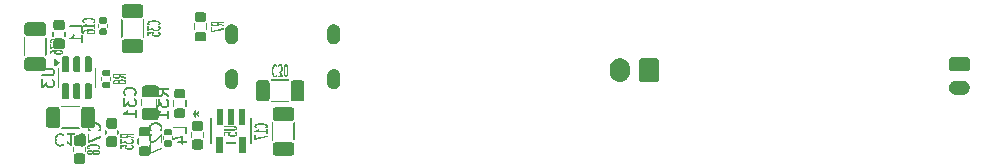
<source format=gbo>
%MOIN*%
%OFA0B0*%
%FSLAX36Y36*%
%IPPOS*%
%LPD*%
G36*
X001064059Y000389988D02*
G01*
X001063914Y000390900D01*
X001063495Y000391724D01*
X001062842Y000392377D01*
X001062018Y000392796D01*
X001061106Y000392940D01*
X001060193Y000392796D01*
X001059370Y000392377D01*
X001057495Y000390502D01*
X001056842Y000389849D01*
X001056423Y000389026D01*
X001056278Y000388113D01*
X001056423Y000387201D01*
X001056842Y000386377D01*
X001057495Y000385724D01*
X001058319Y000385305D01*
X001059231Y000385161D01*
X001060143Y000385305D01*
X001060967Y000385724D01*
X001063495Y000388252D01*
X001063914Y000389075D01*
X001064059Y000389988D01*
G37*
G36*
X001065934Y000395612D02*
G01*
X001065789Y000396524D01*
X001065369Y000397348D01*
X001064716Y000398001D01*
X001063893Y000398420D01*
X001062981Y000398565D01*
X001062068Y000398420D01*
X001061245Y000398001D01*
X001060592Y000397348D01*
X001060172Y000396524D01*
X001058298Y000390900D01*
X001058153Y000389988D01*
X001058298Y000389075D01*
X001058717Y000388252D01*
X001059370Y000387599D01*
X001060193Y000387180D01*
X001061106Y000387035D01*
X001062018Y000387180D01*
X001062842Y000387599D01*
X001063495Y000388252D01*
X001063914Y000389075D01*
X001065789Y000394699D01*
X001065934Y000395612D01*
G37*
G36*
X001065934Y000399362D02*
G01*
X001065789Y000400274D01*
X001065369Y000401097D01*
X001064716Y000401750D01*
X001063893Y000402170D01*
X001062981Y000402314D01*
X001062068Y000402170D01*
X001061245Y000401750D01*
X001060592Y000401097D01*
X001060172Y000400274D01*
X001060027Y000399362D01*
X001060027Y000395612D01*
X001060172Y000394699D01*
X001060592Y000393877D01*
X001061245Y000393224D01*
X001062068Y000392804D01*
X001062981Y000392659D01*
X001063893Y000392804D01*
X001064716Y000393224D01*
X001065369Y000393877D01*
X001065789Y000394699D01*
X001065934Y000395612D01*
X001065934Y000399362D01*
G37*
G36*
X001065934Y000399362D02*
G01*
X001065789Y000400274D01*
X001063914Y000405899D01*
X001063495Y000406722D01*
X001062842Y000407375D01*
X001062018Y000407794D01*
X001061106Y000407939D01*
X001060193Y000407794D01*
X001059370Y000407375D01*
X001058717Y000406722D01*
X001058298Y000405899D01*
X001058153Y000404986D01*
X001058298Y000404074D01*
X001060172Y000398450D01*
X001060592Y000397626D01*
X001061245Y000396973D01*
X001062068Y000396553D01*
X001062981Y000396409D01*
X001063893Y000396553D01*
X001064716Y000396973D01*
X001065369Y000397626D01*
X001065789Y000398450D01*
X001065934Y000399362D01*
G37*
G36*
X001064059Y000404986D02*
G01*
X001063914Y000405899D01*
X001063495Y000406722D01*
X001062842Y000407375D01*
X001059745Y000410471D01*
X001059092Y000411124D01*
X001058269Y000411544D01*
X001057357Y000411688D01*
X001056444Y000411544D01*
X001055620Y000411124D01*
X001054967Y000410471D01*
X001054548Y000409648D01*
X001054403Y000408735D01*
X001054548Y000407823D01*
X001054967Y000406999D01*
X001059370Y000402597D01*
X001060193Y000402178D01*
X001061106Y000402033D01*
X001062018Y000402178D01*
X001062842Y000402597D01*
X001063495Y000403250D01*
X001063914Y000404074D01*
X001064059Y000404986D01*
G37*
G36*
X001060309Y000408735D02*
G01*
X001060165Y000409648D01*
X001059745Y000410471D01*
X001059092Y000411124D01*
X001058269Y000411544D01*
X001054551Y000413403D01*
X001054520Y000413418D01*
X001053607Y000413563D01*
X001052694Y000413418D01*
X001051871Y000412999D01*
X001051218Y000412346D01*
X001050799Y000411522D01*
X001050654Y000410610D01*
X001050799Y000409698D01*
X001051218Y000408874D01*
X001051871Y000408221D01*
X001052694Y000407802D01*
X001056444Y000405927D01*
X001057357Y000405783D01*
X001058269Y000405927D01*
X001059092Y000406346D01*
X001059745Y000406999D01*
X001060165Y000407823D01*
X001060309Y000408735D01*
G37*
G36*
X001056559Y000410610D02*
G01*
X001056414Y000411522D01*
X001055996Y000412346D01*
X001055342Y000412999D01*
X001054520Y000413418D01*
X001047020Y000415293D01*
X001046107Y000415438D01*
X001045195Y000415293D01*
X001044372Y000414874D01*
X001043719Y000414221D01*
X001043299Y000413398D01*
X001043155Y000412485D01*
X001043299Y000411572D01*
X001043719Y000410750D01*
X001044372Y000410096D01*
X001045195Y000409677D01*
X001052694Y000407802D01*
X001053607Y000407658D01*
X001054520Y000407802D01*
X001055342Y000408221D01*
X001055996Y000408874D01*
X001056414Y000409698D01*
X001056559Y000410610D01*
G37*
G36*
X001049061Y000412485D02*
G01*
X001048916Y000413398D01*
X001048496Y000414221D01*
X001047843Y000414874D01*
X001047020Y000415293D01*
X001046107Y000415438D01*
X001040484Y000415438D01*
X001039571Y000415293D01*
X001038748Y000414874D01*
X001038095Y000414221D01*
X001037675Y000413398D01*
X001037530Y000412485D01*
X001037675Y000411572D01*
X001038095Y000410750D01*
X001038748Y000410096D01*
X001039571Y000409677D01*
X001040484Y000409533D01*
X001046107Y000409533D01*
X001047020Y000409677D01*
X001047843Y000410096D01*
X001048496Y000410750D01*
X001048916Y000411572D01*
X001049061Y000412485D01*
G37*
G36*
X001043437Y000412485D02*
G01*
X001043292Y000413398D01*
X001042872Y000414221D01*
X001042219Y000414874D01*
X001041396Y000415293D01*
X001040484Y000415438D01*
X001039571Y000415293D01*
X001032072Y000413418D01*
X001031249Y000412999D01*
X001030596Y000412346D01*
X001030176Y000411522D01*
X001030032Y000410610D01*
X001030176Y000409698D01*
X001030596Y000408874D01*
X001031249Y000408221D01*
X001032072Y000407802D01*
X001032985Y000407658D01*
X001033897Y000407802D01*
X001041396Y000409677D01*
X001042219Y000410096D01*
X001042872Y000410750D01*
X001043292Y000411572D01*
X001043437Y000412485D01*
G37*
G36*
X001035937Y000410610D02*
G01*
X001035792Y000411522D01*
X001035374Y000412346D01*
X001034719Y000412999D01*
X001033897Y000413418D01*
X001032985Y000413563D01*
X001032072Y000413418D01*
X001028322Y000411544D01*
X001027500Y000411124D01*
X001026846Y000410471D01*
X001026426Y000409648D01*
X001026282Y000408735D01*
X001026426Y000407823D01*
X001026846Y000406999D01*
X001027500Y000406346D01*
X001028322Y000405927D01*
X001029234Y000405783D01*
X001030148Y000405927D01*
X001033897Y000407802D01*
X001034719Y000408221D01*
X001035374Y000408874D01*
X001035792Y000409698D01*
X001035937Y000410610D01*
G37*
G36*
X001032188Y000408735D02*
G01*
X001032043Y000409648D01*
X001031623Y000410471D01*
X001030970Y000411124D01*
X001030148Y000411544D01*
X001029234Y000411688D01*
X001028322Y000411544D01*
X001027500Y000411124D01*
X001023750Y000407375D01*
X001023096Y000406722D01*
X001022677Y000405899D01*
X001022533Y000404986D01*
X001022677Y000404074D01*
X001023096Y000403250D01*
X001023750Y000402597D01*
X001024573Y000402178D01*
X001025485Y000402033D01*
X001026397Y000402178D01*
X001027221Y000402597D01*
X001027874Y000403250D01*
X001031623Y000406999D01*
X001032043Y000407823D01*
X001032188Y000408735D01*
G37*
G36*
X001028438Y000404986D02*
G01*
X001028293Y000405899D01*
X001027874Y000406722D01*
X001027221Y000407375D01*
X001026397Y000407794D01*
X001025485Y000407939D01*
X001024573Y000407794D01*
X001023750Y000407375D01*
X001023096Y000406722D01*
X001022677Y000405899D01*
X001020802Y000400274D01*
X001020657Y000399362D01*
X001020802Y000398450D01*
X001021222Y000397626D01*
X001021875Y000396973D01*
X001022698Y000396553D01*
X001023611Y000396409D01*
X001024523Y000396553D01*
X001025346Y000396973D01*
X001025999Y000397626D01*
X001026419Y000398450D01*
X001028293Y000404074D01*
X001028438Y000404986D01*
G37*
G36*
X001026564Y000399362D02*
G01*
X001026419Y000400274D01*
X001025999Y000401097D01*
X001025346Y000401750D01*
X001024523Y000402170D01*
X001023611Y000402314D01*
X001022698Y000402170D01*
X001021875Y000401750D01*
X001021222Y000401097D01*
X001020802Y000400274D01*
X001020657Y000399362D01*
X001020657Y000395612D01*
X001020802Y000394699D01*
X001021222Y000393877D01*
X001021875Y000393224D01*
X001022698Y000392804D01*
X001023611Y000392659D01*
X001024523Y000392804D01*
X001025346Y000393224D01*
X001025999Y000393877D01*
X001026419Y000394699D01*
X001026564Y000395612D01*
X001026564Y000399362D01*
G37*
G36*
X001028438Y000389988D02*
G01*
X001028293Y000390900D01*
X001026419Y000396524D01*
X001025999Y000397348D01*
X001025346Y000398001D01*
X001024523Y000398420D01*
X001023611Y000398565D01*
X001022698Y000398420D01*
X001021875Y000398001D01*
X001021222Y000397348D01*
X001020802Y000396524D01*
X001020657Y000395612D01*
X001020802Y000394699D01*
X001022677Y000389075D01*
X001023096Y000388252D01*
X001023750Y000387599D01*
X001024573Y000387180D01*
X001025485Y000387035D01*
X001026397Y000387180D01*
X001027221Y000387599D01*
X001027874Y000388252D01*
X001028293Y000389075D01*
X001028438Y000389988D01*
G37*
G36*
X001030313Y000388113D02*
G01*
X001030168Y000389026D01*
X001029749Y000389849D01*
X001027874Y000391724D01*
X001027874Y000391724D01*
X001027221Y000392377D01*
X001026397Y000392796D01*
X001025485Y000392940D01*
X001024573Y000392796D01*
X001023750Y000392377D01*
X001023096Y000391724D01*
X001022677Y000390900D01*
X001022533Y000389988D01*
X001022677Y000389075D01*
X001023096Y000388252D01*
X001025625Y000385724D01*
X001026448Y000385305D01*
X001027360Y000385161D01*
X001028272Y000385305D01*
X001029096Y000385724D01*
X001029749Y000386377D01*
X001030168Y000387201D01*
X001030313Y000388113D01*
G37*
G36*
X001026564Y000374990D02*
G01*
X001026419Y000375902D01*
X001025999Y000376725D01*
X001025346Y000377378D01*
X001024523Y000377797D01*
X001023611Y000377943D01*
X001022698Y000377797D01*
X001021875Y000377378D01*
X001021222Y000376725D01*
X001020802Y000375902D01*
X001020657Y000374990D01*
X001020657Y000350618D01*
X001020802Y000349705D01*
X001021222Y000348882D01*
X001021875Y000348229D01*
X001022698Y000347810D01*
X001023611Y000347665D01*
X001024523Y000347810D01*
X001025346Y000348229D01*
X001025999Y000348882D01*
X001026419Y000349705D01*
X001026564Y000350618D01*
X001026564Y000374990D01*
G37*
G36*
X001041561Y000363741D02*
G01*
X001041417Y000364654D01*
X001040998Y000365476D01*
X001040344Y000366129D01*
X001039521Y000366550D01*
X001038609Y000366694D01*
X001037696Y000366550D01*
X001036873Y000366129D01*
X001021875Y000353007D01*
X001021222Y000352353D01*
X001020802Y000351530D01*
X001020657Y000350618D01*
X001020802Y000349705D01*
X001021222Y000348882D01*
X001021875Y000348229D01*
X001022698Y000347810D01*
X001023611Y000347665D01*
X001024523Y000347810D01*
X001025346Y000348229D01*
X001040344Y000361352D01*
X001040998Y000362006D01*
X001041417Y000362829D01*
X001041561Y000363741D01*
G37*
G36*
X001041561Y000363741D02*
G01*
X001041417Y000364654D01*
X001040998Y000365476D01*
X001040344Y000366129D01*
X001039521Y000366550D01*
X001038609Y000366694D01*
X001037696Y000366550D01*
X001036873Y000366129D01*
X001036220Y000365476D01*
X001035801Y000364654D01*
X001035656Y000363741D01*
X001035656Y000358116D01*
X001035801Y000357204D01*
X001036220Y000356381D01*
X001036873Y000355728D01*
X001037696Y000355309D01*
X001038609Y000355164D01*
X001039521Y000355309D01*
X001040344Y000355728D01*
X001040998Y000356381D01*
X001041417Y000357204D01*
X001041561Y000358116D01*
X001041561Y000363741D01*
G37*
G36*
X001043437Y000354367D02*
G01*
X001043292Y000355279D01*
X001041417Y000359029D01*
X001040998Y000359852D01*
X001040344Y000360505D01*
X001039521Y000360925D01*
X001038609Y000361069D01*
X001037696Y000360925D01*
X001036873Y000360505D01*
X001036220Y000359852D01*
X001035801Y000359029D01*
X001035656Y000358116D01*
X001035801Y000357204D01*
X001037675Y000353455D01*
X001038095Y000352631D01*
X001038748Y000351978D01*
X001039571Y000351559D01*
X001040484Y000351414D01*
X001041396Y000351559D01*
X001042219Y000351978D01*
X001042872Y000352631D01*
X001043292Y000353455D01*
X001043437Y000354367D01*
G37*
G36*
X001045311Y000352493D02*
G01*
X001045167Y000353405D01*
X001044747Y000354228D01*
X001042219Y000356756D01*
X001041396Y000357175D01*
X001040484Y000357320D01*
X001039571Y000357175D01*
X001038748Y000356756D01*
X001038095Y000356103D01*
X001037675Y000355279D01*
X001037530Y000354367D01*
X001037675Y000353455D01*
X001038095Y000352631D01*
X001040622Y000350103D01*
X001041446Y000349684D01*
X001042358Y000349540D01*
X001043270Y000349684D01*
X001044094Y000350103D01*
X001044747Y000350756D01*
X001045167Y000351580D01*
X001045311Y000352493D01*
G37*
G36*
X001049061Y000350618D02*
G01*
X001048916Y000351530D01*
X001048496Y000352353D01*
X001047843Y000353007D01*
X001047020Y000353426D01*
X001043270Y000355301D01*
X001042358Y000355446D01*
X001041446Y000355301D01*
X001040622Y000354881D01*
X001039969Y000354228D01*
X001039550Y000353405D01*
X001039405Y000352493D01*
X001039550Y000351580D01*
X001039969Y000350756D01*
X001040622Y000350103D01*
X001041446Y000349684D01*
X001045195Y000347810D01*
X001046107Y000347665D01*
X001047020Y000347810D01*
X001047843Y000348229D01*
X001048496Y000348882D01*
X001048916Y000349705D01*
X001049061Y000350618D01*
G37*
G36*
X001058434Y000350618D02*
G01*
X001058290Y000351530D01*
X001057871Y000352353D01*
X001057217Y000353007D01*
X001056394Y000353426D01*
X001055482Y000353570D01*
X001046107Y000353570D01*
X001045195Y000353426D01*
X001044372Y000353007D01*
X001043719Y000352353D01*
X001043299Y000351530D01*
X001043155Y000350618D01*
X001043299Y000349705D01*
X001043719Y000348882D01*
X001044372Y000348229D01*
X001045195Y000347810D01*
X001046107Y000347665D01*
X001055482Y000347665D01*
X001056394Y000347810D01*
X001057217Y000348229D01*
X001057871Y000348882D01*
X001058290Y000349705D01*
X001058434Y000350618D01*
G37*
G36*
X001062183Y000352493D02*
G01*
X001062040Y000353405D01*
X001061620Y000354228D01*
X001060967Y000354881D01*
X001060143Y000355301D01*
X001059231Y000355446D01*
X001058319Y000355301D01*
X001054569Y000353426D01*
X001053746Y000353007D01*
X001053093Y000352353D01*
X001052674Y000351530D01*
X001052529Y000350618D01*
X001052674Y000349705D01*
X001053093Y000348882D01*
X001053746Y000348229D01*
X001054569Y000347810D01*
X001055482Y000347665D01*
X001056394Y000347810D01*
X001060143Y000349684D01*
X001060967Y000350103D01*
X001061620Y000350756D01*
X001062040Y000351580D01*
X001062183Y000352493D01*
G37*
G36*
X001064059Y000354367D02*
G01*
X001063914Y000355279D01*
X001063495Y000356103D01*
X001062842Y000356756D01*
X001062018Y000357175D01*
X001061106Y000357320D01*
X001060193Y000357175D01*
X001059370Y000356756D01*
X001056842Y000354228D01*
X001056423Y000353405D01*
X001056278Y000352493D01*
X001056423Y000351580D01*
X001056842Y000350756D01*
X001057495Y000350103D01*
X001058319Y000349684D01*
X001059231Y000349540D01*
X001060143Y000349684D01*
X001060967Y000350103D01*
X001063495Y000352631D01*
X001063914Y000353455D01*
X001064059Y000354367D01*
G37*
G36*
X001065934Y000358116D02*
G01*
X001065789Y000359029D01*
X001065369Y000359852D01*
X001064716Y000360505D01*
X001063893Y000360925D01*
X001062981Y000361069D01*
X001062068Y000360925D01*
X001061245Y000360505D01*
X001060592Y000359852D01*
X001060172Y000359029D01*
X001058298Y000355279D01*
X001058153Y000354367D01*
X001058298Y000353455D01*
X001058717Y000352631D01*
X001059370Y000351978D01*
X001060193Y000351559D01*
X001061106Y000351414D01*
X001062018Y000351559D01*
X001062842Y000351978D01*
X001063495Y000352631D01*
X001063914Y000353455D01*
X001065789Y000357204D01*
X001065934Y000358116D01*
G37*
G36*
X001065934Y000369365D02*
G01*
X001065789Y000370278D01*
X001065369Y000371101D01*
X001064716Y000371754D01*
X001063893Y000372174D01*
X001062981Y000372318D01*
X001062068Y000372174D01*
X001061245Y000371754D01*
X001060592Y000371101D01*
X001060172Y000370278D01*
X001060027Y000369365D01*
X001060027Y000358116D01*
X001060172Y000357204D01*
X001060592Y000356381D01*
X001061245Y000355728D01*
X001062068Y000355309D01*
X001062981Y000355164D01*
X001063893Y000355309D01*
X001064716Y000355728D01*
X001065369Y000356381D01*
X001065789Y000357204D01*
X001065934Y000358116D01*
X001065934Y000369365D01*
G37*
G36*
X001065934Y000369365D02*
G01*
X001065789Y000370278D01*
X001063914Y000374028D01*
X001063495Y000374851D01*
X001062842Y000375504D01*
X001062018Y000375923D01*
X001061106Y000376068D01*
X001060193Y000375923D01*
X001059370Y000375504D01*
X001058717Y000374851D01*
X001058298Y000374028D01*
X001058153Y000373115D01*
X001058298Y000372202D01*
X001060172Y000368453D01*
X001060592Y000367629D01*
X001061245Y000366976D01*
X001062068Y000366557D01*
X001062981Y000366413D01*
X001063893Y000366557D01*
X001064716Y000366976D01*
X001065369Y000367629D01*
X001065789Y000368453D01*
X001065934Y000369365D01*
G37*
G36*
X001064059Y000373115D02*
G01*
X001063914Y000374028D01*
X001063495Y000374851D01*
X001060967Y000377378D01*
X001060143Y000377797D01*
X001059231Y000377943D01*
X001058319Y000377797D01*
X001057495Y000377378D01*
X001056842Y000376725D01*
X001056423Y000375902D01*
X001056278Y000374990D01*
X001056423Y000374077D01*
X001056842Y000373254D01*
X001059370Y000370726D01*
X001060193Y000370307D01*
X001061106Y000370163D01*
X001062018Y000370307D01*
X001062842Y000370726D01*
X001063495Y000371379D01*
X001063914Y000372202D01*
X001064059Y000373115D01*
G37*
G36*
X001065934Y000335620D02*
G01*
X001065789Y000336532D01*
X001065369Y000337355D01*
X001064716Y000338008D01*
X001063893Y000338427D01*
X001062981Y000338573D01*
X001062068Y000338427D01*
X001061245Y000338008D01*
X001060592Y000337355D01*
X001060172Y000336532D01*
X001060027Y000335620D01*
X001060027Y000313123D01*
X001060172Y000312210D01*
X001060592Y000311386D01*
X001061245Y000310733D01*
X001062068Y000310314D01*
X001062981Y000310170D01*
X001063893Y000310314D01*
X001064716Y000310733D01*
X001065369Y000311386D01*
X001065789Y000312210D01*
X001065934Y000313123D01*
X001065934Y000335620D01*
G37*
G36*
X001065934Y000324371D02*
G01*
X001065789Y000325284D01*
X001065369Y000326106D01*
X001064716Y000326759D01*
X001063893Y000327179D01*
X001062981Y000327324D01*
X001023611Y000327324D01*
X001022698Y000327179D01*
X001021875Y000326759D01*
X001021222Y000326106D01*
X001020802Y000325284D01*
X001020657Y000324371D01*
X001020802Y000323459D01*
X001021222Y000322636D01*
X001021875Y000321982D01*
X001022698Y000321563D01*
X001023611Y000321418D01*
X001062981Y000321418D01*
X001063893Y000321563D01*
X001064716Y000321982D01*
X001065369Y000322636D01*
X001065789Y000323459D01*
X001065934Y000324371D01*
G37*
G36*
X001032188Y000328121D02*
G01*
X001032043Y000329033D01*
X001031623Y000329855D01*
X001030970Y000330510D01*
X001030148Y000330929D01*
X001029234Y000331074D01*
X001028322Y000330929D01*
X001027500Y000330510D01*
X001021875Y000326759D01*
X001021222Y000326106D01*
X001020802Y000325284D01*
X001020657Y000324371D01*
X001020802Y000323459D01*
X001021222Y000322636D01*
X001021875Y000321982D01*
X001022698Y000321563D01*
X001023611Y000321418D01*
X001024523Y000321563D01*
X001025346Y000321982D01*
X001030970Y000325732D01*
X001031623Y000326385D01*
X001032043Y000327208D01*
X001032188Y000328121D01*
G37*
G36*
X001035937Y000331870D02*
G01*
X001035792Y000332782D01*
X001035374Y000333606D01*
X001034719Y000334259D01*
X001033897Y000334678D01*
X001032985Y000334823D01*
X001032072Y000334678D01*
X001031249Y000334259D01*
X001030596Y000333606D01*
X001030595Y000333605D01*
X001027500Y000330510D01*
X001026846Y000329855D01*
X001026426Y000329033D01*
X001026282Y000328121D01*
X001026426Y000327208D01*
X001026846Y000326385D01*
X001027500Y000325732D01*
X001028322Y000325312D01*
X001029234Y000325168D01*
X001030148Y000325312D01*
X001030970Y000325732D01*
X001031249Y000326010D01*
X001034719Y000329481D01*
X001035374Y000330134D01*
X001035792Y000330958D01*
X001035937Y000331870D01*
G37*
G36*
X001037812Y000335620D02*
G01*
X001037668Y000336532D01*
X001037248Y000337355D01*
X001036594Y000338008D01*
X001035772Y000338427D01*
X001034859Y000338573D01*
X001033947Y000338427D01*
X001033124Y000338008D01*
X001032470Y000337355D01*
X001032051Y000336532D01*
X001030176Y000332782D01*
X001030032Y000331870D01*
X001030176Y000330958D01*
X001030596Y000330134D01*
X001031249Y000329481D01*
X001032072Y000329062D01*
X001032985Y000328918D01*
X001033897Y000329062D01*
X001034719Y000329481D01*
X001035374Y000330134D01*
X001035792Y000330958D01*
X001037668Y000334707D01*
X001037812Y000335620D01*
G37*
G36*
X000887000Y000617335D02*
G01*
X000886855Y000618248D01*
X000886436Y000619071D01*
X000885783Y000619724D01*
X000884959Y000620143D01*
X000884047Y000620288D01*
X000883135Y000620143D01*
X000882311Y000619724D01*
X000881658Y000619071D01*
X000881238Y000618248D01*
X000881094Y000617335D01*
X000881094Y000598587D01*
X000881238Y000597675D01*
X000881658Y000596851D01*
X000882311Y000596198D01*
X000883135Y000595779D01*
X000884047Y000595635D01*
X000884959Y000595779D01*
X000885783Y000596198D01*
X000886436Y000596851D01*
X000886855Y000597675D01*
X000887000Y000598587D01*
X000887000Y000617335D01*
G37*
G36*
X000887000Y000617335D02*
G01*
X000886855Y000618248D01*
X000886436Y000619071D01*
X000885783Y000619724D01*
X000884959Y000620143D01*
X000884047Y000620288D01*
X000844677Y000620288D01*
X000843764Y000620143D01*
X000842941Y000619724D01*
X000842288Y000619071D01*
X000841868Y000618248D01*
X000841724Y000617335D01*
X000841868Y000616422D01*
X000842288Y000615600D01*
X000842941Y000614946D01*
X000843764Y000614527D01*
X000844677Y000614383D01*
X000884047Y000614383D01*
X000884959Y000614527D01*
X000885783Y000614946D01*
X000886436Y000615600D01*
X000886855Y000616422D01*
X000887000Y000617335D01*
G37*
G36*
X000887000Y000587339D02*
G01*
X000886855Y000588251D01*
X000886436Y000589074D01*
X000885783Y000589727D01*
X000884959Y000590148D01*
X000884047Y000590292D01*
X000883135Y000590148D01*
X000882311Y000589727D01*
X000881658Y000589074D01*
X000881238Y000588251D01*
X000881094Y000587339D01*
X000881094Y000564842D01*
X000881238Y000563929D01*
X000881658Y000563106D01*
X000882311Y000562453D01*
X000883135Y000562033D01*
X000884047Y000561889D01*
X000884959Y000562033D01*
X000885783Y000562453D01*
X000886436Y000563106D01*
X000886855Y000563929D01*
X000887000Y000564842D01*
X000887000Y000587339D01*
G37*
G36*
X000887000Y000576090D02*
G01*
X000886855Y000577003D01*
X000886436Y000577826D01*
X000885783Y000578479D01*
X000884959Y000578898D01*
X000884047Y000579043D01*
X000844677Y000579043D01*
X000843764Y000578898D01*
X000842941Y000578479D01*
X000842288Y000577826D01*
X000841868Y000577003D01*
X000841724Y000576090D01*
X000841868Y000575178D01*
X000842288Y000574354D01*
X000842941Y000573701D01*
X000843764Y000573282D01*
X000844677Y000573138D01*
X000884047Y000573138D01*
X000884959Y000573282D01*
X000885783Y000573701D01*
X000886436Y000574354D01*
X000886855Y000575178D01*
X000887000Y000576090D01*
G37*
G36*
X000853253Y000579840D02*
G01*
X000853109Y000580752D01*
X000852690Y000581575D01*
X000852037Y000582229D01*
X000851213Y000582648D01*
X000850301Y000582793D01*
X000849388Y000582648D01*
X000848565Y000582229D01*
X000842941Y000578479D01*
X000842288Y000577826D01*
X000841868Y000577003D01*
X000841724Y000576090D01*
X000841868Y000575178D01*
X000842288Y000574354D01*
X000842941Y000573701D01*
X000843764Y000573282D01*
X000844677Y000573138D01*
X000845589Y000573282D01*
X000846413Y000573701D01*
X000852037Y000577450D01*
X000852690Y000578105D01*
X000853109Y000578927D01*
X000853253Y000579840D01*
G37*
G36*
X000857003Y000583590D02*
G01*
X000856859Y000584501D01*
X000856439Y000585325D01*
X000855786Y000585978D01*
X000854963Y000586398D01*
X000854050Y000586542D01*
X000853138Y000586398D01*
X000852315Y000585978D01*
X000851661Y000585325D01*
X000847912Y000581575D01*
X000847493Y000580752D01*
X000847348Y000579840D01*
X000847493Y000578927D01*
X000847912Y000578105D01*
X000848565Y000577450D01*
X000849388Y000577031D01*
X000850301Y000576887D01*
X000851213Y000577031D01*
X000852037Y000577450D01*
X000852690Y000578105D01*
X000856439Y000581854D01*
X000856859Y000582676D01*
X000857003Y000583590D01*
G37*
G36*
X000858878Y000587339D02*
G01*
X000858733Y000588251D01*
X000858314Y000589074D01*
X000857661Y000589727D01*
X000856837Y000590148D01*
X000855925Y000590292D01*
X000855013Y000590148D01*
X000854190Y000589727D01*
X000853537Y000589074D01*
X000853117Y000588251D01*
X000851242Y000584501D01*
X000851098Y000583590D01*
X000851242Y000582676D01*
X000851661Y000581854D01*
X000852315Y000581201D01*
X000853138Y000580781D01*
X000854050Y000580637D01*
X000854963Y000580781D01*
X000855786Y000581201D01*
X000856439Y000581854D01*
X000856859Y000582676D01*
X000858733Y000586427D01*
X000858878Y000587339D01*
G37*
G36*
X000785504Y000475970D02*
G01*
X000785359Y000476882D01*
X000784940Y000477705D01*
X000784287Y000478357D01*
X000783464Y000478778D01*
X000782552Y000478922D01*
X000750681Y000478922D01*
X000749768Y000478778D01*
X000748945Y000478357D01*
X000748292Y000477705D01*
X000747872Y000476882D01*
X000747727Y000475970D01*
X000747872Y000475057D01*
X000748292Y000474234D01*
X000748945Y000473581D01*
X000749768Y000473161D01*
X000750681Y000473016D01*
X000782552Y000473016D01*
X000783464Y000473161D01*
X000784287Y000473581D01*
X000784940Y000474234D01*
X000785359Y000475057D01*
X000785504Y000475970D01*
G37*
G36*
X000789254Y000474095D02*
G01*
X000789109Y000475007D01*
X000788690Y000475830D01*
X000788037Y000476483D01*
X000787214Y000476903D01*
X000783464Y000478778D01*
X000782552Y000478922D01*
X000781639Y000478778D01*
X000780816Y000478357D01*
X000780163Y000477705D01*
X000779744Y000476882D01*
X000779599Y000475970D01*
X000779744Y000475057D01*
X000780163Y000474234D01*
X000780816Y000473581D01*
X000781639Y000473161D01*
X000785388Y000471287D01*
X000786301Y000471142D01*
X000787214Y000471287D01*
X000788037Y000471706D01*
X000788690Y000472359D01*
X000789109Y000473181D01*
X000789254Y000474095D01*
G37*
G36*
X000791128Y000472220D02*
G01*
X000790984Y000473131D01*
X000790565Y000473955D01*
X000788037Y000476483D01*
X000787214Y000476903D01*
X000786301Y000477047D01*
X000785388Y000476903D01*
X000784565Y000476483D01*
X000783912Y000475830D01*
X000783493Y000475007D01*
X000783348Y000474095D01*
X000783493Y000473181D01*
X000783912Y000472359D01*
X000786440Y000469831D01*
X000787264Y000469412D01*
X000788176Y000469267D01*
X000789088Y000469412D01*
X000789912Y000469831D01*
X000790565Y000470484D01*
X000790984Y000471307D01*
X000791128Y000472220D01*
G37*
G36*
X000793003Y000468470D02*
G01*
X000792859Y000469383D01*
X000790984Y000473131D01*
X000790565Y000473955D01*
X000789912Y000474609D01*
X000789088Y000475028D01*
X000788176Y000475172D01*
X000787264Y000475028D01*
X000786440Y000474609D01*
X000785787Y000473955D01*
X000785368Y000473131D01*
X000785223Y000472220D01*
X000785368Y000471307D01*
X000787242Y000467557D01*
X000787662Y000466735D01*
X000788315Y000466081D01*
X000789138Y000465662D01*
X000790051Y000465518D01*
X000790963Y000465662D01*
X000791787Y000466081D01*
X000792440Y000466735D01*
X000792859Y000467557D01*
X000793003Y000468470D01*
G37*
G36*
X000793003Y000468470D02*
G01*
X000792859Y000469383D01*
X000792440Y000470206D01*
X000791787Y000470859D01*
X000790963Y000471278D01*
X000790051Y000471423D01*
X000789138Y000471278D01*
X000788315Y000470859D01*
X000787662Y000470206D01*
X000787242Y000469383D01*
X000787097Y000468470D01*
X000787097Y000460971D01*
X000787242Y000460059D01*
X000787662Y000459235D01*
X000788315Y000458582D01*
X000789138Y000458163D01*
X000790051Y000458018D01*
X000790963Y000458163D01*
X000791787Y000458582D01*
X000792440Y000459235D01*
X000792859Y000460059D01*
X000793003Y000460971D01*
X000793003Y000468470D01*
G37*
G36*
X000793003Y000460971D02*
G01*
X000792859Y000461884D01*
X000792440Y000462707D01*
X000791787Y000463360D01*
X000790963Y000463779D01*
X000790051Y000463924D01*
X000789138Y000463779D01*
X000788315Y000463360D01*
X000787662Y000462707D01*
X000787242Y000461884D01*
X000785368Y000458134D01*
X000785223Y000457222D01*
X000785368Y000456309D01*
X000785787Y000455486D01*
X000786440Y000454833D01*
X000787264Y000454414D01*
X000788176Y000454269D01*
X000789088Y000454414D01*
X000789912Y000454833D01*
X000790565Y000455486D01*
X000790984Y000456309D01*
X000792859Y000460059D01*
X000793003Y000460971D01*
G37*
G36*
X000791128Y000457222D02*
G01*
X000790984Y000458134D01*
X000790565Y000458957D01*
X000789912Y000459611D01*
X000789088Y000460030D01*
X000788176Y000460174D01*
X000787264Y000460030D01*
X000786440Y000459611D01*
X000783912Y000457082D01*
X000783493Y000456259D01*
X000783348Y000455347D01*
X000783493Y000454435D01*
X000783912Y000453611D01*
X000784565Y000452958D01*
X000785388Y000452538D01*
X000786301Y000452394D01*
X000787214Y000452538D01*
X000788037Y000452958D01*
X000790565Y000455486D01*
X000790984Y000456309D01*
X000791128Y000457222D01*
G37*
G36*
X000789254Y000455347D02*
G01*
X000789109Y000456259D01*
X000788690Y000457082D01*
X000788037Y000457735D01*
X000787214Y000458155D01*
X000786301Y000458300D01*
X000785388Y000458155D01*
X000781639Y000456281D01*
X000780816Y000455861D01*
X000780163Y000455207D01*
X000779744Y000454385D01*
X000779599Y000453472D01*
X000779744Y000452559D01*
X000780163Y000451737D01*
X000780816Y000451083D01*
X000781639Y000450664D01*
X000782552Y000450519D01*
X000783464Y000450664D01*
X000783496Y000450680D01*
X000787214Y000452538D01*
X000788037Y000452958D01*
X000788690Y000453611D01*
X000789109Y000454435D01*
X000789254Y000455347D01*
G37*
G36*
X000785504Y000453472D02*
G01*
X000785359Y000454385D01*
X000784940Y000455207D01*
X000784287Y000455861D01*
X000783464Y000456281D01*
X000782552Y000456425D01*
X000750681Y000456425D01*
X000749768Y000456281D01*
X000748945Y000455861D01*
X000748292Y000455207D01*
X000747872Y000454385D01*
X000747727Y000453472D01*
X000747872Y000452559D01*
X000748292Y000451737D01*
X000748945Y000451083D01*
X000749768Y000450664D01*
X000750681Y000450519D01*
X000782552Y000450519D01*
X000783464Y000450664D01*
X000784287Y000451083D01*
X000784940Y000451737D01*
X000785359Y000452559D01*
X000785504Y000453472D01*
G37*
G36*
X000753633Y000438474D02*
G01*
X000753489Y000439386D01*
X000753070Y000440209D01*
X000752416Y000440863D01*
X000751593Y000441282D01*
X000750681Y000441427D01*
X000749768Y000441282D01*
X000748945Y000440863D01*
X000748292Y000440209D01*
X000747872Y000439386D01*
X000747727Y000438474D01*
X000747727Y000414102D01*
X000747872Y000413189D01*
X000748292Y000412366D01*
X000748945Y000411713D01*
X000749768Y000411294D01*
X000750681Y000411149D01*
X000751593Y000411294D01*
X000752416Y000411713D01*
X000753070Y000412366D01*
X000753489Y000413189D01*
X000753633Y000414102D01*
X000753633Y000438474D01*
G37*
G36*
X000768631Y000427225D02*
G01*
X000768487Y000428138D01*
X000768068Y000428961D01*
X000767415Y000429614D01*
X000766591Y000430033D01*
X000765679Y000430178D01*
X000764766Y000430033D01*
X000763943Y000429614D01*
X000748945Y000416491D01*
X000748292Y000415837D01*
X000747872Y000415014D01*
X000747727Y000414102D01*
X000747872Y000413189D01*
X000748292Y000412366D01*
X000748945Y000411713D01*
X000749768Y000411294D01*
X000750681Y000411149D01*
X000751593Y000411294D01*
X000752416Y000411713D01*
X000767415Y000424836D01*
X000768068Y000425489D01*
X000768487Y000426313D01*
X000768631Y000427225D01*
G37*
G36*
X000768631Y000427225D02*
G01*
X000768487Y000428138D01*
X000768068Y000428961D01*
X000767415Y000429614D01*
X000766591Y000430033D01*
X000765679Y000430178D01*
X000764766Y000430033D01*
X000763943Y000429614D01*
X000763290Y000428961D01*
X000762871Y000428138D01*
X000762726Y000427225D01*
X000762726Y000421601D01*
X000762871Y000420689D01*
X000763290Y000419865D01*
X000763943Y000419212D01*
X000764766Y000418793D01*
X000765679Y000418648D01*
X000766591Y000418793D01*
X000767415Y000419212D01*
X000768068Y000419865D01*
X000768487Y000420689D01*
X000768631Y000421601D01*
X000768631Y000427225D01*
G37*
G36*
X000770506Y000417851D02*
G01*
X000770362Y000418764D01*
X000768487Y000422514D01*
X000768068Y000423337D01*
X000767415Y000423990D01*
X000766591Y000424409D01*
X000765679Y000424553D01*
X000764766Y000424409D01*
X000763943Y000423990D01*
X000763290Y000423337D01*
X000762871Y000422514D01*
X000762726Y000421601D01*
X000762871Y000420689D01*
X000764746Y000416939D01*
X000765165Y000416116D01*
X000765818Y000415463D01*
X000766640Y000415044D01*
X000767554Y000414899D01*
X000768466Y000415044D01*
X000769289Y000415463D01*
X000769942Y000416116D01*
X000770362Y000416939D01*
X000770506Y000417851D01*
G37*
G36*
X000772380Y000415977D02*
G01*
X000772237Y000416888D01*
X000771817Y000417712D01*
X000769289Y000420240D01*
X000768466Y000420660D01*
X000767554Y000420804D01*
X000766640Y000420660D01*
X000765818Y000420240D01*
X000765165Y000419587D01*
X000764746Y000418764D01*
X000764601Y000417851D01*
X000764746Y000416939D01*
X000765165Y000416116D01*
X000767693Y000413588D01*
X000768516Y000413168D01*
X000769428Y000413024D01*
X000770341Y000413168D01*
X000771164Y000413588D01*
X000771817Y000414241D01*
X000772237Y000415065D01*
X000772380Y000415977D01*
G37*
G36*
X000776131Y000414102D02*
G01*
X000775986Y000415014D01*
X000775567Y000415837D01*
X000774914Y000416491D01*
X000774090Y000416911D01*
X000770372Y000418769D01*
X000770341Y000418785D01*
X000769428Y000418930D01*
X000768516Y000418785D01*
X000767693Y000418365D01*
X000767040Y000417712D01*
X000766620Y000416888D01*
X000766475Y000415977D01*
X000766620Y000415065D01*
X000767040Y000414241D01*
X000767693Y000413588D01*
X000768516Y000413168D01*
X000772266Y000411294D01*
X000773178Y000411149D01*
X000774090Y000411294D01*
X000774914Y000411713D01*
X000775567Y000412366D01*
X000775986Y000413189D01*
X000776131Y000414102D01*
G37*
G36*
X000785504Y000414102D02*
G01*
X000785359Y000415014D01*
X000784940Y000415837D01*
X000784287Y000416491D01*
X000783464Y000416911D01*
X000782552Y000417055D01*
X000773178Y000417055D01*
X000772266Y000416911D01*
X000771442Y000416491D01*
X000770789Y000415837D01*
X000770369Y000415014D01*
X000770224Y000414102D01*
X000770369Y000413189D01*
X000770789Y000412366D01*
X000771442Y000411713D01*
X000772266Y000411294D01*
X000773178Y000411149D01*
X000782552Y000411149D01*
X000783464Y000411294D01*
X000784287Y000411713D01*
X000784940Y000412366D01*
X000785359Y000413189D01*
X000785504Y000414102D01*
G37*
G36*
X000789254Y000415977D02*
G01*
X000789109Y000416888D01*
X000788690Y000417712D01*
X000788037Y000418365D01*
X000787214Y000418785D01*
X000786301Y000418930D01*
X000785388Y000418785D01*
X000781639Y000416911D01*
X000780816Y000416491D01*
X000780163Y000415837D01*
X000779744Y000415014D01*
X000779599Y000414102D01*
X000779744Y000413189D01*
X000780163Y000412366D01*
X000780816Y000411713D01*
X000781639Y000411294D01*
X000782552Y000411149D01*
X000783464Y000411294D01*
X000783496Y000411310D01*
X000787214Y000413168D01*
X000788037Y000413588D01*
X000788690Y000414241D01*
X000789109Y000415065D01*
X000789254Y000415977D01*
G37*
G36*
X000791128Y000417851D02*
G01*
X000790984Y000418764D01*
X000790565Y000419587D01*
X000789912Y000420240D01*
X000789088Y000420660D01*
X000788176Y000420804D01*
X000787264Y000420660D01*
X000786440Y000420240D01*
X000783912Y000417712D01*
X000783493Y000416888D01*
X000783348Y000415977D01*
X000783493Y000415065D01*
X000783912Y000414241D01*
X000784565Y000413588D01*
X000785388Y000413168D01*
X000786301Y000413024D01*
X000787214Y000413168D01*
X000788037Y000413588D01*
X000790565Y000416116D01*
X000790984Y000416939D01*
X000791128Y000417851D01*
G37*
G36*
X000793003Y000421601D02*
G01*
X000792859Y000422514D01*
X000792440Y000423337D01*
X000791787Y000423990D01*
X000790963Y000424409D01*
X000790051Y000424553D01*
X000789138Y000424409D01*
X000788315Y000423990D01*
X000787662Y000423337D01*
X000787242Y000422514D01*
X000785368Y000418764D01*
X000785223Y000417851D01*
X000785368Y000416939D01*
X000785787Y000416116D01*
X000786440Y000415463D01*
X000787264Y000415044D01*
X000788176Y000414899D01*
X000789088Y000415044D01*
X000789912Y000415463D01*
X000790565Y000416116D01*
X000790984Y000416939D01*
X000792859Y000420689D01*
X000793003Y000421601D01*
G37*
G36*
X000793003Y000432850D02*
G01*
X000792859Y000433761D01*
X000792440Y000434585D01*
X000791787Y000435239D01*
X000790963Y000435658D01*
X000790051Y000435802D01*
X000789138Y000435658D01*
X000788315Y000435239D01*
X000787662Y000434585D01*
X000787242Y000433761D01*
X000787097Y000432850D01*
X000787097Y000421601D01*
X000787242Y000420689D01*
X000787662Y000419865D01*
X000788315Y000419212D01*
X000789138Y000418793D01*
X000790051Y000418648D01*
X000790963Y000418793D01*
X000791787Y000419212D01*
X000792440Y000419865D01*
X000792859Y000420689D01*
X000793003Y000421601D01*
X000793003Y000432850D01*
G37*
G36*
X000793003Y000432850D02*
G01*
X000792859Y000433761D01*
X000790984Y000437512D01*
X000790565Y000438335D01*
X000789912Y000438987D01*
X000789088Y000439408D01*
X000788176Y000439552D01*
X000787264Y000439408D01*
X000786440Y000438987D01*
X000785787Y000438335D01*
X000785368Y000437512D01*
X000785223Y000436600D01*
X000785368Y000435687D01*
X000787242Y000431937D01*
X000787662Y000431114D01*
X000788315Y000430461D01*
X000789138Y000430042D01*
X000790051Y000429897D01*
X000790963Y000430042D01*
X000791787Y000430461D01*
X000792440Y000431114D01*
X000792859Y000431937D01*
X000793003Y000432850D01*
G37*
G36*
X000791128Y000436600D02*
G01*
X000790984Y000437512D01*
X000790565Y000438335D01*
X000788037Y000440863D01*
X000787214Y000441282D01*
X000786301Y000441427D01*
X000785388Y000441282D01*
X000784565Y000440863D01*
X000783912Y000440209D01*
X000783493Y000439386D01*
X000783348Y000438474D01*
X000783493Y000437562D01*
X000783912Y000436738D01*
X000786440Y000434211D01*
X000787264Y000433790D01*
X000788176Y000433646D01*
X000789088Y000433790D01*
X000789912Y000434211D01*
X000790565Y000434864D01*
X000790984Y000435687D01*
X000791128Y000436600D01*
G37*
G36*
X001358012Y000619038D02*
G01*
X001357892Y000619798D01*
X001357542Y000620483D01*
X001356998Y000621028D01*
X001356312Y000621378D01*
X001337564Y000627939D01*
X001336804Y000628060D01*
X001336044Y000627939D01*
X001335358Y000627590D01*
X001334813Y000627046D01*
X001334464Y000626359D01*
X001334343Y000625599D01*
X001334464Y000624839D01*
X001334813Y000624153D01*
X001335358Y000623609D01*
X001336044Y000623259D01*
X001354791Y000616697D01*
X001355551Y000616577D01*
X001356312Y000616697D01*
X001356998Y000617046D01*
X001357542Y000617591D01*
X001357892Y000618277D01*
X001358012Y000619038D01*
G37*
G36*
X001358012Y000630286D02*
G01*
X001357892Y000631046D01*
X001357542Y000631732D01*
X001356998Y000632277D01*
X001356312Y000632626D01*
X001355551Y000632747D01*
X001316181Y000632747D01*
X001315421Y000632626D01*
X001314735Y000632277D01*
X001314191Y000631732D01*
X001313841Y000631046D01*
X001313721Y000630286D01*
X001313841Y000629526D01*
X001314191Y000628840D01*
X001314735Y000628296D01*
X001315421Y000627945D01*
X001316181Y000627825D01*
X001355551Y000627825D01*
X001356312Y000627945D01*
X001356998Y000628296D01*
X001357542Y000628840D01*
X001357892Y000629526D01*
X001358012Y000630286D01*
G37*
G36*
X001318642Y000630286D02*
G01*
X001318522Y000631046D01*
X001318172Y000631732D01*
X001317628Y000632277D01*
X001316942Y000632626D01*
X001316181Y000632747D01*
X001315421Y000632626D01*
X001314735Y000632277D01*
X001314191Y000631732D01*
X001313841Y000631046D01*
X001313721Y000630286D01*
X001313721Y000622787D01*
X001313841Y000622027D01*
X001314191Y000621341D01*
X001314735Y000620796D01*
X001315421Y000620447D01*
X001316181Y000620326D01*
X001316942Y000620447D01*
X001317628Y000620796D01*
X001318172Y000621341D01*
X001318522Y000622027D01*
X001318642Y000622787D01*
X001318642Y000630286D01*
G37*
G36*
X001320517Y000620912D02*
G01*
X001320397Y000621672D01*
X001320047Y000622359D01*
X001317628Y000624777D01*
X001316942Y000625127D01*
X001316181Y000625248D01*
X001315421Y000625127D01*
X001314735Y000624777D01*
X001314191Y000624233D01*
X001313841Y000623547D01*
X001313721Y000622787D01*
X001313841Y000622027D01*
X001314191Y000621341D01*
X001316609Y000618921D01*
X001317296Y000618572D01*
X001318057Y000618451D01*
X001318817Y000618572D01*
X001319502Y000618921D01*
X001320047Y000619466D01*
X001320397Y000620151D01*
X001320517Y000620912D01*
G37*
G36*
X001322391Y000619975D02*
G01*
X001322271Y000620735D01*
X001321922Y000621421D01*
X001321377Y000621965D01*
X001320692Y000622315D01*
X001318817Y000623253D01*
X001318057Y000623372D01*
X001317296Y000623253D01*
X001316609Y000622902D01*
X001316066Y000622359D01*
X001315716Y000621672D01*
X001315596Y000620912D01*
X001315716Y000620151D01*
X001316066Y000619466D01*
X001316609Y000618921D01*
X001317296Y000618572D01*
X001319170Y000617635D01*
X001319931Y000617514D01*
X001320692Y000617635D01*
X001321377Y000617984D01*
X001321922Y000618528D01*
X001322271Y000619214D01*
X001322391Y000619975D01*
G37*
G36*
X001326141Y000619038D02*
G01*
X001326020Y000619798D01*
X001325672Y000620483D01*
X001325127Y000621028D01*
X001324441Y000621378D01*
X001320692Y000622315D01*
X001319931Y000622435D01*
X001319170Y000622315D01*
X001318485Y000621965D01*
X001317940Y000621421D01*
X001317590Y000620735D01*
X001317470Y000619975D01*
X001317590Y000619214D01*
X001317940Y000618528D01*
X001318485Y000617984D01*
X001319170Y000617635D01*
X001322920Y000616697D01*
X001323681Y000616577D01*
X001324441Y000616697D01*
X001325127Y000617046D01*
X001325672Y000617591D01*
X001326020Y000618277D01*
X001326141Y000619038D01*
G37*
G36*
X001331766Y000619038D02*
G01*
X001331644Y000619798D01*
X001331296Y000620483D01*
X001330751Y000621028D01*
X001330065Y000621378D01*
X001329305Y000621498D01*
X001323681Y000621498D01*
X001322920Y000621378D01*
X001322234Y000621028D01*
X001321690Y000620483D01*
X001321341Y000619798D01*
X001321220Y000619038D01*
X001321341Y000618277D01*
X001321690Y000617591D01*
X001322234Y000617046D01*
X001322920Y000616697D01*
X001323681Y000616577D01*
X001329305Y000616577D01*
X001330065Y000616697D01*
X001330751Y000617046D01*
X001331296Y000617591D01*
X001331644Y000618277D01*
X001331766Y000619038D01*
G37*
G36*
X001335515Y000619975D02*
G01*
X001335395Y000620735D01*
X001335045Y000621421D01*
X001334500Y000621965D01*
X001333815Y000622315D01*
X001333055Y000622435D01*
X001332293Y000622315D01*
X001328545Y000621378D01*
X001327859Y000621028D01*
X001327315Y000620483D01*
X001326965Y000619798D01*
X001326845Y000619038D01*
X001326965Y000618277D01*
X001327315Y000617591D01*
X001327859Y000617046D01*
X001328545Y000616697D01*
X001329305Y000616577D01*
X001330065Y000616697D01*
X001333815Y000617635D01*
X001334500Y000617984D01*
X001335045Y000618528D01*
X001335395Y000619214D01*
X001335515Y000619975D01*
G37*
G36*
X001337389Y000620912D02*
G01*
X001337269Y000621672D01*
X001336919Y000622359D01*
X001336376Y000622902D01*
X001335689Y000623253D01*
X001334929Y000623372D01*
X001334168Y000623253D01*
X001332293Y000622315D01*
X001331608Y000621965D01*
X001331063Y000621421D01*
X001330714Y000620735D01*
X001330594Y000619975D01*
X001330714Y000619214D01*
X001331063Y000618528D01*
X001331608Y000617984D01*
X001332293Y000617635D01*
X001333055Y000617514D01*
X001333815Y000617635D01*
X001335689Y000618572D01*
X001336376Y000618921D01*
X001336919Y000619466D01*
X001337269Y000620151D01*
X001337389Y000620912D01*
G37*
G36*
X001339265Y000622787D02*
G01*
X001339144Y000623547D01*
X001338794Y000624233D01*
X001338250Y000624777D01*
X001337564Y000625127D01*
X001336804Y000625248D01*
X001336044Y000625127D01*
X001335358Y000624777D01*
X001332938Y000622359D01*
X001332588Y000621672D01*
X001332468Y000620912D01*
X001332588Y000620151D01*
X001332938Y000619466D01*
X001333483Y000618921D01*
X001334168Y000618572D01*
X001334929Y000618451D01*
X001335689Y000618572D01*
X001336376Y000618921D01*
X001338794Y000621341D01*
X001339144Y000622027D01*
X001339265Y000622787D01*
G37*
G36*
X001339265Y000630286D02*
G01*
X001339144Y000631046D01*
X001338794Y000631732D01*
X001338250Y000632277D01*
X001337564Y000632626D01*
X001336804Y000632747D01*
X001336044Y000632626D01*
X001335358Y000632277D01*
X001334813Y000631732D01*
X001334464Y000631046D01*
X001334343Y000630286D01*
X001334343Y000622787D01*
X001334464Y000622027D01*
X001334813Y000621341D01*
X001335358Y000620796D01*
X001336044Y000620447D01*
X001336804Y000620326D01*
X001337564Y000620447D01*
X001338250Y000620796D01*
X001338794Y000621341D01*
X001339144Y000622027D01*
X001339265Y000622787D01*
X001339265Y000630286D01*
G37*
G36*
X001318642Y000612476D02*
G01*
X001318522Y000613236D01*
X001318172Y000613922D01*
X001317628Y000614466D01*
X001316942Y000614815D01*
X001316181Y000614936D01*
X001315421Y000614815D01*
X001314735Y000614466D01*
X001314191Y000613922D01*
X001313841Y000613236D01*
X001313721Y000612476D01*
X001313721Y000599353D01*
X001313841Y000598592D01*
X001314191Y000597906D01*
X001314735Y000597361D01*
X001315421Y000597012D01*
X001316181Y000596892D01*
X001316942Y000597012D01*
X001317628Y000597361D01*
X001318172Y000597906D01*
X001318522Y000598592D01*
X001318642Y000599353D01*
X001318642Y000612476D01*
G37*
G36*
X001358012Y000607789D02*
G01*
X001357892Y000608549D01*
X001357542Y000609235D01*
X001356998Y000609779D01*
X001356312Y000610129D01*
X001355551Y000610249D01*
X001354791Y000610129D01*
X001315421Y000601693D01*
X001314735Y000601343D01*
X001314191Y000600798D01*
X001313841Y000600113D01*
X001313721Y000599353D01*
X001313841Y000598592D01*
X001314191Y000597906D01*
X001314735Y000597361D01*
X001315421Y000597012D01*
X001316181Y000596892D01*
X001316942Y000597012D01*
X001356312Y000605448D01*
X001356998Y000605798D01*
X001357542Y000606342D01*
X001357892Y000607029D01*
X001358012Y000607789D01*
G37*
G36*
X001534093Y000485279D02*
G01*
X001533972Y000486040D01*
X001533035Y000487915D01*
X001532685Y000488600D01*
X001532141Y000489145D01*
X001531455Y000489494D01*
X001530694Y000489614D01*
X001529934Y000489494D01*
X001529249Y000489145D01*
X001528704Y000488600D01*
X001528354Y000487915D01*
X001528234Y000487154D01*
X001528354Y000486394D01*
X001529292Y000484518D01*
X001529642Y000483833D01*
X001530186Y000483288D01*
X001530872Y000482939D01*
X001531632Y000482818D01*
X001532392Y000482939D01*
X001533079Y000483288D01*
X001533623Y000483833D01*
X001533972Y000484518D01*
X001534093Y000485279D01*
G37*
G36*
X001533155Y000487154D02*
G01*
X001533035Y000487915D01*
X001532685Y000488600D01*
X001532141Y000489145D01*
X001529330Y000491020D01*
X001528643Y000491369D01*
X001527883Y000491490D01*
X001527123Y000491369D01*
X001526436Y000491020D01*
X001525892Y000490476D01*
X001525542Y000489789D01*
X001525422Y000489029D01*
X001525542Y000488269D01*
X001525892Y000487582D01*
X001526436Y000487039D01*
X001529249Y000485163D01*
X001529934Y000484814D01*
X001530694Y000484693D01*
X001531455Y000484814D01*
X001532141Y000485163D01*
X001532685Y000485708D01*
X001533035Y000486394D01*
X001533155Y000487154D01*
G37*
G36*
X001530344Y000489029D02*
G01*
X001530223Y000489789D01*
X001529874Y000490476D01*
X001529330Y000491020D01*
X001528643Y000491369D01*
X001527883Y000491490D01*
X001526008Y000491490D01*
X001525248Y000491369D01*
X001524562Y000491020D01*
X001524017Y000490476D01*
X001523667Y000489789D01*
X001523547Y000489029D01*
X001523667Y000488269D01*
X001524017Y000487582D01*
X001524562Y000487039D01*
X001525248Y000486689D01*
X001526008Y000486568D01*
X001527883Y000486568D01*
X001528643Y000486689D01*
X001529330Y000487039D01*
X001529874Y000487582D01*
X001530223Y000488269D01*
X001530344Y000489029D01*
G37*
G36*
X001528468Y000489029D02*
G01*
X001528348Y000489789D01*
X001527998Y000490476D01*
X001527455Y000491020D01*
X001526768Y000491369D01*
X001526008Y000491490D01*
X001525248Y000491369D01*
X001524562Y000491020D01*
X001521750Y000489145D01*
X001521205Y000488600D01*
X001520856Y000487915D01*
X001520735Y000487154D01*
X001520856Y000486394D01*
X001521205Y000485708D01*
X001521750Y000485163D01*
X001522436Y000484814D01*
X001523196Y000484693D01*
X001523956Y000484814D01*
X001524642Y000485163D01*
X001527455Y000487039D01*
X001527998Y000487582D01*
X001528348Y000488269D01*
X001528468Y000489029D01*
G37*
G36*
X001525657Y000487154D02*
G01*
X001525536Y000487915D01*
X001525187Y000488600D01*
X001524642Y000489145D01*
X001523956Y000489494D01*
X001523196Y000489614D01*
X001522436Y000489494D01*
X001521750Y000489145D01*
X001521205Y000488600D01*
X001520856Y000487915D01*
X001518981Y000484165D01*
X001518860Y000483405D01*
X001518981Y000482644D01*
X001519330Y000481958D01*
X001519875Y000481414D01*
X001520561Y000481064D01*
X001521321Y000480944D01*
X001522081Y000481064D01*
X001522768Y000481414D01*
X001523311Y000481958D01*
X001523661Y000482644D01*
X001525536Y000486394D01*
X001525657Y000487154D01*
G37*
G36*
X001523781Y000483405D02*
G01*
X001523661Y000484165D01*
X001523311Y000484851D01*
X001522768Y000485395D01*
X001522081Y000485745D01*
X001521321Y000485865D01*
X001520561Y000485745D01*
X001519875Y000485395D01*
X001519330Y000484851D01*
X001518981Y000484165D01*
X001518043Y000480416D01*
X001517922Y000479655D01*
X001518043Y000478894D01*
X001518392Y000478209D01*
X001518937Y000477664D01*
X001519623Y000477315D01*
X001520383Y000477195D01*
X001521144Y000477315D01*
X001521830Y000477664D01*
X001522375Y000478209D01*
X001522724Y000478894D01*
X001523661Y000482644D01*
X001523781Y000483405D01*
G37*
G36*
X001522844Y000479655D02*
G01*
X001522724Y000480416D01*
X001522375Y000481101D01*
X001521830Y000481646D01*
X001521144Y000481996D01*
X001520383Y000482116D01*
X001519623Y000481996D01*
X001518937Y000481646D01*
X001518392Y000481101D01*
X001518043Y000480416D01*
X001517922Y000479655D01*
X001516986Y000472156D01*
X001517106Y000471396D01*
X001517456Y000470709D01*
X001518000Y000470166D01*
X001518686Y000469816D01*
X001519447Y000469696D01*
X001520207Y000469816D01*
X001520892Y000470166D01*
X001521437Y000470709D01*
X001521787Y000471396D01*
X001521907Y000472156D01*
X001522844Y000479655D01*
G37*
G36*
X001521907Y000472156D02*
G01*
X001521787Y000472916D01*
X001521437Y000473603D01*
X001520892Y000474147D01*
X001520207Y000474496D01*
X001519447Y000474617D01*
X001518686Y000474496D01*
X001518000Y000474147D01*
X001517456Y000473603D01*
X001517106Y000472916D01*
X001516986Y000472156D01*
X001516986Y000466532D01*
X001517106Y000465772D01*
X001517456Y000465085D01*
X001518000Y000464541D01*
X001518686Y000464192D01*
X001519447Y000464071D01*
X001520207Y000464192D01*
X001520892Y000464541D01*
X001521437Y000465085D01*
X001521787Y000465772D01*
X001521907Y000466532D01*
X001521907Y000472156D01*
G37*
G36*
X001522844Y000459032D02*
G01*
X001521907Y000466532D01*
X001521787Y000467292D01*
X001521437Y000467978D01*
X001520892Y000468522D01*
X001520207Y000468872D01*
X001519447Y000468992D01*
X001518686Y000468872D01*
X001518000Y000468522D01*
X001517456Y000467978D01*
X001517106Y000467292D01*
X001516986Y000466532D01*
X001517922Y000459032D01*
X001518043Y000458272D01*
X001518392Y000457587D01*
X001518937Y000457042D01*
X001519623Y000456692D01*
X001520383Y000456572D01*
X001521144Y000456692D01*
X001521830Y000457042D01*
X001522375Y000457587D01*
X001522724Y000458272D01*
X001522844Y000459032D01*
G37*
G36*
X001523781Y000455283D02*
G01*
X001523661Y000456044D01*
X001522724Y000459792D01*
X001522375Y000460479D01*
X001521830Y000461023D01*
X001521144Y000461373D01*
X001520383Y000461493D01*
X001519623Y000461373D01*
X001518937Y000461023D01*
X001518392Y000460479D01*
X001518043Y000459792D01*
X001517922Y000459032D01*
X001518043Y000458272D01*
X001518981Y000454523D01*
X001519330Y000453837D01*
X001519875Y000453292D01*
X001520561Y000452943D01*
X001521321Y000452823D01*
X001522081Y000452943D01*
X001522768Y000453292D01*
X001523311Y000453837D01*
X001523661Y000454523D01*
X001523781Y000455283D01*
G37*
G36*
X001525657Y000451534D02*
G01*
X001525536Y000452294D01*
X001523661Y000456044D01*
X001523311Y000456729D01*
X001522768Y000457274D01*
X001522081Y000457623D01*
X001521321Y000457744D01*
X001520561Y000457623D01*
X001519875Y000457274D01*
X001519330Y000456729D01*
X001518981Y000456044D01*
X001518860Y000455283D01*
X001518981Y000454523D01*
X001520856Y000450774D01*
X001521205Y000450087D01*
X001521750Y000449543D01*
X001522436Y000449193D01*
X001523196Y000449073D01*
X001523956Y000449193D01*
X001524642Y000449543D01*
X001525187Y000450087D01*
X001525536Y000450774D01*
X001525657Y000451534D01*
G37*
G36*
X001528468Y000449659D02*
G01*
X001528348Y000450419D01*
X001527998Y000451105D01*
X001527455Y000451650D01*
X001524642Y000453524D01*
X001523956Y000453874D01*
X001523196Y000453994D01*
X001522436Y000453874D01*
X001521750Y000453524D01*
X001521205Y000452979D01*
X001520856Y000452294D01*
X001520735Y000451534D01*
X001520856Y000450774D01*
X001521205Y000450087D01*
X001521750Y000449543D01*
X001524562Y000447668D01*
X001525248Y000447319D01*
X001526008Y000447198D01*
X001526768Y000447319D01*
X001527455Y000447668D01*
X001527998Y000448212D01*
X001528348Y000448899D01*
X001528468Y000449659D01*
G37*
G36*
X001530344Y000449659D02*
G01*
X001530223Y000450419D01*
X001529874Y000451105D01*
X001529330Y000451650D01*
X001528643Y000451999D01*
X001527883Y000452120D01*
X001526008Y000452120D01*
X001525248Y000451999D01*
X001524562Y000451650D01*
X001524017Y000451105D01*
X001523667Y000450419D01*
X001523547Y000449659D01*
X001523667Y000448899D01*
X001524017Y000448212D01*
X001524562Y000447668D01*
X001525248Y000447319D01*
X001526008Y000447198D01*
X001527883Y000447198D01*
X001528643Y000447319D01*
X001529330Y000447668D01*
X001529874Y000448212D01*
X001530223Y000448899D01*
X001530344Y000449659D01*
G37*
G36*
X001533155Y000451534D02*
G01*
X001533035Y000452294D01*
X001532685Y000452979D01*
X001532141Y000453524D01*
X001531455Y000453874D01*
X001530694Y000453994D01*
X001529934Y000453874D01*
X001529249Y000453524D01*
X001526436Y000451650D01*
X001525892Y000451105D01*
X001525542Y000450419D01*
X001525422Y000449659D01*
X001525542Y000448899D01*
X001525892Y000448212D01*
X001526436Y000447668D01*
X001527123Y000447319D01*
X001527883Y000447198D01*
X001528643Y000447319D01*
X001529330Y000447668D01*
X001532141Y000449543D01*
X001532685Y000450087D01*
X001533035Y000450774D01*
X001533155Y000451534D01*
G37*
G36*
X001534093Y000453408D02*
G01*
X001533972Y000454168D01*
X001533623Y000454855D01*
X001533079Y000455399D01*
X001532392Y000455748D01*
X001531632Y000455869D01*
X001530872Y000455748D01*
X001530186Y000455399D01*
X001529642Y000454855D01*
X001529292Y000454168D01*
X001528354Y000452294D01*
X001528234Y000451534D01*
X001528354Y000450774D01*
X001528704Y000450087D01*
X001529249Y000449543D01*
X001529934Y000449193D01*
X001530694Y000449073D01*
X001531455Y000449193D01*
X001532141Y000449543D01*
X001532685Y000450087D01*
X001533035Y000450774D01*
X001533972Y000452648D01*
X001534093Y000453408D01*
G37*
G36*
X001552840Y000449659D02*
G01*
X001552720Y000450419D01*
X001552370Y000451105D01*
X001551826Y000451650D01*
X001551140Y000451999D01*
X001550379Y000452120D01*
X001538194Y000452120D01*
X001537434Y000451999D01*
X001536747Y000451650D01*
X001536204Y000451105D01*
X001535854Y000450419D01*
X001535733Y000449659D01*
X001535854Y000448899D01*
X001536204Y000448212D01*
X001536747Y000447668D01*
X001537434Y000447319D01*
X001538194Y000447198D01*
X001550379Y000447198D01*
X001551140Y000447319D01*
X001551826Y000447668D01*
X001552370Y000448212D01*
X001552720Y000448899D01*
X001552840Y000449659D01*
G37*
G36*
X001552840Y000449659D02*
G01*
X001552720Y000450419D01*
X001546159Y000465418D01*
X001545809Y000466103D01*
X001545264Y000466648D01*
X001544579Y000466997D01*
X001543818Y000467117D01*
X001543058Y000466997D01*
X001542372Y000466648D01*
X001541828Y000466103D01*
X001541478Y000465418D01*
X001541358Y000464657D01*
X001541478Y000463896D01*
X001548039Y000448899D01*
X001548389Y000448212D01*
X001548934Y000447668D01*
X001549619Y000447319D01*
X001550379Y000447198D01*
X001551140Y000447319D01*
X001551826Y000447668D01*
X001552370Y000448212D01*
X001552720Y000448899D01*
X001552840Y000449659D01*
G37*
G36*
X001549091Y000464657D02*
G01*
X001548970Y000465418D01*
X001548621Y000466103D01*
X001548077Y000466648D01*
X001547390Y000466997D01*
X001546630Y000467117D01*
X001543818Y000467117D01*
X001543058Y000466997D01*
X001542372Y000466648D01*
X001541828Y000466103D01*
X001541478Y000465418D01*
X001541358Y000464657D01*
X001541478Y000463896D01*
X001541828Y000463211D01*
X001542372Y000462666D01*
X001543058Y000462317D01*
X001543818Y000462196D01*
X001546630Y000462196D01*
X001547390Y000462317D01*
X001548077Y000462666D01*
X001548621Y000463211D01*
X001548970Y000463896D01*
X001549091Y000464657D01*
G37*
G36*
X001550966Y000466532D02*
G01*
X001550846Y000467292D01*
X001550496Y000467978D01*
X001549951Y000468522D01*
X001549266Y000468872D01*
X001548505Y000468992D01*
X001547745Y000468872D01*
X001547059Y000468522D01*
X001546515Y000467978D01*
X001545185Y000466648D01*
X001544640Y000466103D01*
X001544290Y000465418D01*
X001544170Y000464657D01*
X001544290Y000463896D01*
X001544640Y000463211D01*
X001545184Y000462666D01*
X001545870Y000462317D01*
X001546630Y000462196D01*
X001547390Y000462317D01*
X001548077Y000462666D01*
X001548621Y000463211D01*
X001549951Y000464540D01*
X001549951Y000464541D01*
X001550496Y000465085D01*
X001550846Y000465772D01*
X001550966Y000466532D01*
G37*
G36*
X001551904Y000468407D02*
G01*
X001551783Y000469167D01*
X001551433Y000469853D01*
X001550889Y000470397D01*
X001550203Y000470747D01*
X001549443Y000470867D01*
X001548683Y000470747D01*
X001547996Y000470397D01*
X001547452Y000469853D01*
X001547103Y000469167D01*
X001546165Y000467292D01*
X001546045Y000466532D01*
X001546165Y000465772D01*
X001546515Y000465085D01*
X001547059Y000464541D01*
X001547745Y000464192D01*
X001548505Y000464071D01*
X001549266Y000464192D01*
X001549951Y000464541D01*
X001550496Y000465085D01*
X001550846Y000465772D01*
X001551783Y000467646D01*
X001551904Y000468407D01*
G37*
G36*
X001552840Y000472156D02*
G01*
X001552720Y000472916D01*
X001552370Y000473603D01*
X001551826Y000474147D01*
X001551140Y000474496D01*
X001550379Y000474617D01*
X001549619Y000474496D01*
X001548934Y000474147D01*
X001548389Y000473603D01*
X001548039Y000472916D01*
X001547103Y000469167D01*
X001546982Y000468407D01*
X001547103Y000467646D01*
X001547452Y000466960D01*
X001547996Y000466416D01*
X001548683Y000466066D01*
X001549443Y000465946D01*
X001550203Y000466066D01*
X001550889Y000466416D01*
X001551433Y000466960D01*
X001551783Y000467646D01*
X001552720Y000471396D01*
X001552840Y000472156D01*
G37*
G36*
X001552840Y000481529D02*
G01*
X001552720Y000482290D01*
X001552370Y000482976D01*
X001551826Y000483520D01*
X001551140Y000483870D01*
X001550379Y000483990D01*
X001549619Y000483870D01*
X001548934Y000483520D01*
X001548389Y000482976D01*
X001548039Y000482290D01*
X001547919Y000481529D01*
X001547919Y000472156D01*
X001548039Y000471396D01*
X001548389Y000470709D01*
X001548934Y000470166D01*
X001549619Y000469816D01*
X001550379Y000469696D01*
X001551140Y000469816D01*
X001551826Y000470166D01*
X001552370Y000470709D01*
X001552720Y000471396D01*
X001552840Y000472156D01*
X001552840Y000481529D01*
G37*
G36*
X001552840Y000481529D02*
G01*
X001552720Y000482290D01*
X001551783Y000486040D01*
X001551433Y000486726D01*
X001550889Y000487270D01*
X001550203Y000487620D01*
X001549443Y000487739D01*
X001548683Y000487620D01*
X001547996Y000487270D01*
X001547452Y000486726D01*
X001547103Y000486040D01*
X001546982Y000485279D01*
X001547103Y000484518D01*
X001548039Y000480769D01*
X001548389Y000480084D01*
X001548934Y000479539D01*
X001549619Y000479190D01*
X001550379Y000479069D01*
X001551140Y000479190D01*
X001551826Y000479539D01*
X001552370Y000480084D01*
X001552720Y000480769D01*
X001552840Y000481529D01*
G37*
G36*
X001551904Y000485279D02*
G01*
X001551783Y000486040D01*
X001550846Y000487915D01*
X001550496Y000488600D01*
X001549951Y000489145D01*
X001549266Y000489494D01*
X001548505Y000489614D01*
X001547745Y000489494D01*
X001547059Y000489145D01*
X001546515Y000488600D01*
X001546165Y000487915D01*
X001546045Y000487154D01*
X001546165Y000486394D01*
X001547103Y000484518D01*
X001547452Y000483833D01*
X001547996Y000483288D01*
X001548683Y000482939D01*
X001549443Y000482818D01*
X001550203Y000482939D01*
X001550889Y000483288D01*
X001551433Y000483833D01*
X001551783Y000484518D01*
X001551904Y000485279D01*
G37*
G36*
X001550966Y000487154D02*
G01*
X001550846Y000487915D01*
X001550496Y000488600D01*
X001549951Y000489145D01*
X001549951Y000489146D01*
X001548077Y000491020D01*
X001547390Y000491369D01*
X001546630Y000491490D01*
X001545870Y000491369D01*
X001545184Y000491020D01*
X001544640Y000490476D01*
X001544290Y000489789D01*
X001544170Y000489029D01*
X001544290Y000488269D01*
X001544640Y000487582D01*
X001545184Y000487039D01*
X001545185Y000487039D01*
X001546515Y000485708D01*
X001547059Y000485163D01*
X001547745Y000484814D01*
X001548505Y000484693D01*
X001549266Y000484814D01*
X001549951Y000485163D01*
X001550496Y000485708D01*
X001550846Y000486394D01*
X001550966Y000487154D01*
G37*
G36*
X001549091Y000489029D02*
G01*
X001548970Y000489789D01*
X001548621Y000490476D01*
X001548077Y000491020D01*
X001547390Y000491369D01*
X001546630Y000491490D01*
X001541006Y000491490D01*
X001540246Y000491369D01*
X001539560Y000491020D01*
X001539015Y000490476D01*
X001538666Y000489789D01*
X001538545Y000489029D01*
X001538666Y000488269D01*
X001539015Y000487582D01*
X001539560Y000487039D01*
X001540246Y000486689D01*
X001541006Y000486568D01*
X001546630Y000486568D01*
X001547390Y000486689D01*
X001548077Y000487039D01*
X001548621Y000487582D01*
X001548970Y000488269D01*
X001549091Y000489029D01*
G37*
G36*
X001543466Y000489029D02*
G01*
X001543346Y000489789D01*
X001542996Y000490476D01*
X001542453Y000491020D01*
X001541766Y000491369D01*
X001541006Y000491490D01*
X001540246Y000491369D01*
X001539560Y000491020D01*
X001539015Y000490476D01*
X001537141Y000488600D01*
X001536791Y000487915D01*
X001536671Y000487154D01*
X001536791Y000486394D01*
X001537141Y000485708D01*
X001537685Y000485163D01*
X001538371Y000484814D01*
X001539132Y000484693D01*
X001539892Y000484814D01*
X001540578Y000485163D01*
X001542996Y000487582D01*
X001543346Y000488269D01*
X001543466Y000489029D01*
G37*
G36*
X001541592Y000487154D02*
G01*
X001541472Y000487915D01*
X001541122Y000488600D01*
X001540578Y000489145D01*
X001539892Y000489494D01*
X001539132Y000489614D01*
X001538371Y000489494D01*
X001537685Y000489145D01*
X001537141Y000488600D01*
X001536791Y000487915D01*
X001535854Y000486040D01*
X001535733Y000485279D01*
X001535854Y000484518D01*
X001536204Y000483833D01*
X001536747Y000483288D01*
X001537434Y000482939D01*
X001538194Y000482818D01*
X001538954Y000482939D01*
X001539640Y000483288D01*
X001540185Y000483833D01*
X001540535Y000484518D01*
X001541472Y000486394D01*
X001541592Y000487154D01*
G37*
G36*
X001566901Y000449659D02*
G01*
X001566780Y000450419D01*
X001566431Y000451105D01*
X001565887Y000451650D01*
X001565200Y000451999D01*
X001564440Y000452120D01*
X001562566Y000452120D01*
X001561806Y000451999D01*
X001561120Y000451650D01*
X001560576Y000451105D01*
X001560226Y000450419D01*
X001560105Y000449659D01*
X001560226Y000448899D01*
X001560576Y000448212D01*
X001561120Y000447668D01*
X001561806Y000447319D01*
X001562566Y000447198D01*
X001564440Y000447198D01*
X001565200Y000447319D01*
X001565887Y000447668D01*
X001566431Y000448212D01*
X001566780Y000448899D01*
X001566901Y000449659D01*
G37*
G36*
X001568776Y000451534D02*
G01*
X001568655Y000452294D01*
X001568306Y000452979D01*
X001567762Y000453524D01*
X001567076Y000453874D01*
X001566315Y000453994D01*
X001565555Y000453874D01*
X001564869Y000453524D01*
X001562450Y000451105D01*
X001562101Y000450419D01*
X001561979Y000449659D01*
X001562101Y000448899D01*
X001562450Y000448212D01*
X001562994Y000447668D01*
X001563680Y000447319D01*
X001564440Y000447198D01*
X001565200Y000447319D01*
X001565887Y000447668D01*
X001568306Y000450087D01*
X001568655Y000450774D01*
X001568776Y000451534D01*
G37*
G36*
X001569714Y000453408D02*
G01*
X001569593Y000454168D01*
X001569244Y000454855D01*
X001568700Y000455399D01*
X001568013Y000455748D01*
X001567253Y000455869D01*
X001566493Y000455748D01*
X001565806Y000455399D01*
X001565263Y000454855D01*
X001564913Y000454168D01*
X001563975Y000452294D01*
X001563855Y000451534D01*
X001563975Y000450774D01*
X001564325Y000450087D01*
X001564869Y000449543D01*
X001565555Y000449193D01*
X001566315Y000449073D01*
X001567076Y000449193D01*
X001567762Y000449543D01*
X001568306Y000450087D01*
X001568655Y000450774D01*
X001569593Y000452648D01*
X001569714Y000453408D01*
G37*
G36*
X001570651Y000457158D02*
G01*
X001570531Y000457918D01*
X001570181Y000458604D01*
X001569636Y000459149D01*
X001568951Y000459498D01*
X001568191Y000459619D01*
X001567430Y000459498D01*
X001566744Y000459149D01*
X001566200Y000458604D01*
X001565850Y000457918D01*
X001564913Y000454168D01*
X001564792Y000453408D01*
X001564913Y000452648D01*
X001565263Y000451961D01*
X001565806Y000451418D01*
X001566493Y000451068D01*
X001567253Y000450948D01*
X001568013Y000451068D01*
X001568700Y000451418D01*
X001569244Y000451961D01*
X001569593Y000452648D01*
X001570531Y000456397D01*
X001570651Y000457158D01*
G37*
G36*
X001571589Y000464657D02*
G01*
X001571468Y000465418D01*
X001571119Y000466103D01*
X001570574Y000466648D01*
X001569888Y000466997D01*
X001569128Y000467117D01*
X001568368Y000466997D01*
X001567681Y000466648D01*
X001567137Y000466103D01*
X001566788Y000465418D01*
X001566667Y000464657D01*
X001565730Y000457158D01*
X001565850Y000456397D01*
X001566200Y000455712D01*
X001566744Y000455167D01*
X001567430Y000454818D01*
X001568191Y000454698D01*
X001568951Y000454818D01*
X001569636Y000455167D01*
X001570181Y000455712D01*
X001570531Y000456397D01*
X001570651Y000457158D01*
X001571589Y000464657D01*
G37*
G36*
X001571589Y000474031D02*
G01*
X001571468Y000474791D01*
X001571119Y000475477D01*
X001570574Y000476022D01*
X001569888Y000476371D01*
X001569128Y000476492D01*
X001568368Y000476371D01*
X001567681Y000476022D01*
X001567137Y000475477D01*
X001566788Y000474791D01*
X001566667Y000474031D01*
X001566667Y000464657D01*
X001566788Y000463896D01*
X001567137Y000463211D01*
X001567681Y000462666D01*
X001568368Y000462317D01*
X001569128Y000462196D01*
X001569888Y000462317D01*
X001570574Y000462666D01*
X001571119Y000463211D01*
X001571468Y000463896D01*
X001571589Y000464657D01*
X001571589Y000474031D01*
G37*
G36*
X001571589Y000474031D02*
G01*
X001570651Y000481529D01*
X001570531Y000482290D01*
X001570181Y000482976D01*
X001569636Y000483520D01*
X001568951Y000483870D01*
X001568191Y000483990D01*
X001567430Y000483870D01*
X001566744Y000483520D01*
X001566200Y000482976D01*
X001565850Y000482290D01*
X001565730Y000481529D01*
X001566667Y000474031D01*
X001566788Y000473270D01*
X001567137Y000472585D01*
X001567681Y000472040D01*
X001568368Y000471690D01*
X001569128Y000471570D01*
X001569888Y000471690D01*
X001570574Y000472040D01*
X001571119Y000472585D01*
X001571468Y000473270D01*
X001571589Y000474031D01*
G37*
G36*
X001570651Y000481529D02*
G01*
X001570531Y000482290D01*
X001569593Y000486040D01*
X001569244Y000486726D01*
X001568700Y000487270D01*
X001568013Y000487620D01*
X001567253Y000487739D01*
X001566493Y000487620D01*
X001565806Y000487270D01*
X001565263Y000486726D01*
X001564913Y000486040D01*
X001564792Y000485279D01*
X001564913Y000484518D01*
X001565850Y000480769D01*
X001566200Y000480084D01*
X001566744Y000479539D01*
X001567430Y000479190D01*
X001568191Y000479069D01*
X001568951Y000479190D01*
X001569636Y000479539D01*
X001570181Y000480084D01*
X001570531Y000480769D01*
X001570651Y000481529D01*
G37*
G36*
X001569714Y000485279D02*
G01*
X001569593Y000486040D01*
X001568655Y000487915D01*
X001568306Y000488600D01*
X001567762Y000489145D01*
X001567076Y000489494D01*
X001566315Y000489614D01*
X001565555Y000489494D01*
X001564869Y000489145D01*
X001564325Y000488600D01*
X001563975Y000487915D01*
X001563855Y000487154D01*
X001563975Y000486394D01*
X001564913Y000484518D01*
X001565263Y000483833D01*
X001565806Y000483288D01*
X001566493Y000482939D01*
X001567253Y000482818D01*
X001568013Y000482939D01*
X001568700Y000483288D01*
X001569244Y000483833D01*
X001569593Y000484518D01*
X001569714Y000485279D01*
G37*
G36*
X001568776Y000487154D02*
G01*
X001568655Y000487915D01*
X001568306Y000488600D01*
X001567762Y000489145D01*
X001566431Y000490476D01*
X001565887Y000491020D01*
X001565200Y000491369D01*
X001564440Y000491490D01*
X001563680Y000491369D01*
X001562994Y000491020D01*
X001562450Y000490476D01*
X001562101Y000489789D01*
X001561979Y000489029D01*
X001562101Y000488269D01*
X001562450Y000487582D01*
X001564869Y000485163D01*
X001565555Y000484814D01*
X001566315Y000484693D01*
X001567076Y000484814D01*
X001567762Y000485163D01*
X001568306Y000485708D01*
X001568655Y000486394D01*
X001568776Y000487154D01*
G37*
G36*
X001566901Y000489029D02*
G01*
X001566780Y000489789D01*
X001566431Y000490476D01*
X001565887Y000491020D01*
X001565200Y000491369D01*
X001564440Y000491490D01*
X001562566Y000491490D01*
X001561806Y000491369D01*
X001561120Y000491020D01*
X001560576Y000490476D01*
X001560226Y000489789D01*
X001560105Y000489029D01*
X001560226Y000488269D01*
X001560576Y000487582D01*
X001561120Y000487039D01*
X001561806Y000486689D01*
X001562566Y000486568D01*
X001564440Y000486568D01*
X001565200Y000486689D01*
X001565887Y000487039D01*
X001566431Y000487582D01*
X001566780Y000488269D01*
X001566901Y000489029D01*
G37*
G36*
X001565027Y000489029D02*
G01*
X001564906Y000489789D01*
X001564557Y000490476D01*
X001564012Y000491020D01*
X001563326Y000491369D01*
X001562566Y000491490D01*
X001561806Y000491369D01*
X001561120Y000491020D01*
X001560576Y000490476D01*
X001558700Y000488600D01*
X001558351Y000487915D01*
X001558230Y000487154D01*
X001558351Y000486394D01*
X001558700Y000485708D01*
X001559245Y000485163D01*
X001559931Y000484814D01*
X001560691Y000484693D01*
X001561451Y000484814D01*
X001562138Y000485163D01*
X001562681Y000485708D01*
X001564557Y000487582D01*
X001564906Y000488269D01*
X001565027Y000489029D01*
G37*
G36*
X001563152Y000487154D02*
G01*
X001563031Y000487915D01*
X001562681Y000488600D01*
X001562138Y000489145D01*
X001561451Y000489494D01*
X001560691Y000489614D01*
X001559931Y000489494D01*
X001559245Y000489145D01*
X001558700Y000488600D01*
X001558351Y000487915D01*
X001557413Y000486040D01*
X001557292Y000485279D01*
X001557413Y000484518D01*
X001557763Y000483833D01*
X001558307Y000483288D01*
X001558993Y000482939D01*
X001559753Y000482818D01*
X001560515Y000482939D01*
X001561200Y000483288D01*
X001561745Y000483833D01*
X001562095Y000484518D01*
X001563031Y000486394D01*
X001563152Y000487154D01*
G37*
G36*
X001562214Y000485279D02*
G01*
X001562095Y000486040D01*
X001561745Y000486726D01*
X001561200Y000487270D01*
X001560515Y000487620D01*
X001559753Y000487739D01*
X001558993Y000487620D01*
X001558307Y000487270D01*
X001557763Y000486726D01*
X001557413Y000486040D01*
X001556476Y000482290D01*
X001556356Y000481529D01*
X001556476Y000480769D01*
X001556826Y000480084D01*
X001557370Y000479539D01*
X001558056Y000479190D01*
X001558817Y000479069D01*
X001559577Y000479190D01*
X001560263Y000479539D01*
X001560807Y000480084D01*
X001561157Y000480769D01*
X001562095Y000484518D01*
X001562214Y000485279D01*
G37*
G36*
X001561277Y000481529D02*
G01*
X001561157Y000482290D01*
X001560807Y000482976D01*
X001560263Y000483520D01*
X001559577Y000483870D01*
X001558817Y000483990D01*
X001558056Y000483870D01*
X001557370Y000483520D01*
X001556826Y000482976D01*
X001556476Y000482290D01*
X001556356Y000481529D01*
X001555418Y000474031D01*
X001555539Y000473270D01*
X001555889Y000472585D01*
X001556432Y000472040D01*
X001557119Y000471690D01*
X001557879Y000471570D01*
X001558639Y000471690D01*
X001559325Y000472040D01*
X001559870Y000472585D01*
X001560220Y000473270D01*
X001560340Y000474031D01*
X001561277Y000481529D01*
G37*
G36*
X001560340Y000474031D02*
G01*
X001560220Y000474791D01*
X001559870Y000475477D01*
X001559325Y000476022D01*
X001558639Y000476371D01*
X001557879Y000476492D01*
X001557119Y000476371D01*
X001556432Y000476022D01*
X001555889Y000475477D01*
X001555539Y000474791D01*
X001555418Y000474031D01*
X001555418Y000464657D01*
X001555539Y000463896D01*
X001555889Y000463211D01*
X001556432Y000462666D01*
X001557119Y000462317D01*
X001557879Y000462196D01*
X001558639Y000462317D01*
X001559325Y000462666D01*
X001559870Y000463211D01*
X001560220Y000463896D01*
X001560340Y000464657D01*
X001560340Y000474031D01*
G37*
G36*
X001561277Y000457158D02*
G01*
X001560340Y000464657D01*
X001560220Y000465418D01*
X001559870Y000466103D01*
X001559325Y000466648D01*
X001558639Y000466997D01*
X001557879Y000467117D01*
X001557119Y000466997D01*
X001556432Y000466648D01*
X001555889Y000466103D01*
X001555539Y000465418D01*
X001555418Y000464657D01*
X001556356Y000457158D01*
X001556476Y000456397D01*
X001556826Y000455712D01*
X001557370Y000455167D01*
X001558056Y000454818D01*
X001558817Y000454698D01*
X001559577Y000454818D01*
X001560263Y000455167D01*
X001560807Y000455712D01*
X001561157Y000456397D01*
X001561277Y000457158D01*
G37*
G36*
X001562214Y000453408D02*
G01*
X001562095Y000454168D01*
X001561157Y000457918D01*
X001560807Y000458604D01*
X001560263Y000459149D01*
X001559577Y000459498D01*
X001558817Y000459619D01*
X001558056Y000459498D01*
X001557370Y000459149D01*
X001556826Y000458604D01*
X001556476Y000457918D01*
X001556356Y000457158D01*
X001556476Y000456397D01*
X001557413Y000452648D01*
X001557763Y000451961D01*
X001558307Y000451418D01*
X001558993Y000451068D01*
X001559753Y000450948D01*
X001560515Y000451068D01*
X001561200Y000451418D01*
X001561745Y000451961D01*
X001562095Y000452648D01*
X001562214Y000453408D01*
G37*
G36*
X001563152Y000451534D02*
G01*
X001563031Y000452294D01*
X001562095Y000454168D01*
X001561745Y000454855D01*
X001561200Y000455399D01*
X001560515Y000455748D01*
X001559753Y000455869D01*
X001558993Y000455748D01*
X001558307Y000455399D01*
X001557763Y000454855D01*
X001557413Y000454168D01*
X001557292Y000453408D01*
X001557413Y000452648D01*
X001558351Y000450774D01*
X001558700Y000450087D01*
X001559245Y000449543D01*
X001559931Y000449193D01*
X001560691Y000449073D01*
X001561451Y000449193D01*
X001562138Y000449543D01*
X001562681Y000450087D01*
X001563031Y000450774D01*
X001563152Y000451534D01*
G37*
G36*
X001565027Y000449659D02*
G01*
X001564906Y000450419D01*
X001564557Y000451105D01*
X001564012Y000451650D01*
X001562683Y000452979D01*
X001562681Y000452979D01*
X001562138Y000453524D01*
X001561451Y000453874D01*
X001560691Y000453994D01*
X001559931Y000453874D01*
X001559245Y000453524D01*
X001558700Y000452979D01*
X001558351Y000452294D01*
X001558230Y000451534D01*
X001558351Y000450774D01*
X001558700Y000450087D01*
X001560576Y000448212D01*
X001561120Y000447668D01*
X001561806Y000447319D01*
X001562566Y000447198D01*
X001563326Y000447319D01*
X001564012Y000447668D01*
X001564557Y000448212D01*
X001564906Y000448899D01*
X001565027Y000449659D01*
G37*
G36*
X001393241Y000282957D02*
G01*
X001393120Y000283717D01*
X001392771Y000284403D01*
X001392226Y000284948D01*
X001391541Y000285297D01*
X001390780Y000285418D01*
X001358909Y000285418D01*
X001358149Y000285297D01*
X001357463Y000284948D01*
X001356918Y000284403D01*
X001356569Y000283717D01*
X001356448Y000282957D01*
X001356569Y000282197D01*
X001356918Y000281510D01*
X001357463Y000280966D01*
X001358149Y000280617D01*
X001358909Y000280496D01*
X001390780Y000280496D01*
X001391541Y000280617D01*
X001392226Y000280966D01*
X001392771Y000281510D01*
X001393120Y000282197D01*
X001393241Y000282957D01*
G37*
G36*
X001396990Y000282020D02*
G01*
X001396870Y000282780D01*
X001396520Y000283466D01*
X001395976Y000284011D01*
X001395290Y000284360D01*
X001391541Y000285297D01*
X001390780Y000285418D01*
X001390019Y000285297D01*
X001389334Y000284948D01*
X001388789Y000284403D01*
X001388440Y000283717D01*
X001388320Y000282957D01*
X001388440Y000282197D01*
X001388789Y000281510D01*
X001389334Y000280966D01*
X001390019Y000280617D01*
X001393768Y000279680D01*
X001394530Y000279559D01*
X001395290Y000279680D01*
X001395976Y000280029D01*
X001396520Y000280573D01*
X001396870Y000281259D01*
X001396990Y000282020D01*
G37*
G36*
X001398865Y000281083D02*
G01*
X001398744Y000281843D01*
X001398394Y000282529D01*
X001397851Y000283073D01*
X001397164Y000283423D01*
X001395290Y000284360D01*
X001394530Y000284481D01*
X001393768Y000284360D01*
X001393083Y000284011D01*
X001392538Y000283466D01*
X001392189Y000282780D01*
X001392069Y000282020D01*
X001392189Y000281259D01*
X001392538Y000280573D01*
X001393083Y000280029D01*
X001393768Y000279680D01*
X001395644Y000278742D01*
X001396404Y000278622D01*
X001397164Y000278742D01*
X001397851Y000279091D01*
X001398394Y000279636D01*
X001398744Y000280322D01*
X001398865Y000281083D01*
G37*
G36*
X001400740Y000279208D02*
G01*
X001400619Y000279968D01*
X001400270Y000280654D01*
X001399725Y000281198D01*
X001397851Y000283073D01*
X001397164Y000283423D01*
X001396404Y000283543D01*
X001395644Y000283423D01*
X001394958Y000283073D01*
X001394413Y000282529D01*
X001394064Y000281843D01*
X001393943Y000281083D01*
X001394064Y000280322D01*
X001394413Y000279636D01*
X001396289Y000277761D01*
X001396833Y000277217D01*
X001397519Y000276868D01*
X001398279Y000276747D01*
X001399039Y000276868D01*
X001399725Y000277217D01*
X001400270Y000277761D01*
X001400619Y000278448D01*
X001400740Y000279208D01*
G37*
G36*
X001400740Y000279208D02*
G01*
X001400619Y000279968D01*
X001400270Y000280654D01*
X001399725Y000281198D01*
X001399039Y000281548D01*
X001398279Y000281668D01*
X001397519Y000281548D01*
X001396833Y000281198D01*
X001396289Y000280654D01*
X001395939Y000279968D01*
X001395818Y000279208D01*
X001395818Y000275457D01*
X001395939Y000274697D01*
X001396289Y000274012D01*
X001396833Y000273467D01*
X001397519Y000273118D01*
X001398279Y000272997D01*
X001399039Y000273118D01*
X001399725Y000273467D01*
X001400270Y000274012D01*
X001400619Y000274697D01*
X001400740Y000275457D01*
X001400740Y000279208D01*
G37*
G36*
X001400740Y000275457D02*
G01*
X001400619Y000276218D01*
X001400270Y000276904D01*
X001399725Y000277448D01*
X001399039Y000277798D01*
X001398279Y000277918D01*
X001397519Y000277798D01*
X001396833Y000277448D01*
X001396289Y000276904D01*
X001394413Y000275030D01*
X001394064Y000274344D01*
X001393943Y000273583D01*
X001394064Y000272823D01*
X001394413Y000272137D01*
X001394958Y000271593D01*
X001395644Y000271243D01*
X001396404Y000271123D01*
X001397164Y000271243D01*
X001397851Y000271593D01*
X001398394Y000272137D01*
X001400270Y000274012D01*
X001400619Y000274697D01*
X001400740Y000275457D01*
G37*
G36*
X001398865Y000273583D02*
G01*
X001398744Y000274344D01*
X001398394Y000275030D01*
X001397851Y000275574D01*
X001397164Y000275924D01*
X001396404Y000276044D01*
X001395644Y000275924D01*
X001393768Y000274986D01*
X001393083Y000274637D01*
X001392538Y000274092D01*
X001392189Y000273407D01*
X001392069Y000272645D01*
X001392189Y000271885D01*
X001392538Y000271200D01*
X001393083Y000270655D01*
X001393768Y000270305D01*
X001394530Y000270185D01*
X001395290Y000270305D01*
X001397164Y000271243D01*
X001397851Y000271593D01*
X001398394Y000272137D01*
X001398744Y000272823D01*
X001398865Y000273583D01*
G37*
G36*
X001396990Y000272645D02*
G01*
X001396870Y000273407D01*
X001396520Y000274092D01*
X001395976Y000274637D01*
X001395290Y000274986D01*
X001394530Y000275106D01*
X001393768Y000274986D01*
X001390019Y000274048D01*
X001389334Y000273699D01*
X001388789Y000273155D01*
X001388440Y000272468D01*
X001388320Y000271708D01*
X001388440Y000270948D01*
X001388789Y000270262D01*
X001389334Y000269718D01*
X001390019Y000269368D01*
X001390780Y000269248D01*
X001391541Y000269368D01*
X001395290Y000270305D01*
X001395976Y000270655D01*
X001396520Y000271200D01*
X001396870Y000271885D01*
X001396990Y000272645D01*
G37*
G36*
X001393241Y000271708D02*
G01*
X001393120Y000272468D01*
X001392771Y000273155D01*
X001392226Y000273699D01*
X001391541Y000274048D01*
X001390780Y000274169D01*
X001358909Y000274169D01*
X001358149Y000274048D01*
X001357463Y000273699D01*
X001356918Y000273155D01*
X001356569Y000272468D01*
X001356448Y000271708D01*
X001356569Y000270948D01*
X001356918Y000270262D01*
X001357463Y000269718D01*
X001358149Y000269368D01*
X001358909Y000269248D01*
X001390780Y000269248D01*
X001391541Y000269368D01*
X001392226Y000269718D01*
X001392771Y000270262D01*
X001393120Y000270948D01*
X001393241Y000271708D01*
G37*
G36*
X001361370Y000262335D02*
G01*
X001361249Y000263095D01*
X001360900Y000263781D01*
X001360355Y000264326D01*
X001359669Y000264675D01*
X001358909Y000264796D01*
X001358149Y000264675D01*
X001357463Y000264326D01*
X001356918Y000263781D01*
X001356569Y000263095D01*
X001356448Y000262335D01*
X001356448Y000252960D01*
X001356569Y000252200D01*
X001356918Y000251515D01*
X001357463Y000250970D01*
X001358149Y000250620D01*
X001358909Y000250500D01*
X001359669Y000250620D01*
X001360355Y000250970D01*
X001360900Y000251515D01*
X001361249Y000252200D01*
X001361370Y000252960D01*
X001361370Y000262335D01*
G37*
G36*
X001380117Y000263272D02*
G01*
X001379997Y000264032D01*
X001379647Y000264718D01*
X001379103Y000265263D01*
X001378417Y000265612D01*
X001377657Y000265733D01*
X001358909Y000264796D01*
X001358149Y000264675D01*
X001357463Y000264326D01*
X001356918Y000263781D01*
X001356569Y000263095D01*
X001356448Y000262335D01*
X001356569Y000261574D01*
X001356918Y000260888D01*
X001357463Y000260344D01*
X001358149Y000259995D01*
X001358909Y000259874D01*
X001377657Y000260811D01*
X001378417Y000260932D01*
X001379103Y000261281D01*
X001379647Y000261825D01*
X001379997Y000262512D01*
X001380117Y000263272D01*
G37*
G36*
X001380117Y000263272D02*
G01*
X001379997Y000264032D01*
X001379647Y000264718D01*
X001379103Y000265263D01*
X001378417Y000265612D01*
X001377657Y000265733D01*
X001376896Y000265612D01*
X001375021Y000264675D01*
X001374335Y000264326D01*
X001373791Y000263781D01*
X001373441Y000263095D01*
X001373322Y000262335D01*
X001373441Y000261574D01*
X001373791Y000260888D01*
X001374335Y000260344D01*
X001375021Y000259995D01*
X001375782Y000259874D01*
X001376543Y000259995D01*
X001378417Y000260932D01*
X001379103Y000261281D01*
X001379647Y000261825D01*
X001379997Y000262512D01*
X001380117Y000263272D01*
G37*
G36*
X001378243Y000262335D02*
G01*
X001378122Y000263095D01*
X001377773Y000263781D01*
X001377228Y000264326D01*
X001376543Y000264675D01*
X001375782Y000264796D01*
X001375021Y000264675D01*
X001374335Y000264326D01*
X001371917Y000261906D01*
X001371567Y000261220D01*
X001371447Y000260460D01*
X001371567Y000259700D01*
X001371917Y000259013D01*
X001372460Y000258469D01*
X001373147Y000258120D01*
X001373907Y000257999D01*
X001374668Y000258120D01*
X001375353Y000258469D01*
X001377773Y000260888D01*
X001378122Y000261574D01*
X001378243Y000262335D01*
G37*
G36*
X001376368Y000260460D02*
G01*
X001376248Y000261220D01*
X001375898Y000261906D01*
X001375353Y000262450D01*
X001374668Y000262800D01*
X001373907Y000262920D01*
X001373147Y000262800D01*
X001372460Y000262450D01*
X001371917Y000261906D01*
X001371567Y000261220D01*
X001371447Y000260460D01*
X001371447Y000255772D01*
X001371567Y000255012D01*
X001371917Y000254327D01*
X001372460Y000253782D01*
X001373147Y000253433D01*
X001373907Y000253312D01*
X001374668Y000253433D01*
X001375353Y000253782D01*
X001375898Y000254327D01*
X001376248Y000255012D01*
X001376368Y000255772D01*
X001376368Y000260460D01*
G37*
G36*
X001378243Y000253898D02*
G01*
X001378122Y000254659D01*
X001377773Y000255345D01*
X001375898Y000257219D01*
X001375353Y000257763D01*
X001374668Y000258113D01*
X001373907Y000258233D01*
X001373147Y000258113D01*
X001372460Y000257763D01*
X001371917Y000257219D01*
X001371567Y000256533D01*
X001371447Y000255772D01*
X001371567Y000255012D01*
X001371917Y000254327D01*
X001373791Y000252452D01*
X001374335Y000251908D01*
X001375021Y000251558D01*
X001375782Y000251438D01*
X001376543Y000251558D01*
X001377228Y000251908D01*
X001377773Y000252452D01*
X001378122Y000253138D01*
X001378243Y000253898D01*
G37*
G36*
X001380117Y000252960D02*
G01*
X001379997Y000253722D01*
X001379647Y000254407D01*
X001379103Y000254952D01*
X001378417Y000255301D01*
X001376543Y000256239D01*
X001375782Y000256359D01*
X001375021Y000256239D01*
X001374335Y000255889D01*
X001373791Y000255345D01*
X001373441Y000254659D01*
X001373322Y000253898D01*
X001373441Y000253138D01*
X001373791Y000252452D01*
X001374335Y000251908D01*
X001375021Y000251558D01*
X001376896Y000250620D01*
X001377657Y000250500D01*
X001378417Y000250620D01*
X001379103Y000250970D01*
X001379647Y000251515D01*
X001379997Y000252200D01*
X001380117Y000252960D01*
G37*
G36*
X001383866Y000252023D02*
G01*
X001383746Y000252783D01*
X001383397Y000253470D01*
X001382853Y000254014D01*
X001382167Y000254363D01*
X001378417Y000255301D01*
X001377657Y000255421D01*
X001376896Y000255301D01*
X001376211Y000254952D01*
X001375666Y000254407D01*
X001375316Y000253722D01*
X001375196Y000252960D01*
X001375316Y000252200D01*
X001375666Y000251515D01*
X001376211Y000250970D01*
X001376896Y000250620D01*
X001380646Y000249683D01*
X001381406Y000249563D01*
X001382167Y000249683D01*
X001382853Y000250033D01*
X001383397Y000250577D01*
X001383746Y000251263D01*
X001383866Y000252023D01*
G37*
G36*
X001393241Y000252023D02*
G01*
X001393120Y000252783D01*
X001392771Y000253470D01*
X001392226Y000254014D01*
X001391541Y000254363D01*
X001390780Y000254484D01*
X001381406Y000254484D01*
X001380646Y000254363D01*
X001379960Y000254014D01*
X001379415Y000253470D01*
X001379065Y000252783D01*
X001378945Y000252023D01*
X001379065Y000251263D01*
X001379415Y000250577D01*
X001379960Y000250033D01*
X001380646Y000249683D01*
X001381406Y000249563D01*
X001390780Y000249563D01*
X001391541Y000249683D01*
X001392226Y000250033D01*
X001392771Y000250577D01*
X001393120Y000251263D01*
X001393241Y000252023D01*
G37*
G36*
X001396990Y000252960D02*
G01*
X001396870Y000253722D01*
X001396520Y000254407D01*
X001395976Y000254952D01*
X001395290Y000255301D01*
X001394530Y000255421D01*
X001393768Y000255301D01*
X001390019Y000254363D01*
X001389334Y000254014D01*
X001388789Y000253470D01*
X001388440Y000252783D01*
X001388320Y000252023D01*
X001388440Y000251263D01*
X001388789Y000250577D01*
X001389334Y000250033D01*
X001390019Y000249683D01*
X001390780Y000249563D01*
X001391541Y000249683D01*
X001395290Y000250620D01*
X001395976Y000250970D01*
X001396520Y000251515D01*
X001396870Y000252200D01*
X001396990Y000252960D01*
G37*
G36*
X001398865Y000253898D02*
G01*
X001398744Y000254659D01*
X001398394Y000255345D01*
X001397851Y000255889D01*
X001397164Y000256239D01*
X001396404Y000256359D01*
X001395644Y000256239D01*
X001393768Y000255301D01*
X001393083Y000254952D01*
X001392538Y000254407D01*
X001392189Y000253722D01*
X001392069Y000252960D01*
X001392189Y000252200D01*
X001392538Y000251515D01*
X001393083Y000250970D01*
X001393768Y000250620D01*
X001394530Y000250500D01*
X001395290Y000250620D01*
X001397164Y000251558D01*
X001397851Y000251908D01*
X001398394Y000252452D01*
X001398744Y000253138D01*
X001398865Y000253898D01*
G37*
G36*
X001400740Y000255772D02*
G01*
X001400619Y000256533D01*
X001400270Y000257219D01*
X001399725Y000257763D01*
X001399039Y000258113D01*
X001398279Y000258233D01*
X001397519Y000258113D01*
X001396833Y000257763D01*
X001396289Y000257219D01*
X001394413Y000255345D01*
X001394064Y000254659D01*
X001393943Y000253898D01*
X001394064Y000253138D01*
X001394413Y000252452D01*
X001394958Y000251908D01*
X001395644Y000251558D01*
X001396404Y000251438D01*
X001397164Y000251558D01*
X001397851Y000251908D01*
X001398394Y000252452D01*
X001400270Y000254327D01*
X001400619Y000255012D01*
X001400740Y000255772D01*
G37*
G36*
X001400740Y000260460D02*
G01*
X001400619Y000261220D01*
X001400270Y000261906D01*
X001399725Y000262450D01*
X001399039Y000262800D01*
X001398279Y000262920D01*
X001397519Y000262800D01*
X001396833Y000262450D01*
X001396289Y000261906D01*
X001395939Y000261220D01*
X001395818Y000260460D01*
X001395818Y000255772D01*
X001395939Y000255012D01*
X001396289Y000254327D01*
X001396833Y000253782D01*
X001397519Y000253433D01*
X001398279Y000253312D01*
X001399039Y000253433D01*
X001399725Y000253782D01*
X001400270Y000254327D01*
X001400619Y000255012D01*
X001400740Y000255772D01*
X001400740Y000260460D01*
G37*
G36*
X001400740Y000260460D02*
G01*
X001400619Y000261220D01*
X001400270Y000261906D01*
X001397851Y000264326D01*
X001397164Y000264675D01*
X001396404Y000264796D01*
X001395644Y000264675D01*
X001394958Y000264326D01*
X001394413Y000263781D01*
X001394064Y000263095D01*
X001393943Y000262335D01*
X001394064Y000261574D01*
X001394413Y000260888D01*
X001396833Y000258469D01*
X001397519Y000258120D01*
X001398279Y000257999D01*
X001399039Y000258120D01*
X001399725Y000258469D01*
X001400270Y000259013D01*
X001400619Y000259700D01*
X001400740Y000260460D01*
G37*
G36*
X001398865Y000262335D02*
G01*
X001398744Y000263095D01*
X001398394Y000263781D01*
X001397851Y000264326D01*
X001397164Y000264675D01*
X001395290Y000265612D01*
X001394530Y000265733D01*
X001393768Y000265612D01*
X001393083Y000265263D01*
X001392538Y000264718D01*
X001392189Y000264032D01*
X001392069Y000263272D01*
X001392189Y000262512D01*
X001392538Y000261825D01*
X001393083Y000261281D01*
X001393768Y000260932D01*
X001395644Y000259995D01*
X001396404Y000259874D01*
X001397164Y000259995D01*
X001397851Y000260344D01*
X001398394Y000260888D01*
X001398744Y000261574D01*
X001398865Y000262335D01*
G37*
G36*
X001267184Y000324959D02*
G01*
X001267040Y000325871D01*
X001266620Y000326695D01*
X001265966Y000327348D01*
X001265144Y000327767D01*
X001264232Y000327912D01*
X001254858Y000327912D01*
X001253946Y000327767D01*
X001253122Y000327348D01*
X001252468Y000326695D01*
X001252049Y000325871D01*
X001251905Y000324959D01*
X001252049Y000324046D01*
X001252468Y000323224D01*
X001253122Y000322570D01*
X001253946Y000322150D01*
X001254858Y000322006D01*
X001264232Y000322006D01*
X001265144Y000322150D01*
X001265966Y000322570D01*
X001266620Y000323224D01*
X001267040Y000324046D01*
X001267184Y000324959D01*
G37*
G36*
X001267184Y000324959D02*
G01*
X001267040Y000325871D01*
X001263290Y000335246D01*
X001262871Y000336068D01*
X001262217Y000336722D01*
X001261395Y000337141D01*
X001260482Y000337285D01*
X001259569Y000337141D01*
X001258747Y000336722D01*
X001258093Y000336068D01*
X001257674Y000335246D01*
X001257529Y000334333D01*
X001257674Y000333420D01*
X001261423Y000324046D01*
X001261842Y000323224D01*
X001262496Y000322570D01*
X001263319Y000322150D01*
X001264232Y000322006D01*
X001265144Y000322150D01*
X001265966Y000322570D01*
X001266620Y000323224D01*
X001267040Y000324046D01*
X001267184Y000324959D01*
G37*
G36*
X001267184Y000324959D02*
G01*
X001267040Y000325871D01*
X001266620Y000326695D01*
X001265966Y000327348D01*
X001265144Y000327767D01*
X001264232Y000327912D01*
X001263319Y000327767D01*
X001262496Y000327348D01*
X001261842Y000326695D01*
X001261423Y000325871D01*
X001257674Y000316498D01*
X001257529Y000315585D01*
X001257674Y000314673D01*
X001258093Y000313850D01*
X001258747Y000313196D01*
X001259569Y000312777D01*
X001260482Y000312632D01*
X001261395Y000312777D01*
X001262217Y000313196D01*
X001262871Y000313850D01*
X001263290Y000314673D01*
X001267040Y000324046D01*
X001267184Y000324959D01*
G37*
G36*
X001274684Y000330583D02*
G01*
X001274538Y000331496D01*
X001274120Y000332318D01*
X001273466Y000332972D01*
X001272642Y000333392D01*
X001271730Y000333536D01*
X001270818Y000333392D01*
X001269994Y000332972D01*
X001262496Y000327348D01*
X001261842Y000326695D01*
X001261423Y000325871D01*
X001261278Y000324959D01*
X001261423Y000324046D01*
X001261842Y000323224D01*
X001262496Y000322570D01*
X001263319Y000322150D01*
X001264232Y000322006D01*
X001265144Y000322150D01*
X001265966Y000322570D01*
X001273466Y000328194D01*
X001274120Y000328848D01*
X001274538Y000329670D01*
X001274684Y000330583D01*
G37*
G36*
X001274684Y000319335D02*
G01*
X001274538Y000320247D01*
X001274120Y000321070D01*
X001273466Y000321724D01*
X001265966Y000327348D01*
X001265144Y000327767D01*
X001264232Y000327912D01*
X001263319Y000327767D01*
X001262496Y000327348D01*
X001261842Y000326695D01*
X001261423Y000325871D01*
X001261278Y000324959D01*
X001261423Y000324046D01*
X001261842Y000323224D01*
X001262496Y000322570D01*
X001269994Y000316946D01*
X001270818Y000316527D01*
X001271730Y000316382D01*
X001272642Y000316527D01*
X001273466Y000316946D01*
X001274120Y000317599D01*
X001274538Y000318422D01*
X001274684Y000319335D01*
G37*
G36*
X001267184Y000324959D02*
G01*
X001267040Y000325871D01*
X001266620Y000326695D01*
X001265966Y000327348D01*
X001265144Y000327767D01*
X001264232Y000327912D01*
X001254858Y000327912D01*
X001253946Y000327767D01*
X001253122Y000327348D01*
X001252468Y000326695D01*
X001252049Y000325871D01*
X001251905Y000324959D01*
X001252049Y000324046D01*
X001252468Y000323224D01*
X001253122Y000322570D01*
X001253946Y000322150D01*
X001254858Y000322006D01*
X001264232Y000322006D01*
X001265144Y000322150D01*
X001265966Y000322570D01*
X001266620Y000323224D01*
X001267040Y000324046D01*
X001267184Y000324959D01*
G37*
G36*
X001267184Y000324959D02*
G01*
X001267040Y000325871D01*
X001263290Y000335246D01*
X001262871Y000336068D01*
X001262217Y000336722D01*
X001261395Y000337141D01*
X001260482Y000337285D01*
X001259569Y000337141D01*
X001258747Y000336722D01*
X001258093Y000336068D01*
X001257674Y000335246D01*
X001257529Y000334333D01*
X001257674Y000333420D01*
X001261423Y000324046D01*
X001261842Y000323224D01*
X001262496Y000322570D01*
X001263319Y000322150D01*
X001264232Y000322006D01*
X001265144Y000322150D01*
X001265966Y000322570D01*
X001266620Y000323224D01*
X001267040Y000324046D01*
X001267184Y000324959D01*
G37*
G36*
X001267184Y000324959D02*
G01*
X001267040Y000325871D01*
X001266620Y000326695D01*
X001265966Y000327348D01*
X001265144Y000327767D01*
X001264232Y000327912D01*
X001263319Y000327767D01*
X001262496Y000327348D01*
X001261842Y000326695D01*
X001261423Y000325871D01*
X001257674Y000316498D01*
X001257529Y000315585D01*
X001257674Y000314673D01*
X001258093Y000313850D01*
X001258747Y000313196D01*
X001259569Y000312777D01*
X001260482Y000312632D01*
X001261395Y000312777D01*
X001262217Y000313196D01*
X001262871Y000313850D01*
X001263290Y000314673D01*
X001267040Y000324046D01*
X001267184Y000324959D01*
G37*
G36*
X001274684Y000330583D02*
G01*
X001274538Y000331496D01*
X001274120Y000332318D01*
X001273466Y000332972D01*
X001272642Y000333392D01*
X001271730Y000333536D01*
X001270818Y000333392D01*
X001269994Y000332972D01*
X001262496Y000327348D01*
X001261842Y000326695D01*
X001261423Y000325871D01*
X001261278Y000324959D01*
X001261423Y000324046D01*
X001261842Y000323224D01*
X001262496Y000322570D01*
X001263319Y000322150D01*
X001264232Y000322006D01*
X001265144Y000322150D01*
X001265966Y000322570D01*
X001273466Y000328194D01*
X001274120Y000328848D01*
X001274538Y000329670D01*
X001274684Y000330583D01*
G37*
G36*
X001274684Y000319335D02*
G01*
X001274538Y000320247D01*
X001274120Y000321070D01*
X001273466Y000321724D01*
X001265966Y000327348D01*
X001265144Y000327767D01*
X001264232Y000327912D01*
X001263319Y000327767D01*
X001262496Y000327348D01*
X001261842Y000326695D01*
X001261423Y000325871D01*
X001261278Y000324959D01*
X001261423Y000324046D01*
X001261842Y000323224D01*
X001262496Y000322570D01*
X001269994Y000316946D01*
X001270818Y000316527D01*
X001271730Y000316382D01*
X001272642Y000316527D01*
X001273466Y000316946D01*
X001274120Y000317599D01*
X001274538Y000318422D01*
X001274684Y000319335D01*
G37*
G36*
X001149885Y000271878D02*
G01*
X001149741Y000272790D01*
X001149322Y000273613D01*
X001148668Y000274266D01*
X001147845Y000274686D01*
X001146933Y000274830D01*
X001146020Y000274686D01*
X001145197Y000274266D01*
X001143322Y000272392D01*
X001142669Y000271739D01*
X001142250Y000270916D01*
X001142105Y000270003D01*
X001142250Y000269090D01*
X001142669Y000268267D01*
X001143322Y000267614D01*
X001144146Y000267195D01*
X001145058Y000267050D01*
X001145970Y000267195D01*
X001146793Y000267614D01*
X001149322Y000270142D01*
X001149741Y000270965D01*
X001149885Y000271878D01*
G37*
G36*
X001151761Y000277502D02*
G01*
X001151616Y000278414D01*
X001151196Y000279238D01*
X001150542Y000279891D01*
X001149720Y000280310D01*
X001148808Y000280455D01*
X001147895Y000280310D01*
X001147072Y000279891D01*
X001146419Y000279238D01*
X001145999Y000278414D01*
X001144125Y000272790D01*
X001143980Y000271878D01*
X001144125Y000270965D01*
X001144544Y000270142D01*
X001145197Y000269489D01*
X001146020Y000269070D01*
X001146933Y000268925D01*
X001147845Y000269070D01*
X001148668Y000269489D01*
X001149322Y000270142D01*
X001149741Y000270965D01*
X001151616Y000276589D01*
X001151761Y000277502D01*
G37*
G36*
X001151761Y000281252D02*
G01*
X001151616Y000282163D01*
X001151196Y000282987D01*
X001150542Y000283640D01*
X001149720Y000284059D01*
X001148808Y000284204D01*
X001147895Y000284059D01*
X001147072Y000283640D01*
X001146419Y000282987D01*
X001145999Y000282163D01*
X001145855Y000281252D01*
X001145855Y000277502D01*
X001145999Y000276589D01*
X001146419Y000275766D01*
X001147072Y000275113D01*
X001147895Y000274694D01*
X001148808Y000274549D01*
X001149720Y000274694D01*
X001150542Y000275113D01*
X001151196Y000275766D01*
X001151616Y000276589D01*
X001151761Y000277502D01*
X001151761Y000281252D01*
G37*
G36*
X001151761Y000281252D02*
G01*
X001151616Y000282163D01*
X001149741Y000287788D01*
X001149322Y000288611D01*
X001148668Y000289264D01*
X001147845Y000289684D01*
X001146933Y000289828D01*
X001146020Y000289684D01*
X001145197Y000289264D01*
X001144544Y000288611D01*
X001144125Y000287788D01*
X001143980Y000286876D01*
X001144125Y000285963D01*
X001145999Y000280339D01*
X001146419Y000279516D01*
X001147072Y000278863D01*
X001147895Y000278443D01*
X001148808Y000278299D01*
X001149720Y000278443D01*
X001150542Y000278863D01*
X001151196Y000279516D01*
X001151616Y000280339D01*
X001151761Y000281252D01*
G37*
G36*
X001149885Y000286876D02*
G01*
X001149741Y000287788D01*
X001149322Y000288611D01*
X001148668Y000289264D01*
X001145572Y000292361D01*
X001144918Y000293014D01*
X001144096Y000293434D01*
X001143183Y000293578D01*
X001142270Y000293434D01*
X001141448Y000293014D01*
X001140794Y000292361D01*
X001140375Y000291538D01*
X001140230Y000290625D01*
X001140375Y000289713D01*
X001140794Y000288889D01*
X001145197Y000284487D01*
X001146020Y000284068D01*
X001146933Y000283923D01*
X001147845Y000284068D01*
X001148668Y000284487D01*
X001149322Y000285140D01*
X001149741Y000285963D01*
X001149885Y000286876D01*
G37*
G36*
X001146136Y000290625D02*
G01*
X001145992Y000291538D01*
X001145572Y000292361D01*
X001144918Y000293014D01*
X001144096Y000293434D01*
X001140377Y000295292D01*
X001140346Y000295308D01*
X001139433Y000295453D01*
X001138521Y000295308D01*
X001137698Y000294889D01*
X001137044Y000294236D01*
X001136626Y000293412D01*
X001136481Y000292500D01*
X001136626Y000291588D01*
X001137044Y000290764D01*
X001137698Y000290111D01*
X001138521Y000289692D01*
X001142270Y000287817D01*
X001143183Y000287672D01*
X001144096Y000287817D01*
X001144918Y000288236D01*
X001145572Y000288889D01*
X001145992Y000289713D01*
X001146136Y000290625D01*
G37*
G36*
X001142386Y000292500D02*
G01*
X001142241Y000293412D01*
X001141822Y000294236D01*
X001141169Y000294889D01*
X001140346Y000295308D01*
X001132847Y000297183D01*
X001131934Y000297327D01*
X001131022Y000297183D01*
X001130199Y000296764D01*
X001129546Y000296111D01*
X001129126Y000295287D01*
X001128981Y000294375D01*
X001129126Y000293462D01*
X001129546Y000292639D01*
X001130199Y000291986D01*
X001131022Y000291567D01*
X001138521Y000289692D01*
X001139433Y000289548D01*
X001140346Y000289692D01*
X001141169Y000290111D01*
X001141822Y000290764D01*
X001142241Y000291588D01*
X001142386Y000292500D01*
G37*
G36*
X001134887Y000294375D02*
G01*
X001134743Y000295287D01*
X001134324Y000296111D01*
X001133670Y000296764D01*
X001132847Y000297183D01*
X001131934Y000297327D01*
X001126311Y000297327D01*
X001125398Y000297183D01*
X001124575Y000296764D01*
X001123922Y000296111D01*
X001123501Y000295287D01*
X001123357Y000294375D01*
X001123501Y000293462D01*
X001123922Y000292639D01*
X001124575Y000291986D01*
X001125398Y000291567D01*
X001126311Y000291422D01*
X001131934Y000291422D01*
X001132847Y000291567D01*
X001133670Y000291986D01*
X001134324Y000292639D01*
X001134743Y000293462D01*
X001134887Y000294375D01*
G37*
G36*
X001129263Y000294375D02*
G01*
X001129119Y000295287D01*
X001128698Y000296111D01*
X001128046Y000296764D01*
X001127223Y000297183D01*
X001126311Y000297327D01*
X001125398Y000297183D01*
X001117898Y000295308D01*
X001117076Y000294889D01*
X001116422Y000294236D01*
X001116003Y000293412D01*
X001115859Y000292500D01*
X001116003Y000291588D01*
X001116422Y000290764D01*
X001117076Y000290111D01*
X001117898Y000289692D01*
X001118811Y000289548D01*
X001119724Y000289692D01*
X001127223Y000291567D01*
X001128046Y000291986D01*
X001128698Y000292639D01*
X001129119Y000293462D01*
X001129263Y000294375D01*
G37*
G36*
X001121764Y000292500D02*
G01*
X001121619Y000293412D01*
X001121200Y000294236D01*
X001120547Y000294889D01*
X001119724Y000295308D01*
X001118811Y000295453D01*
X001117898Y000295308D01*
X001114149Y000293434D01*
X001113326Y000293014D01*
X001112673Y000292361D01*
X001112253Y000291538D01*
X001112109Y000290625D01*
X001112253Y000289713D01*
X001112673Y000288889D01*
X001113326Y000288236D01*
X001114149Y000287817D01*
X001115061Y000287672D01*
X001115974Y000287817D01*
X001119724Y000289692D01*
X001120547Y000290111D01*
X001121200Y000290764D01*
X001121619Y000291588D01*
X001121764Y000292500D01*
G37*
G36*
X001118014Y000290625D02*
G01*
X001117870Y000291538D01*
X001117451Y000292361D01*
X001116798Y000293014D01*
X001115974Y000293434D01*
X001115061Y000293578D01*
X001114149Y000293434D01*
X001113326Y000293014D01*
X001109577Y000289265D01*
X001108923Y000288611D01*
X001108504Y000287788D01*
X001108359Y000286876D01*
X001108504Y000285963D01*
X001108923Y000285140D01*
X001109576Y000284487D01*
X001110400Y000284068D01*
X001111312Y000283923D01*
X001112225Y000284068D01*
X001113048Y000284487D01*
X001113701Y000285140D01*
X001117451Y000288889D01*
X001117870Y000289713D01*
X001118014Y000290625D01*
G37*
G36*
X001114265Y000286876D02*
G01*
X001114120Y000287788D01*
X001113701Y000288611D01*
X001113048Y000289264D01*
X001112225Y000289684D01*
X001111312Y000289828D01*
X001110400Y000289684D01*
X001109576Y000289264D01*
X001108923Y000288611D01*
X001108504Y000287788D01*
X001106629Y000282163D01*
X001106485Y000281252D01*
X001106629Y000280339D01*
X001107049Y000279516D01*
X001107702Y000278863D01*
X001108525Y000278443D01*
X001109438Y000278299D01*
X001110350Y000278443D01*
X001111172Y000278863D01*
X001111826Y000279516D01*
X001112246Y000280339D01*
X001114120Y000285963D01*
X001114265Y000286876D01*
G37*
G36*
X001112391Y000281252D02*
G01*
X001112246Y000282163D01*
X001111826Y000282987D01*
X001111172Y000283640D01*
X001110350Y000284059D01*
X001109438Y000284204D01*
X001108525Y000284059D01*
X001107702Y000283640D01*
X001107049Y000282987D01*
X001106629Y000282163D01*
X001106485Y000281252D01*
X001106485Y000277502D01*
X001106629Y000276589D01*
X001107049Y000275766D01*
X001107702Y000275113D01*
X001108525Y000274694D01*
X001109438Y000274549D01*
X001110350Y000274694D01*
X001111172Y000275113D01*
X001111826Y000275766D01*
X001112246Y000276589D01*
X001112391Y000277502D01*
X001112391Y000281252D01*
G37*
G36*
X001114265Y000271878D02*
G01*
X001114120Y000272790D01*
X001112246Y000278414D01*
X001111826Y000279238D01*
X001111172Y000279891D01*
X001110350Y000280310D01*
X001109438Y000280455D01*
X001108525Y000280310D01*
X001107702Y000279891D01*
X001107049Y000279238D01*
X001106629Y000278414D01*
X001106485Y000277502D01*
X001106629Y000276589D01*
X001108504Y000270965D01*
X001108923Y000270142D01*
X001109576Y000269489D01*
X001110400Y000269070D01*
X001111312Y000268925D01*
X001112225Y000269070D01*
X001113048Y000269489D01*
X001113701Y000270142D01*
X001114120Y000270965D01*
X001114265Y000271878D01*
G37*
G36*
X001116140Y000270003D02*
G01*
X001115995Y000270916D01*
X001115576Y000271739D01*
X001113701Y000273614D01*
X001113701Y000273613D01*
X001113048Y000274266D01*
X001112225Y000274686D01*
X001111312Y000274830D01*
X001110400Y000274686D01*
X001109576Y000274266D01*
X001108923Y000273613D01*
X001108504Y000272790D01*
X001108359Y000271878D01*
X001108504Y000270965D01*
X001108923Y000270142D01*
X001111451Y000267614D01*
X001112275Y000267195D01*
X001113187Y000267050D01*
X001114099Y000267195D01*
X001114923Y000267614D01*
X001115576Y000268267D01*
X001115995Y000269090D01*
X001116140Y000270003D01*
G37*
G36*
X001116140Y000255005D02*
G01*
X001115995Y000255917D01*
X001115576Y000256740D01*
X001114923Y000257394D01*
X001114099Y000257813D01*
X001113187Y000257957D01*
X001112275Y000257813D01*
X001111451Y000257394D01*
X001108923Y000254866D01*
X001108504Y000254042D01*
X001108359Y000253130D01*
X001108504Y000252218D01*
X001108923Y000251394D01*
X001109576Y000250741D01*
X001110400Y000250322D01*
X001111312Y000250178D01*
X001112225Y000250322D01*
X001113048Y000250741D01*
X001115576Y000253269D01*
X001115995Y000254092D01*
X001116140Y000255005D01*
G37*
G36*
X001114265Y000253130D02*
G01*
X001114120Y000254042D01*
X001113701Y000254866D01*
X001113048Y000255519D01*
X001112225Y000255938D01*
X001111312Y000256083D01*
X001110400Y000255938D01*
X001109576Y000255519D01*
X001108923Y000254866D01*
X001108504Y000254042D01*
X001106629Y000250293D01*
X001106485Y000249381D01*
X001106629Y000248468D01*
X001107049Y000247645D01*
X001107702Y000246992D01*
X001108525Y000246572D01*
X001109438Y000246428D01*
X001110350Y000246572D01*
X001111172Y000246992D01*
X001111826Y000247645D01*
X001112246Y000248468D01*
X001114120Y000252218D01*
X001114265Y000253130D01*
G37*
G36*
X001112391Y000249381D02*
G01*
X001112246Y000250293D01*
X001111826Y000251115D01*
X001111172Y000251770D01*
X001110350Y000252188D01*
X001109438Y000252333D01*
X001108525Y000252188D01*
X001107702Y000251770D01*
X001107049Y000251115D01*
X001106629Y000250293D01*
X001106485Y000249381D01*
X001106485Y000240006D01*
X001106629Y000239094D01*
X001107049Y000238271D01*
X001107702Y000237618D01*
X001108525Y000237198D01*
X001109438Y000237053D01*
X001110350Y000237198D01*
X001111172Y000237618D01*
X001111826Y000238271D01*
X001112246Y000239094D01*
X001112391Y000240006D01*
X001112391Y000249381D01*
G37*
G36*
X001114265Y000236257D02*
G01*
X001114120Y000237169D01*
X001112246Y000240919D01*
X001111826Y000241742D01*
X001111172Y000242395D01*
X001110350Y000242815D01*
X001109438Y000242959D01*
X001108525Y000242815D01*
X001107702Y000242395D01*
X001107049Y000241742D01*
X001106629Y000240919D01*
X001106485Y000240006D01*
X001106629Y000239094D01*
X001108504Y000235345D01*
X001108923Y000234521D01*
X001109576Y000233868D01*
X001110400Y000233449D01*
X001111312Y000233304D01*
X001112225Y000233449D01*
X001113048Y000233868D01*
X001113701Y000234521D01*
X001114120Y000235345D01*
X001114265Y000236257D01*
G37*
G36*
X001116140Y000234383D02*
G01*
X001115995Y000235295D01*
X001115576Y000236118D01*
X001113048Y000238646D01*
X001112225Y000239065D01*
X001111312Y000239209D01*
X001110400Y000239065D01*
X001109576Y000238646D01*
X001108923Y000237993D01*
X001108504Y000237169D01*
X001108359Y000236257D01*
X001108504Y000235345D01*
X001108923Y000234521D01*
X001111451Y000231993D01*
X001112275Y000231574D01*
X001113187Y000231429D01*
X001114099Y000231574D01*
X001114923Y000231993D01*
X001115576Y000232646D01*
X001115995Y000233470D01*
X001116140Y000234383D01*
G37*
G36*
X001119889Y000232508D02*
G01*
X001119744Y000233420D01*
X001119325Y000234243D01*
X001118672Y000234896D01*
X001117849Y000235316D01*
X001114130Y000237175D01*
X001114099Y000237191D01*
X001113187Y000237335D01*
X001112275Y000237191D01*
X001111451Y000236771D01*
X001110798Y000236118D01*
X001110378Y000235295D01*
X001110234Y000234383D01*
X001110378Y000233470D01*
X001110798Y000232646D01*
X001111451Y000231993D01*
X001112275Y000231574D01*
X001116024Y000229699D01*
X001116936Y000229555D01*
X001117849Y000229699D01*
X001118672Y000230119D01*
X001119325Y000230772D01*
X001119744Y000231595D01*
X001119889Y000232508D01*
G37*
G36*
X001123639Y000232508D02*
G01*
X001123494Y000233420D01*
X001123075Y000234243D01*
X001122421Y000234896D01*
X001121598Y000235316D01*
X001120686Y000235460D01*
X001116936Y000235460D01*
X001116024Y000235316D01*
X001115200Y000234896D01*
X001114547Y000234243D01*
X001114128Y000233420D01*
X001113984Y000232508D01*
X001114128Y000231595D01*
X001114547Y000230772D01*
X001115200Y000230119D01*
X001116024Y000229699D01*
X001116936Y000229555D01*
X001120686Y000229555D01*
X001121598Y000229699D01*
X001122421Y000230119D01*
X001123075Y000230772D01*
X001123494Y000231595D01*
X001123639Y000232508D01*
G37*
G36*
X001129263Y000234383D02*
G01*
X001129119Y000235295D01*
X001128698Y000236118D01*
X001128046Y000236771D01*
X001127223Y000237191D01*
X001126311Y000237335D01*
X001125398Y000237191D01*
X001119773Y000235316D01*
X001118951Y000234896D01*
X001118296Y000234243D01*
X001117878Y000233420D01*
X001117733Y000232508D01*
X001117878Y000231595D01*
X001118296Y000230772D01*
X001118951Y000230119D01*
X001119773Y000229699D01*
X001120686Y000229555D01*
X001121598Y000229699D01*
X001127223Y000231574D01*
X001128046Y000231993D01*
X001128698Y000232646D01*
X001129119Y000233470D01*
X001129263Y000234383D01*
G37*
G36*
X001151761Y000256880D02*
G01*
X001151616Y000257792D01*
X001151196Y000258615D01*
X001150542Y000259268D01*
X001149720Y000259687D01*
X001148808Y000259833D01*
X001147895Y000259687D01*
X001147072Y000259268D01*
X001123922Y000236118D01*
X001123501Y000235295D01*
X001123357Y000234383D01*
X001123501Y000233470D01*
X001123922Y000232646D01*
X001124575Y000231993D01*
X001125398Y000231574D01*
X001126311Y000231429D01*
X001127223Y000231574D01*
X001128046Y000231993D01*
X001151196Y000255144D01*
X001151616Y000255967D01*
X001151761Y000256880D01*
G37*
G36*
X001151761Y000256880D02*
G01*
X001151616Y000257792D01*
X001151196Y000258615D01*
X001150542Y000259268D01*
X001149720Y000259687D01*
X001148808Y000259833D01*
X001147895Y000259687D01*
X001147072Y000259268D01*
X001146419Y000258615D01*
X001145999Y000257792D01*
X001145855Y000256880D01*
X001145855Y000232508D01*
X001145999Y000231595D01*
X001146419Y000230772D01*
X001147072Y000230119D01*
X001147895Y000229699D01*
X001148808Y000229555D01*
X001149720Y000229699D01*
X001150542Y000230119D01*
X001151196Y000230772D01*
X001151616Y000231595D01*
X001151761Y000232508D01*
X001151761Y000256880D01*
G37*
G36*
X001112391Y000219384D02*
G01*
X001112246Y000220296D01*
X001111826Y000221120D01*
X001111172Y000221773D01*
X001110350Y000222192D01*
X001109438Y000222337D01*
X001108525Y000222192D01*
X001107702Y000221773D01*
X001107049Y000221120D01*
X001106629Y000220296D01*
X001106485Y000219384D01*
X001106485Y000193138D01*
X001106629Y000192225D01*
X001107049Y000191402D01*
X001107702Y000190749D01*
X001108525Y000190329D01*
X001109438Y000190185D01*
X001110350Y000190329D01*
X001111172Y000190749D01*
X001111826Y000191402D01*
X001112246Y000192225D01*
X001112391Y000193138D01*
X001112391Y000219384D01*
G37*
G36*
X001151761Y000210011D02*
G01*
X001151616Y000210923D01*
X001151196Y000211745D01*
X001150542Y000212400D01*
X001149720Y000212818D01*
X001148808Y000212963D01*
X001147895Y000212818D01*
X001108525Y000195946D01*
X001107702Y000195526D01*
X001107049Y000194873D01*
X001106629Y000194050D01*
X001106485Y000193138D01*
X001106629Y000192225D01*
X001107049Y000191402D01*
X001107702Y000190749D01*
X001108525Y000190329D01*
X001109438Y000190185D01*
X001110350Y000190329D01*
X001149720Y000207201D01*
X001150542Y000207622D01*
X001151196Y000208275D01*
X001151616Y000209098D01*
X001151761Y000210011D01*
G37*
G36*
X001233256Y000279845D02*
G01*
X001233112Y000280757D01*
X001232692Y000281581D01*
X001232039Y000282234D01*
X001231216Y000282653D01*
X001230304Y000282798D01*
X001229391Y000282653D01*
X001228568Y000282234D01*
X001227914Y000281581D01*
X001227496Y000280757D01*
X001227351Y000279845D01*
X001227351Y000261097D01*
X001227496Y000260185D01*
X001227914Y000259361D01*
X001228568Y000258709D01*
X001229391Y000258289D01*
X001230304Y000258145D01*
X001231216Y000258289D01*
X001232039Y000258709D01*
X001232692Y000259361D01*
X001233112Y000260185D01*
X001233256Y000261097D01*
X001233256Y000279845D01*
G37*
G36*
X001233256Y000279845D02*
G01*
X001233112Y000280757D01*
X001232692Y000281581D01*
X001232039Y000282234D01*
X001231216Y000282653D01*
X001230304Y000282798D01*
X001190934Y000282798D01*
X001190021Y000282653D01*
X001189198Y000282234D01*
X001188545Y000281581D01*
X001188125Y000280757D01*
X001187980Y000279845D01*
X001188125Y000278933D01*
X001188545Y000278109D01*
X001189198Y000277456D01*
X001190021Y000277037D01*
X001190934Y000276893D01*
X001230304Y000276893D01*
X001231216Y000277037D01*
X001232039Y000277456D01*
X001232692Y000278109D01*
X001233112Y000278933D01*
X001233256Y000279845D01*
G37*
G36*
X001233256Y000231101D02*
G01*
X001233112Y000232014D01*
X001232692Y000232837D01*
X001232039Y000233490D01*
X001231216Y000233910D01*
X001230304Y000234054D01*
X001204057Y000234054D01*
X001203144Y000233910D01*
X001202322Y000233490D01*
X001201668Y000232837D01*
X001201249Y000232014D01*
X001201104Y000231101D01*
X001201249Y000230189D01*
X001201668Y000229366D01*
X001202322Y000228713D01*
X001203144Y000228293D01*
X001204057Y000228148D01*
X001230304Y000228148D01*
X001231216Y000228293D01*
X001232039Y000228713D01*
X001232692Y000229366D01*
X001233112Y000230189D01*
X001233256Y000231101D01*
G37*
G36*
X001220133Y000249849D02*
G01*
X001219988Y000250762D01*
X001219569Y000251585D01*
X001218916Y000252238D01*
X001218092Y000252657D01*
X001217180Y000252801D01*
X001216268Y000252657D01*
X001188146Y000243283D01*
X001187323Y000242864D01*
X001186670Y000242211D01*
X001186251Y000241387D01*
X001186106Y000240475D01*
X001186251Y000239563D01*
X001186670Y000238739D01*
X001187323Y000238086D01*
X001188146Y000237667D01*
X001189059Y000237523D01*
X001189971Y000237667D01*
X001218092Y000247041D01*
X001218916Y000247461D01*
X001219569Y000248114D01*
X001219988Y000248937D01*
X001220133Y000249849D01*
G37*
G36*
X001220133Y000249849D02*
G01*
X001219988Y000250762D01*
X001219569Y000251585D01*
X001218916Y000252238D01*
X001218092Y000252657D01*
X001217180Y000252801D01*
X001216268Y000252657D01*
X001215444Y000252238D01*
X001214791Y000251585D01*
X001214371Y000250762D01*
X001214227Y000249849D01*
X001214227Y000225478D01*
X001214371Y000224565D01*
X001214791Y000223742D01*
X001215444Y000223089D01*
X001216268Y000222669D01*
X001217180Y000222525D01*
X001218092Y000222669D01*
X001218916Y000223089D01*
X001219569Y000223742D01*
X001219988Y000224565D01*
X001220133Y000225478D01*
X001220133Y000249849D01*
G37*
G36*
X000926610Y000631514D02*
G01*
X000926489Y000632274D01*
X000926140Y000632960D01*
X000925596Y000633504D01*
X000924909Y000633853D01*
X000924149Y000633974D01*
X000923389Y000633853D01*
X000921514Y000632916D01*
X000920828Y000632567D01*
X000920283Y000632023D01*
X000919934Y000631337D01*
X000919814Y000630577D01*
X000919934Y000629816D01*
X000920283Y000629130D01*
X000920828Y000628586D01*
X000921514Y000628237D01*
X000922275Y000628116D01*
X000923035Y000628237D01*
X000924909Y000629174D01*
X000925596Y000629523D01*
X000926140Y000630067D01*
X000926489Y000630753D01*
X000926610Y000631514D01*
G37*
G36*
X000928485Y000634326D02*
G01*
X000928364Y000635086D01*
X000928015Y000635772D01*
X000927470Y000636316D01*
X000926785Y000636666D01*
X000926024Y000636787D01*
X000925264Y000636666D01*
X000924577Y000636316D01*
X000924033Y000635772D01*
X000922159Y000632960D01*
X000921809Y000632274D01*
X000921689Y000631514D01*
X000921809Y000630753D01*
X000922159Y000630067D01*
X000922702Y000629523D01*
X000923389Y000629174D01*
X000924149Y000629053D01*
X000924909Y000629174D01*
X000925596Y000629523D01*
X000926140Y000630067D01*
X000928015Y000632880D01*
X000928364Y000633566D01*
X000928485Y000634326D01*
G37*
G36*
X000928485Y000636201D02*
G01*
X000928364Y000636961D01*
X000928015Y000637646D01*
X000927470Y000638191D01*
X000926785Y000638541D01*
X000926024Y000638661D01*
X000925264Y000638541D01*
X000924577Y000638191D01*
X000924033Y000637646D01*
X000923683Y000636961D01*
X000923564Y000636201D01*
X000923564Y000634326D01*
X000923683Y000633566D01*
X000924033Y000632880D01*
X000924577Y000632335D01*
X000925264Y000631986D01*
X000926024Y000631865D01*
X000926785Y000631986D01*
X000927470Y000632335D01*
X000928015Y000632880D01*
X000928364Y000633566D01*
X000928485Y000634326D01*
X000928485Y000636201D01*
G37*
G36*
X000928485Y000636201D02*
G01*
X000928364Y000636961D01*
X000928015Y000637646D01*
X000926140Y000640459D01*
X000925596Y000641003D01*
X000924909Y000641353D01*
X000924149Y000641474D01*
X000923389Y000641353D01*
X000922702Y000641003D01*
X000922159Y000640459D01*
X000921809Y000639773D01*
X000921689Y000639013D01*
X000921809Y000638253D01*
X000922159Y000637566D01*
X000924033Y000634754D01*
X000924577Y000634210D01*
X000925264Y000633861D01*
X000926024Y000633740D01*
X000926785Y000633861D01*
X000927470Y000634210D01*
X000928015Y000634754D01*
X000928364Y000635440D01*
X000928485Y000636201D01*
G37*
G36*
X000926610Y000639013D02*
G01*
X000926489Y000639773D01*
X000926140Y000640459D01*
X000925596Y000641003D01*
X000924909Y000641353D01*
X000921160Y000643228D01*
X000920400Y000643348D01*
X000919639Y000643228D01*
X000918953Y000642879D01*
X000918409Y000642334D01*
X000918060Y000641648D01*
X000917939Y000640887D01*
X000918060Y000640127D01*
X000918409Y000639442D01*
X000918953Y000638896D01*
X000919639Y000638547D01*
X000923389Y000636673D01*
X000924149Y000636552D01*
X000924909Y000636673D01*
X000925596Y000637022D01*
X000926140Y000637566D01*
X000926489Y000638253D01*
X000926610Y000639013D01*
G37*
G36*
X000922861Y000640887D02*
G01*
X000922740Y000641648D01*
X000922390Y000642334D01*
X000921846Y000642879D01*
X000921160Y000643228D01*
X000917410Y000644165D01*
X000916650Y000644286D01*
X000915889Y000644165D01*
X000915204Y000643816D01*
X000914659Y000643272D01*
X000914310Y000642585D01*
X000914189Y000641825D01*
X000914310Y000641065D01*
X000914659Y000640379D01*
X000915204Y000639835D01*
X000915889Y000639485D01*
X000919639Y000638547D01*
X000920400Y000638426D01*
X000921160Y000638547D01*
X000921846Y000638896D01*
X000922390Y000639442D01*
X000922740Y000640127D01*
X000922861Y000640887D01*
G37*
G36*
X000919110Y000641825D02*
G01*
X000918990Y000642585D01*
X000918640Y000643272D01*
X000918096Y000643816D01*
X000917410Y000644165D01*
X000916650Y000644286D01*
X000909151Y000645223D01*
X000908391Y000645102D01*
X000907705Y000644753D01*
X000907161Y000644209D01*
X000906811Y000643523D01*
X000906690Y000642762D01*
X000906811Y000642002D01*
X000907161Y000641316D01*
X000907705Y000640772D01*
X000908391Y000640422D01*
X000909151Y000640301D01*
X000916650Y000639364D01*
X000917410Y000639485D01*
X000918096Y000639835D01*
X000918640Y000640379D01*
X000918990Y000641065D01*
X000919110Y000641825D01*
G37*
G36*
X000911612Y000642762D02*
G01*
X000911491Y000643523D01*
X000911142Y000644209D01*
X000910597Y000644753D01*
X000909911Y000645102D01*
X000909151Y000645223D01*
X000903527Y000645223D01*
X000902766Y000645102D01*
X000902080Y000644753D01*
X000901536Y000644209D01*
X000901187Y000643523D01*
X000901066Y000642762D01*
X000901187Y000642002D01*
X000901536Y000641316D01*
X000902080Y000640772D01*
X000902766Y000640422D01*
X000903527Y000640301D01*
X000909151Y000640301D01*
X000909911Y000640422D01*
X000910597Y000640772D01*
X000911142Y000641316D01*
X000911491Y000642002D01*
X000911612Y000642762D01*
G37*
G36*
X000905988Y000642762D02*
G01*
X000905867Y000643523D01*
X000905518Y000644209D01*
X000904972Y000644753D01*
X000904287Y000645102D01*
X000903527Y000645223D01*
X000896027Y000644286D01*
X000895267Y000644165D01*
X000894581Y000643816D01*
X000894037Y000643272D01*
X000893688Y000642585D01*
X000893567Y000641825D01*
X000893688Y000641065D01*
X000894037Y000640379D01*
X000894581Y000639835D01*
X000895267Y000639485D01*
X000896027Y000639364D01*
X000903527Y000640301D01*
X000904287Y000640422D01*
X000904972Y000640772D01*
X000905518Y000641316D01*
X000905867Y000642002D01*
X000905988Y000642762D01*
G37*
G36*
X000898488Y000641825D02*
G01*
X000898368Y000642585D01*
X000898018Y000643272D01*
X000897474Y000643816D01*
X000896788Y000644165D01*
X000896027Y000644286D01*
X000895267Y000644165D01*
X000891518Y000643228D01*
X000890832Y000642879D01*
X000890288Y000642334D01*
X000889938Y000641648D01*
X000889818Y000640887D01*
X000889938Y000640127D01*
X000890288Y000639442D01*
X000890832Y000638896D01*
X000891518Y000638547D01*
X000892278Y000638426D01*
X000893039Y000638547D01*
X000896788Y000639485D01*
X000897474Y000639835D01*
X000898018Y000640379D01*
X000898368Y000641065D01*
X000898488Y000641825D01*
G37*
G36*
X000894739Y000640887D02*
G01*
X000894618Y000641648D01*
X000894269Y000642334D01*
X000893725Y000642879D01*
X000893039Y000643228D01*
X000892278Y000643348D01*
X000891518Y000643228D01*
X000887768Y000641353D01*
X000887083Y000641003D01*
X000886538Y000640459D01*
X000886188Y000639773D01*
X000886068Y000639013D01*
X000886188Y000638253D01*
X000886538Y000637566D01*
X000887083Y000637022D01*
X000887768Y000636673D01*
X000888529Y000636552D01*
X000889289Y000636673D01*
X000893039Y000638547D01*
X000893725Y000638896D01*
X000894269Y000639442D01*
X000894618Y000640127D01*
X000894739Y000640887D01*
G37*
G36*
X000890990Y000639013D02*
G01*
X000890869Y000639773D01*
X000890520Y000640459D01*
X000889975Y000641003D01*
X000889289Y000641353D01*
X000888529Y000641474D01*
X000887768Y000641353D01*
X000887083Y000641003D01*
X000886538Y000640459D01*
X000884663Y000637646D01*
X000884313Y000636961D01*
X000884194Y000636201D01*
X000884313Y000635440D01*
X000884663Y000634754D01*
X000885207Y000634210D01*
X000885894Y000633861D01*
X000886654Y000633740D01*
X000887415Y000633861D01*
X000888100Y000634210D01*
X000888645Y000634754D01*
X000890520Y000637566D01*
X000890869Y000638253D01*
X000890990Y000639013D01*
G37*
G36*
X000889115Y000636201D02*
G01*
X000888994Y000636961D01*
X000888645Y000637646D01*
X000888100Y000638191D01*
X000887415Y000638541D01*
X000886654Y000638661D01*
X000885894Y000638541D01*
X000885207Y000638191D01*
X000884663Y000637646D01*
X000884313Y000636961D01*
X000884194Y000636201D01*
X000884194Y000634326D01*
X000884313Y000633566D01*
X000884663Y000632880D01*
X000885207Y000632335D01*
X000885894Y000631986D01*
X000886654Y000631865D01*
X000887415Y000631986D01*
X000888100Y000632335D01*
X000888645Y000632880D01*
X000888994Y000633566D01*
X000889115Y000634326D01*
X000889115Y000636201D01*
G37*
G36*
X000890990Y000631514D02*
G01*
X000890869Y000632274D01*
X000890520Y000632960D01*
X000888645Y000635772D01*
X000888100Y000636316D01*
X000887415Y000636666D01*
X000886654Y000636787D01*
X000885894Y000636666D01*
X000885207Y000636316D01*
X000884663Y000635772D01*
X000884313Y000635086D01*
X000884194Y000634326D01*
X000884313Y000633566D01*
X000884663Y000632880D01*
X000886538Y000630067D01*
X000887083Y000629523D01*
X000887768Y000629174D01*
X000888529Y000629053D01*
X000889289Y000629174D01*
X000889975Y000629523D01*
X000890520Y000630067D01*
X000890869Y000630753D01*
X000890990Y000631514D01*
G37*
G36*
X000892864Y000630577D02*
G01*
X000892744Y000631337D01*
X000892394Y000632023D01*
X000891850Y000632567D01*
X000891163Y000632916D01*
X000889289Y000633853D01*
X000888529Y000633974D01*
X000887768Y000633853D01*
X000887083Y000633504D01*
X000886538Y000632960D01*
X000886188Y000632274D01*
X000886068Y000631514D01*
X000886188Y000630753D01*
X000886538Y000630067D01*
X000887083Y000629523D01*
X000887768Y000629174D01*
X000889643Y000628237D01*
X000890403Y000628116D01*
X000891163Y000628237D01*
X000891850Y000628586D01*
X000892394Y000629130D01*
X000892744Y000629816D01*
X000892864Y000630577D01*
G37*
G36*
X000928485Y000623077D02*
G01*
X000928364Y000623838D01*
X000928015Y000624524D01*
X000927470Y000625068D01*
X000926785Y000625417D01*
X000926024Y000625538D01*
X000925264Y000625417D01*
X000924577Y000625068D01*
X000924033Y000624524D01*
X000923683Y000623838D01*
X000923564Y000623077D01*
X000923564Y000611829D01*
X000923683Y000611068D01*
X000924033Y000610382D01*
X000924577Y000609838D01*
X000925264Y000609489D01*
X000926024Y000609368D01*
X000926785Y000609489D01*
X000927470Y000609838D01*
X000928015Y000610382D01*
X000928364Y000611068D01*
X000928485Y000611829D01*
X000928485Y000623077D01*
G37*
G36*
X000928485Y000617453D02*
G01*
X000928364Y000618213D01*
X000928015Y000618900D01*
X000927470Y000619443D01*
X000926785Y000619794D01*
X000926024Y000619913D01*
X000886654Y000619913D01*
X000885894Y000619794D01*
X000885207Y000619443D01*
X000884663Y000618900D01*
X000884313Y000618213D01*
X000884194Y000617453D01*
X000884313Y000616692D01*
X000884663Y000616007D01*
X000885207Y000615462D01*
X000885894Y000615113D01*
X000886654Y000614992D01*
X000926024Y000614992D01*
X000926785Y000615113D01*
X000927470Y000615462D01*
X000928015Y000616007D01*
X000928364Y000616692D01*
X000928485Y000617453D01*
G37*
G36*
X000894739Y000619328D02*
G01*
X000894618Y000620088D01*
X000894269Y000620774D01*
X000893725Y000621318D01*
X000893039Y000621668D01*
X000892278Y000621789D01*
X000891518Y000621668D01*
X000885894Y000619794D01*
X000885207Y000619443D01*
X000884663Y000618900D01*
X000884313Y000618213D01*
X000884194Y000617453D01*
X000884313Y000616692D01*
X000884663Y000616007D01*
X000885207Y000615462D01*
X000885894Y000615113D01*
X000886654Y000614992D01*
X000887415Y000615113D01*
X000893039Y000616988D01*
X000893725Y000617337D01*
X000894269Y000617881D01*
X000894618Y000618568D01*
X000894739Y000619328D01*
G37*
G36*
X000898488Y000621202D02*
G01*
X000898368Y000621963D01*
X000898018Y000622649D01*
X000897474Y000623194D01*
X000896788Y000623543D01*
X000896027Y000623663D01*
X000895267Y000623543D01*
X000891518Y000621668D01*
X000890832Y000621318D01*
X000890288Y000620774D01*
X000889938Y000620088D01*
X000889818Y000619328D01*
X000889938Y000618568D01*
X000890288Y000617881D01*
X000890832Y000617337D01*
X000891518Y000616988D01*
X000892278Y000616867D01*
X000893039Y000616988D01*
X000896788Y000618862D01*
X000897474Y000619211D01*
X000898018Y000619757D01*
X000898368Y000620442D01*
X000898488Y000621202D01*
G37*
G36*
X000900363Y000623077D02*
G01*
X000900243Y000623838D01*
X000899893Y000624524D01*
X000899349Y000625068D01*
X000898663Y000625417D01*
X000897903Y000625538D01*
X000897142Y000625417D01*
X000896456Y000625068D01*
X000895912Y000624524D01*
X000894582Y000623194D01*
X000894581Y000623194D01*
X000894037Y000622649D01*
X000893688Y000621963D01*
X000893567Y000621202D01*
X000893688Y000620442D01*
X000894037Y000619757D01*
X000894581Y000619211D01*
X000895267Y000618862D01*
X000896027Y000618741D01*
X000896788Y000618862D01*
X000897474Y000619211D01*
X000898018Y000619757D01*
X000899348Y000621087D01*
X000899349Y000621087D01*
X000899893Y000621631D01*
X000900243Y000622317D01*
X000900363Y000623077D01*
G37*
G36*
X000889115Y000598706D02*
G01*
X000888994Y000599466D01*
X000888645Y000600152D01*
X000888100Y000600696D01*
X000887415Y000601046D01*
X000886654Y000601166D01*
X000885894Y000601046D01*
X000885207Y000600696D01*
X000884663Y000600152D01*
X000884313Y000599466D01*
X000884194Y000598706D01*
X000884194Y000594956D01*
X000884313Y000594196D01*
X000884663Y000593510D01*
X000885207Y000592965D01*
X000885894Y000592616D01*
X000886654Y000592495D01*
X000887415Y000592616D01*
X000888100Y000592965D01*
X000888645Y000593510D01*
X000888994Y000594196D01*
X000889115Y000594956D01*
X000889115Y000598706D01*
G37*
G36*
X000890990Y000600580D02*
G01*
X000890869Y000601340D01*
X000890520Y000602027D01*
X000889975Y000602570D01*
X000889289Y000602921D01*
X000888529Y000603040D01*
X000887768Y000602921D01*
X000887083Y000602570D01*
X000884663Y000600152D01*
X000884313Y000599466D01*
X000884194Y000598706D01*
X000884313Y000597945D01*
X000884663Y000597259D01*
X000885207Y000596715D01*
X000885894Y000596365D01*
X000886654Y000596245D01*
X000887415Y000596365D01*
X000888100Y000596715D01*
X000890520Y000599134D01*
X000890869Y000599820D01*
X000890990Y000600580D01*
G37*
G36*
X000892864Y000601518D02*
G01*
X000892744Y000602278D01*
X000892394Y000602964D01*
X000891850Y000603509D01*
X000891163Y000603858D01*
X000890403Y000603979D01*
X000889643Y000603858D01*
X000887768Y000602921D01*
X000887083Y000602570D01*
X000886538Y000602027D01*
X000886188Y000601340D01*
X000886068Y000600580D01*
X000886188Y000599820D01*
X000886538Y000599134D01*
X000887083Y000598589D01*
X000887768Y000598240D01*
X000888529Y000598119D01*
X000889289Y000598240D01*
X000891163Y000599177D01*
X000891850Y000599526D01*
X000892394Y000600072D01*
X000892744Y000600757D01*
X000892864Y000601518D01*
G37*
G36*
X000898488Y000603392D02*
G01*
X000898368Y000604153D01*
X000898018Y000604839D01*
X000897474Y000605383D01*
X000896788Y000605733D01*
X000896027Y000605853D01*
X000895267Y000605733D01*
X000889643Y000603858D01*
X000888957Y000603509D01*
X000888413Y000602964D01*
X000888063Y000602278D01*
X000887942Y000601518D01*
X000888063Y000600757D01*
X000888413Y000600072D01*
X000888957Y000599526D01*
X000889643Y000599177D01*
X000890403Y000599057D01*
X000891163Y000599177D01*
X000896788Y000601052D01*
X000897474Y000601401D01*
X000898018Y000601946D01*
X000898368Y000602632D01*
X000898488Y000603392D01*
G37*
G36*
X000905988Y000604329D02*
G01*
X000905867Y000605090D01*
X000905518Y000605776D01*
X000904972Y000606321D01*
X000904287Y000606670D01*
X000903527Y000606790D01*
X000896027Y000605853D01*
X000895267Y000605733D01*
X000894581Y000605383D01*
X000894037Y000604839D01*
X000893688Y000604153D01*
X000893567Y000603392D01*
X000893688Y000602632D01*
X000894037Y000601946D01*
X000894581Y000601401D01*
X000895267Y000601052D01*
X000896027Y000600931D01*
X000903527Y000601868D01*
X000904287Y000601989D01*
X000904972Y000602339D01*
X000905518Y000602883D01*
X000905867Y000603569D01*
X000905988Y000604329D01*
G37*
G36*
X000920985Y000604329D02*
G01*
X000920865Y000605090D01*
X000920515Y000605776D01*
X000919971Y000606321D01*
X000919285Y000606670D01*
X000918525Y000606790D01*
X000903527Y000606790D01*
X000902766Y000606670D01*
X000902080Y000606321D01*
X000901536Y000605776D01*
X000901187Y000605090D01*
X000901066Y000604329D01*
X000901187Y000603569D01*
X000901536Y000602883D01*
X000902080Y000602339D01*
X000902766Y000601989D01*
X000903527Y000601868D01*
X000918525Y000601868D01*
X000919285Y000601989D01*
X000919971Y000602339D01*
X000920515Y000602883D01*
X000920865Y000603569D01*
X000920985Y000604329D01*
G37*
G36*
X000924735Y000603392D02*
G01*
X000924615Y000604153D01*
X000924265Y000604839D01*
X000923720Y000605383D01*
X000923035Y000605733D01*
X000919285Y000606670D01*
X000918525Y000606790D01*
X000917764Y000606670D01*
X000917078Y000606321D01*
X000916534Y000605776D01*
X000916185Y000605090D01*
X000916064Y000604329D01*
X000916185Y000603569D01*
X000916534Y000602883D01*
X000917078Y000602339D01*
X000917764Y000601989D01*
X000921514Y000601052D01*
X000922275Y000600931D01*
X000923035Y000601052D01*
X000923720Y000601401D01*
X000924265Y000601946D01*
X000924615Y000602632D01*
X000924735Y000603392D01*
G37*
G36*
X000926610Y000602455D02*
G01*
X000926489Y000603215D01*
X000926140Y000603901D01*
X000925596Y000604446D01*
X000924909Y000604795D01*
X000923035Y000605733D01*
X000922275Y000605853D01*
X000921514Y000605733D01*
X000920828Y000605383D01*
X000920283Y000604839D01*
X000919934Y000604153D01*
X000919814Y000603392D01*
X000919934Y000602632D01*
X000920283Y000601946D01*
X000920828Y000601401D01*
X000921514Y000601052D01*
X000923389Y000600115D01*
X000924149Y000599994D01*
X000924909Y000600115D01*
X000925596Y000600464D01*
X000926140Y000601009D01*
X000926489Y000601695D01*
X000926610Y000602455D01*
G37*
G36*
X000928485Y000600580D02*
G01*
X000928364Y000601340D01*
X000928015Y000602027D01*
X000925596Y000604446D01*
X000924909Y000604795D01*
X000924149Y000604916D01*
X000923389Y000604795D01*
X000922702Y000604446D01*
X000922159Y000603901D01*
X000921809Y000603215D01*
X000921689Y000602455D01*
X000921809Y000601695D01*
X000922159Y000601009D01*
X000924577Y000598589D01*
X000925264Y000598240D01*
X000926024Y000598119D01*
X000926785Y000598240D01*
X000927470Y000598589D01*
X000928015Y000599134D01*
X000928364Y000599820D01*
X000928485Y000600580D01*
G37*
G36*
X000928485Y000600580D02*
G01*
X000928364Y000601340D01*
X000928015Y000602027D01*
X000927470Y000602570D01*
X000926785Y000602921D01*
X000926024Y000603040D01*
X000925264Y000602921D01*
X000924577Y000602570D01*
X000924033Y000602027D01*
X000923683Y000601340D01*
X000923564Y000600580D01*
X000923564Y000596831D01*
X000923683Y000596070D01*
X000924033Y000595384D01*
X000924577Y000594840D01*
X000925264Y000594491D01*
X000926024Y000594370D01*
X000926785Y000594491D01*
X000927470Y000594840D01*
X000928015Y000595384D01*
X000928364Y000596070D01*
X000928485Y000596831D01*
X000928485Y000600580D01*
G37*
G36*
X000928485Y000596831D02*
G01*
X000928364Y000597591D01*
X000928015Y000598276D01*
X000927470Y000598821D01*
X000926785Y000599171D01*
X000926024Y000599291D01*
X000925264Y000599171D01*
X000924577Y000598821D01*
X000922159Y000596402D01*
X000921809Y000595716D01*
X000921689Y000594956D01*
X000921809Y000594196D01*
X000922159Y000593510D01*
X000922702Y000592965D01*
X000923389Y000592616D01*
X000924149Y000592495D01*
X000924909Y000592616D01*
X000925596Y000592965D01*
X000928015Y000595384D01*
X000928364Y000596070D01*
X000928485Y000596831D01*
G37*
G36*
X000926610Y000594956D02*
G01*
X000926489Y000595716D01*
X000926140Y000596402D01*
X000925596Y000596946D01*
X000924909Y000597296D01*
X000924149Y000597416D01*
X000923389Y000597296D01*
X000921514Y000596359D01*
X000920828Y000596009D01*
X000920283Y000595465D01*
X000919934Y000594779D01*
X000919814Y000594019D01*
X000919934Y000593259D01*
X000920283Y000592572D01*
X000920828Y000592028D01*
X000921514Y000591679D01*
X000922275Y000591558D01*
X000923035Y000591679D01*
X000924909Y000592616D01*
X000925596Y000592965D01*
X000926140Y000593510D01*
X000926489Y000594196D01*
X000926610Y000594956D01*
G37*
G36*
X000924735Y000594019D02*
G01*
X000924615Y000594779D01*
X000924265Y000595465D01*
X000923720Y000596009D01*
X000923035Y000596359D01*
X000922275Y000596479D01*
X000921514Y000596359D01*
X000917764Y000595422D01*
X000917078Y000595072D01*
X000916534Y000594527D01*
X000916185Y000593842D01*
X000916064Y000593081D01*
X000916185Y000592321D01*
X000916534Y000591635D01*
X000917078Y000591091D01*
X000917764Y000590740D01*
X000918525Y000590621D01*
X000919285Y000590740D01*
X000923035Y000591679D01*
X000923720Y000592028D01*
X000924265Y000592572D01*
X000924615Y000593259D01*
X000924735Y000594019D01*
G37*
G36*
X000920985Y000593081D02*
G01*
X000920865Y000593842D01*
X000920515Y000594527D01*
X000919971Y000595072D01*
X000919285Y000595422D01*
X000918525Y000595542D01*
X000909151Y000595542D01*
X000908391Y000595422D01*
X000907705Y000595072D01*
X000907161Y000594527D01*
X000906811Y000593842D01*
X000906690Y000593081D01*
X000906811Y000592321D01*
X000907161Y000591635D01*
X000907705Y000591091D01*
X000908391Y000590740D01*
X000909151Y000590621D01*
X000918525Y000590621D01*
X000919285Y000590740D01*
X000919971Y000591091D01*
X000920515Y000591635D01*
X000920865Y000592321D01*
X000920985Y000593081D01*
G37*
G36*
X000911612Y000593081D02*
G01*
X000911491Y000593842D01*
X000911142Y000594527D01*
X000910597Y000595072D01*
X000909911Y000595422D01*
X000906162Y000596359D01*
X000905402Y000596479D01*
X000904641Y000596359D01*
X000903955Y000596009D01*
X000903411Y000595465D01*
X000903061Y000594779D01*
X000902941Y000594019D01*
X000903061Y000593259D01*
X000903411Y000592572D01*
X000903955Y000592028D01*
X000904641Y000591679D01*
X000908391Y000590740D01*
X000909151Y000590621D01*
X000909911Y000590740D01*
X000910597Y000591091D01*
X000911142Y000591635D01*
X000911491Y000592321D01*
X000911612Y000593081D01*
G37*
G36*
X000907863Y000594019D02*
G01*
X000907742Y000594779D01*
X000907392Y000595465D01*
X000906848Y000596009D01*
X000906162Y000596359D01*
X000904287Y000597296D01*
X000903527Y000597416D01*
X000902766Y000597296D01*
X000902080Y000596946D01*
X000901536Y000596402D01*
X000901187Y000595716D01*
X000901066Y000594956D01*
X000901187Y000594196D01*
X000901536Y000593510D01*
X000902080Y000592965D01*
X000902766Y000592616D01*
X000904641Y000591679D01*
X000905402Y000591558D01*
X000906162Y000591679D01*
X000906848Y000592028D01*
X000907392Y000592572D01*
X000907742Y000593259D01*
X000907863Y000594019D01*
G37*
G36*
X000905988Y000594956D02*
G01*
X000905867Y000595716D01*
X000905518Y000596402D01*
X000903098Y000598821D01*
X000902412Y000599171D01*
X000901652Y000599291D01*
X000900892Y000599171D01*
X000900205Y000598821D01*
X000899661Y000598276D01*
X000899312Y000597591D01*
X000899191Y000596831D01*
X000899312Y000596070D01*
X000899661Y000595384D01*
X000902080Y000592965D01*
X000902766Y000592616D01*
X000903527Y000592495D01*
X000904287Y000592616D01*
X000904972Y000592965D01*
X000905518Y000593510D01*
X000905867Y000594196D01*
X000905988Y000594956D01*
G37*
G36*
X000904113Y000600580D02*
G01*
X000903992Y000601340D01*
X000903642Y000602027D01*
X000903098Y000602570D01*
X000902412Y000602921D01*
X000901652Y000603040D01*
X000900892Y000602921D01*
X000900205Y000602570D01*
X000899661Y000602027D01*
X000899312Y000601340D01*
X000899191Y000600580D01*
X000899191Y000596831D01*
X000899312Y000596070D01*
X000899661Y000595384D01*
X000900205Y000594840D01*
X000900892Y000594491D01*
X000901652Y000594370D01*
X000902412Y000594491D01*
X000903098Y000594840D01*
X000903642Y000595384D01*
X000903992Y000596070D01*
X000904113Y000596831D01*
X000904113Y000600580D01*
G37*
G36*
X000905988Y000602455D02*
G01*
X000905867Y000603215D01*
X000905518Y000603901D01*
X000904972Y000604446D01*
X000904287Y000604795D01*
X000903527Y000604916D01*
X000902766Y000604795D01*
X000902080Y000604446D01*
X000899661Y000602027D01*
X000899312Y000601340D01*
X000899191Y000600580D01*
X000899312Y000599820D01*
X000899661Y000599134D01*
X000900205Y000598589D01*
X000900892Y000598240D01*
X000901652Y000598119D01*
X000902412Y000598240D01*
X000903098Y000598589D01*
X000905518Y000601009D01*
X000905867Y000601695D01*
X000905988Y000602455D01*
G37*
G36*
X000907863Y000603392D02*
G01*
X000907742Y000604153D01*
X000907392Y000604839D01*
X000906848Y000605383D01*
X000906162Y000605733D01*
X000905402Y000605853D01*
X000904641Y000605733D01*
X000902766Y000604795D01*
X000902080Y000604446D01*
X000901536Y000603901D01*
X000901187Y000603215D01*
X000901066Y000602455D01*
X000901187Y000601695D01*
X000901536Y000601009D01*
X000902080Y000600464D01*
X000902766Y000600115D01*
X000903527Y000599994D01*
X000904287Y000600115D01*
X000906162Y000601052D01*
X000906848Y000601401D01*
X000907392Y000601946D01*
X000907742Y000602632D01*
X000907863Y000603392D01*
G37*
G36*
X000911612Y000604329D02*
G01*
X000911491Y000605090D01*
X000911142Y000605776D01*
X000910597Y000606321D01*
X000909911Y000606670D01*
X000909151Y000606790D01*
X000908391Y000606670D01*
X000904641Y000605733D01*
X000903955Y000605383D01*
X000903411Y000604839D01*
X000903061Y000604153D01*
X000902941Y000603392D01*
X000903061Y000602632D01*
X000903411Y000601946D01*
X000903955Y000601401D01*
X000904641Y000601052D01*
X000905402Y000600931D01*
X000906162Y000601052D01*
X000909911Y000601989D01*
X000910597Y000602339D01*
X000911142Y000602883D01*
X000911491Y000603569D01*
X000911612Y000604329D01*
G37*
G36*
X001174202Y000385161D02*
G01*
X001174057Y000386072D01*
X001173637Y000386896D01*
X001172984Y000387549D01*
X001154237Y000400673D01*
X001153413Y000401092D01*
X001152501Y000401237D01*
X001151588Y000401092D01*
X001150765Y000400673D01*
X001150112Y000400020D01*
X001149693Y000399196D01*
X001149548Y000398283D01*
X001149693Y000397371D01*
X001150112Y000396548D01*
X001150765Y000395895D01*
X001169513Y000382772D01*
X001170336Y000382352D01*
X001171249Y000382208D01*
X001172161Y000382352D01*
X001172984Y000382772D01*
X001173637Y000383425D01*
X001174057Y000384247D01*
X001174202Y000385161D01*
G37*
G36*
X001174202Y000407658D02*
G01*
X001174057Y000408570D01*
X001173637Y000409393D01*
X001172984Y000410046D01*
X001172161Y000410466D01*
X001171249Y000410610D01*
X001131879Y000410610D01*
X001130966Y000410466D01*
X001130143Y000410046D01*
X001129490Y000409393D01*
X001129070Y000408570D01*
X001128925Y000407658D01*
X001129070Y000406744D01*
X001129490Y000405922D01*
X001130143Y000405269D01*
X001130966Y000404850D01*
X001131879Y000404705D01*
X001171249Y000404705D01*
X001172161Y000404850D01*
X001172984Y000405269D01*
X001173637Y000405922D01*
X001174057Y000406744D01*
X001174202Y000407658D01*
G37*
G36*
X001134831Y000407658D02*
G01*
X001134687Y000408570D01*
X001134266Y000409393D01*
X001133614Y000410046D01*
X001132791Y000410466D01*
X001131879Y000410610D01*
X001130966Y000410466D01*
X001130143Y000410046D01*
X001129490Y000409393D01*
X001129070Y000408570D01*
X001128925Y000407658D01*
X001128925Y000392660D01*
X001129070Y000391747D01*
X001129490Y000390924D01*
X001130143Y000390271D01*
X001130966Y000389851D01*
X001131879Y000389707D01*
X001132791Y000389851D01*
X001133614Y000390271D01*
X001134266Y000390924D01*
X001134687Y000391747D01*
X001134831Y000392660D01*
X001134831Y000407658D01*
G37*
G36*
X001136706Y000388910D02*
G01*
X001136561Y000389822D01*
X001134687Y000393572D01*
X001134266Y000394394D01*
X001133614Y000395048D01*
X001132791Y000395468D01*
X001131879Y000395613D01*
X001130966Y000395468D01*
X001130143Y000395048D01*
X001129490Y000394394D01*
X001129070Y000393572D01*
X001128925Y000392660D01*
X001129070Y000391747D01*
X001130945Y000387998D01*
X001131364Y000387174D01*
X001132017Y000386521D01*
X001132841Y000386101D01*
X001133753Y000385957D01*
X001134665Y000386101D01*
X001135488Y000386521D01*
X001136142Y000387174D01*
X001136561Y000387998D01*
X001136706Y000388910D01*
G37*
G36*
X001138581Y000387035D02*
G01*
X001138436Y000387948D01*
X001138017Y000388770D01*
X001135488Y000391298D01*
X001134665Y000391718D01*
X001133753Y000391863D01*
X001132841Y000391718D01*
X001132017Y000391298D01*
X001131364Y000390645D01*
X001130945Y000389822D01*
X001130800Y000388910D01*
X001130945Y000387998D01*
X001131364Y000387174D01*
X001133892Y000384646D01*
X001134716Y000384227D01*
X001135628Y000384082D01*
X001136540Y000384227D01*
X001137364Y000384646D01*
X001138017Y000385299D01*
X001138436Y000386122D01*
X001138581Y000387035D01*
G37*
G36*
X001142330Y000385161D02*
G01*
X001142185Y000386072D01*
X001141766Y000386896D01*
X001141113Y000387549D01*
X001140290Y000387968D01*
X001136571Y000389828D01*
X001136540Y000389844D01*
X001135628Y000389988D01*
X001134716Y000389844D01*
X001133892Y000389424D01*
X001133239Y000388770D01*
X001132819Y000387948D01*
X001132674Y000387035D01*
X001132819Y000386122D01*
X001133239Y000385299D01*
X001133892Y000384646D01*
X001134716Y000384227D01*
X001138465Y000382352D01*
X001139377Y000382208D01*
X001140290Y000382352D01*
X001141113Y000382772D01*
X001141766Y000383425D01*
X001142185Y000384247D01*
X001142330Y000385161D01*
G37*
G36*
X001147954Y000385161D02*
G01*
X001147809Y000386072D01*
X001147391Y000386896D01*
X001146737Y000387549D01*
X001145914Y000387968D01*
X001145002Y000388113D01*
X001139377Y000388113D01*
X001138465Y000387968D01*
X001137641Y000387549D01*
X001136989Y000386896D01*
X001136569Y000386072D01*
X001136425Y000385161D01*
X001136569Y000384247D01*
X001136989Y000383425D01*
X001137641Y000382772D01*
X001138465Y000382352D01*
X001139377Y000382208D01*
X001145002Y000382208D01*
X001145914Y000382352D01*
X001146737Y000382772D01*
X001147391Y000383425D01*
X001147809Y000384247D01*
X001147954Y000385161D01*
G37*
G36*
X001151704Y000387035D02*
G01*
X001151560Y000387948D01*
X001151140Y000388770D01*
X001150487Y000389424D01*
X001149664Y000389844D01*
X001148751Y000389988D01*
X001147839Y000389844D01*
X001144089Y000387968D01*
X001143266Y000387549D01*
X001142613Y000386896D01*
X001142194Y000386072D01*
X001142049Y000385161D01*
X001142194Y000384247D01*
X001142613Y000383425D01*
X001143266Y000382772D01*
X001144089Y000382352D01*
X001145002Y000382208D01*
X001145914Y000382352D01*
X001149664Y000384227D01*
X001150487Y000384646D01*
X001151140Y000385299D01*
X001151560Y000386122D01*
X001151704Y000387035D01*
G37*
G36*
X001153579Y000388910D02*
G01*
X001153435Y000389822D01*
X001153014Y000390645D01*
X001152362Y000391298D01*
X001151538Y000391718D01*
X001150626Y000391863D01*
X001149714Y000391718D01*
X001148890Y000391298D01*
X001146362Y000388770D01*
X001145943Y000387948D01*
X001145798Y000387035D01*
X001145943Y000386122D01*
X001146362Y000385299D01*
X001147016Y000384646D01*
X001147839Y000384227D01*
X001148751Y000384082D01*
X001149664Y000384227D01*
X001150487Y000384646D01*
X001153014Y000387174D01*
X001153435Y000387998D01*
X001153579Y000388910D01*
G37*
G36*
X001155453Y000392660D02*
G01*
X001155309Y000393572D01*
X001154890Y000394394D01*
X001154237Y000395048D01*
X001153413Y000395468D01*
X001152501Y000395613D01*
X001151588Y000395468D01*
X001150765Y000395048D01*
X001150112Y000394394D01*
X001149693Y000393572D01*
X001147818Y000389822D01*
X001147673Y000388910D01*
X001147818Y000387998D01*
X001148237Y000387174D01*
X001148890Y000386521D01*
X001149714Y000386101D01*
X001150626Y000385957D01*
X001151538Y000386101D01*
X001152362Y000386521D01*
X001153014Y000387174D01*
X001153435Y000387998D01*
X001155309Y000391747D01*
X001155453Y000392660D01*
G37*
G36*
X001155453Y000407658D02*
G01*
X001155309Y000408570D01*
X001154890Y000409393D01*
X001154237Y000410046D01*
X001153413Y000410466D01*
X001152501Y000410610D01*
X001151588Y000410466D01*
X001150765Y000410046D01*
X001150112Y000409393D01*
X001149693Y000408570D01*
X001149548Y000407658D01*
X001149548Y000392660D01*
X001149693Y000391747D01*
X001150112Y000390924D01*
X001150765Y000390271D01*
X001151588Y000389851D01*
X001152501Y000389707D01*
X001153413Y000389851D01*
X001154237Y000390271D01*
X001154890Y000390924D01*
X001155309Y000391747D01*
X001155453Y000392660D01*
X001155453Y000407658D01*
G37*
G36*
X001134831Y000372037D02*
G01*
X001134687Y000372949D01*
X001134266Y000373772D01*
X001133614Y000374426D01*
X001132791Y000374845D01*
X001131879Y000374990D01*
X001130966Y000374845D01*
X001130143Y000374426D01*
X001129490Y000373772D01*
X001129070Y000372949D01*
X001128925Y000372037D01*
X001128925Y000347665D01*
X001129070Y000346752D01*
X001129490Y000345929D01*
X001130143Y000345276D01*
X001130966Y000344857D01*
X001131879Y000344712D01*
X001132791Y000344857D01*
X001133614Y000345276D01*
X001134266Y000345929D01*
X001134687Y000346752D01*
X001134831Y000347665D01*
X001134831Y000372037D01*
G37*
G36*
X001149829Y000360788D02*
G01*
X001149685Y000361701D01*
X001149265Y000362524D01*
X001148612Y000363177D01*
X001147788Y000363596D01*
X001146877Y000363741D01*
X001145963Y000363596D01*
X001145141Y000363177D01*
X001130143Y000350053D01*
X001129490Y000349400D01*
X001129070Y000348577D01*
X001128925Y000347665D01*
X001129070Y000346752D01*
X001129490Y000345929D01*
X001130143Y000345276D01*
X001130966Y000344857D01*
X001131879Y000344712D01*
X001132791Y000344857D01*
X001133614Y000345276D01*
X001148612Y000358399D01*
X001149265Y000359052D01*
X001149685Y000359876D01*
X001149829Y000360788D01*
G37*
G36*
X001149829Y000360788D02*
G01*
X001149685Y000361701D01*
X001149265Y000362524D01*
X001148612Y000363177D01*
X001147788Y000363596D01*
X001146877Y000363741D01*
X001145963Y000363596D01*
X001145141Y000363177D01*
X001144488Y000362524D01*
X001144068Y000361701D01*
X001143924Y000360788D01*
X001143924Y000355164D01*
X001144068Y000354252D01*
X001144488Y000353428D01*
X001145141Y000352775D01*
X001145963Y000352356D01*
X001146877Y000352211D01*
X001147788Y000352356D01*
X001148612Y000352775D01*
X001149265Y000353428D01*
X001149685Y000354252D01*
X001149829Y000355164D01*
X001149829Y000360788D01*
G37*
G36*
X001151704Y000351414D02*
G01*
X001151560Y000352327D01*
X001149685Y000356077D01*
X001149265Y000356900D01*
X001148612Y000357553D01*
X001147788Y000357972D01*
X001146877Y000358116D01*
X001145963Y000357972D01*
X001145141Y000357553D01*
X001144488Y000356900D01*
X001144068Y000356077D01*
X001143924Y000355164D01*
X001144068Y000354252D01*
X001145943Y000350502D01*
X001146362Y000349679D01*
X001147016Y000349026D01*
X001147839Y000348607D01*
X001148751Y000348462D01*
X001149664Y000348607D01*
X001150487Y000349026D01*
X001151140Y000349679D01*
X001151560Y000350502D01*
X001151704Y000351414D01*
G37*
G36*
X001153579Y000349540D02*
G01*
X001153435Y000350451D01*
X001153014Y000351275D01*
X001150487Y000353803D01*
X001149664Y000354223D01*
X001148751Y000354367D01*
X001147839Y000354223D01*
X001147016Y000353803D01*
X001146362Y000353150D01*
X001145943Y000352327D01*
X001145798Y000351414D01*
X001145943Y000350502D01*
X001146362Y000349679D01*
X001148890Y000347151D01*
X001149714Y000346731D01*
X001150626Y000346587D01*
X001151538Y000346731D01*
X001152362Y000347151D01*
X001153014Y000347804D01*
X001153435Y000348627D01*
X001153579Y000349540D01*
G37*
G36*
X001157328Y000347665D02*
G01*
X001157184Y000348577D01*
X001156764Y000349400D01*
X001156111Y000350053D01*
X001155288Y000350474D01*
X001151569Y000352332D01*
X001151538Y000352348D01*
X001150626Y000352493D01*
X001149714Y000352348D01*
X001148890Y000351928D01*
X001148237Y000351275D01*
X001147818Y000350451D01*
X001147673Y000349540D01*
X001147818Y000348627D01*
X001148237Y000347804D01*
X001148890Y000347151D01*
X001149714Y000346731D01*
X001153463Y000344857D01*
X001154375Y000344712D01*
X001155288Y000344857D01*
X001156111Y000345276D01*
X001156764Y000345929D01*
X001157184Y000346752D01*
X001157328Y000347665D01*
G37*
G36*
X001166702Y000347665D02*
G01*
X001166557Y000348577D01*
X001166139Y000349400D01*
X001165485Y000350053D01*
X001164662Y000350474D01*
X001163750Y000350618D01*
X001154375Y000350618D01*
X001153463Y000350474D01*
X001152640Y000350053D01*
X001151987Y000349400D01*
X001151567Y000348577D01*
X001151422Y000347665D01*
X001151567Y000346752D01*
X001151987Y000345929D01*
X001152640Y000345276D01*
X001153463Y000344857D01*
X001154375Y000344712D01*
X001163750Y000344712D01*
X001164662Y000344857D01*
X001165485Y000345276D01*
X001166139Y000345929D01*
X001166557Y000346752D01*
X001166702Y000347665D01*
G37*
G36*
X001170451Y000349540D02*
G01*
X001170307Y000350451D01*
X001169888Y000351275D01*
X001169235Y000351928D01*
X001168411Y000352348D01*
X001167499Y000352493D01*
X001166587Y000352348D01*
X001162837Y000350474D01*
X001162014Y000350053D01*
X001161361Y000349400D01*
X001160941Y000348577D01*
X001160797Y000347665D01*
X001160941Y000346752D01*
X001161361Y000345929D01*
X001162014Y000345276D01*
X001162837Y000344857D01*
X001163750Y000344712D01*
X001164662Y000344857D01*
X001168411Y000346731D01*
X001169235Y000347151D01*
X001169888Y000347804D01*
X001170307Y000348627D01*
X001170451Y000349540D01*
G37*
G36*
X001172326Y000351414D02*
G01*
X001172182Y000352327D01*
X001171763Y000353150D01*
X001171109Y000353803D01*
X001170286Y000354223D01*
X001169374Y000354367D01*
X001168461Y000354223D01*
X001167638Y000353803D01*
X001165110Y000351275D01*
X001164691Y000350451D01*
X001164546Y000349540D01*
X001164691Y000348627D01*
X001165110Y000347804D01*
X001165763Y000347151D01*
X001166587Y000346731D01*
X001167499Y000346587D01*
X001168411Y000346731D01*
X001169235Y000347151D01*
X001171763Y000349679D01*
X001172182Y000350502D01*
X001172326Y000351414D01*
G37*
G36*
X001174202Y000355164D02*
G01*
X001174057Y000356077D01*
X001173637Y000356900D01*
X001172984Y000357553D01*
X001172161Y000357972D01*
X001171249Y000358116D01*
X001170336Y000357972D01*
X001169513Y000357553D01*
X001168860Y000356900D01*
X001168440Y000356077D01*
X001166566Y000352327D01*
X001166421Y000351414D01*
X001166566Y000350502D01*
X001166985Y000349679D01*
X001167638Y000349026D01*
X001168461Y000348607D01*
X001169374Y000348462D01*
X001170286Y000348607D01*
X001171109Y000349026D01*
X001171763Y000349679D01*
X001172182Y000350502D01*
X001174057Y000354252D01*
X001174202Y000355164D01*
G37*
G36*
X001174202Y000366413D02*
G01*
X001174057Y000367324D01*
X001173637Y000368148D01*
X001172984Y000368802D01*
X001172161Y000369221D01*
X001171249Y000369365D01*
X001170336Y000369221D01*
X001169513Y000368802D01*
X001168860Y000368148D01*
X001168440Y000367324D01*
X001168295Y000366413D01*
X001168295Y000355164D01*
X001168440Y000354252D01*
X001168860Y000353428D01*
X001169513Y000352775D01*
X001170336Y000352356D01*
X001171249Y000352211D01*
X001172161Y000352356D01*
X001172984Y000352775D01*
X001173637Y000353428D01*
X001174057Y000354252D01*
X001174202Y000355164D01*
X001174202Y000366413D01*
G37*
G36*
X001174202Y000366413D02*
G01*
X001174057Y000367324D01*
X001172182Y000371075D01*
X001171763Y000371898D01*
X001171109Y000372550D01*
X001170286Y000372971D01*
X001169374Y000373115D01*
X001168461Y000372971D01*
X001167638Y000372550D01*
X001166985Y000371898D01*
X001166566Y000371075D01*
X001166421Y000370163D01*
X001166566Y000369250D01*
X001168440Y000365500D01*
X001168860Y000364677D01*
X001169513Y000364024D01*
X001170336Y000363605D01*
X001171249Y000363460D01*
X001172161Y000363605D01*
X001172984Y000364024D01*
X001173637Y000364677D01*
X001174057Y000365500D01*
X001174202Y000366413D01*
G37*
G36*
X001172326Y000370163D02*
G01*
X001172182Y000371075D01*
X001171763Y000371898D01*
X001169235Y000374426D01*
X001168411Y000374845D01*
X001167499Y000374990D01*
X001166587Y000374845D01*
X001165763Y000374426D01*
X001165110Y000373772D01*
X001164691Y000372949D01*
X001164546Y000372037D01*
X001164691Y000371125D01*
X001165110Y000370301D01*
X001167638Y000367774D01*
X001168461Y000367353D01*
X001169374Y000367209D01*
X001170286Y000367353D01*
X001171109Y000367774D01*
X001171763Y000368427D01*
X001172182Y000369250D01*
X001172326Y000370163D01*
G37*
G36*
X001174202Y000332667D02*
G01*
X001174057Y000333579D01*
X001173637Y000334402D01*
X001172984Y000335055D01*
X001172161Y000335475D01*
X001171249Y000335620D01*
X001170336Y000335475D01*
X001169513Y000335055D01*
X001168860Y000334402D01*
X001168440Y000333579D01*
X001168295Y000332667D01*
X001168295Y000310170D01*
X001168440Y000309257D01*
X001168860Y000308434D01*
X001169513Y000307781D01*
X001170336Y000307361D01*
X001171249Y000307217D01*
X001172161Y000307361D01*
X001172984Y000307781D01*
X001173637Y000308434D01*
X001174057Y000309257D01*
X001174202Y000310170D01*
X001174202Y000332667D01*
G37*
G36*
X001174202Y000321418D02*
G01*
X001174057Y000322331D01*
X001173637Y000323154D01*
X001172984Y000323807D01*
X001172161Y000324226D01*
X001171249Y000324371D01*
X001131879Y000324371D01*
X001130966Y000324226D01*
X001130143Y000323807D01*
X001129490Y000323154D01*
X001129070Y000322331D01*
X001128925Y000321418D01*
X001129070Y000320506D01*
X001129490Y000319682D01*
X001130143Y000319029D01*
X001130966Y000318610D01*
X001131879Y000318466D01*
X001171249Y000318466D01*
X001172161Y000318610D01*
X001172984Y000319029D01*
X001173637Y000319682D01*
X001174057Y000320506D01*
X001174202Y000321418D01*
G37*
G36*
X001140455Y000325168D02*
G01*
X001140311Y000326080D01*
X001139891Y000326903D01*
X001139238Y000327557D01*
X001138415Y000327976D01*
X001137502Y000328121D01*
X001136590Y000327976D01*
X001135767Y000327557D01*
X001130143Y000323807D01*
X001129490Y000323154D01*
X001129070Y000322331D01*
X001128925Y000321418D01*
X001129070Y000320506D01*
X001129490Y000319682D01*
X001130143Y000319029D01*
X001130966Y000318610D01*
X001131879Y000318466D01*
X001132791Y000318610D01*
X001133614Y000319029D01*
X001139238Y000322778D01*
X001139891Y000323433D01*
X001140311Y000324255D01*
X001140455Y000325168D01*
G37*
G36*
X001144205Y000328918D02*
G01*
X001144060Y000329829D01*
X001143641Y000330653D01*
X001142987Y000331306D01*
X001142165Y000331726D01*
X001141252Y000331870D01*
X001140339Y000331726D01*
X001139516Y000331306D01*
X001135767Y000327557D01*
X001135114Y000326903D01*
X001134694Y000326080D01*
X001134550Y000325168D01*
X001134694Y000324255D01*
X001135114Y000323433D01*
X001135767Y000322778D01*
X001136590Y000322359D01*
X001137502Y000322215D01*
X001138415Y000322359D01*
X001139238Y000322778D01*
X001139891Y000323433D01*
X001143641Y000327182D01*
X001144060Y000328004D01*
X001144205Y000328918D01*
G37*
G36*
X001146080Y000332667D02*
G01*
X001145935Y000333579D01*
X001145516Y000334402D01*
X001144862Y000335055D01*
X001144040Y000335475D01*
X001143126Y000335620D01*
X001142215Y000335475D01*
X001141392Y000335055D01*
X001140737Y000334402D01*
X001140318Y000333579D01*
X001138444Y000329829D01*
X001138300Y000328918D01*
X001138444Y000328004D01*
X001138863Y000327182D01*
X001139516Y000326529D01*
X001140339Y000326109D01*
X001141252Y000325965D01*
X001142165Y000326109D01*
X001142987Y000326529D01*
X001143641Y000327182D01*
X001144060Y000328004D01*
X001145935Y000331755D01*
X001146080Y000332667D01*
G37*
G36*
X000942752Y000210526D02*
G01*
X000942631Y000211287D01*
X000942281Y000211972D01*
X000941737Y000212517D01*
X000941051Y000212866D01*
X000940291Y000212986D01*
X000939531Y000212866D01*
X000937655Y000211928D01*
X000936970Y000211579D01*
X000936425Y000211035D01*
X000936075Y000210349D01*
X000935956Y000209589D01*
X000936075Y000208828D01*
X000936425Y000208142D01*
X000936970Y000207598D01*
X000937655Y000207248D01*
X000938416Y000207128D01*
X000939177Y000207248D01*
X000941051Y000208185D01*
X000941737Y000208535D01*
X000942281Y000209080D01*
X000942631Y000209765D01*
X000942752Y000210526D01*
G37*
G36*
X000944627Y000213338D02*
G01*
X000944506Y000214099D01*
X000944157Y000214784D01*
X000943611Y000215329D01*
X000942926Y000215678D01*
X000942166Y000215798D01*
X000941405Y000215678D01*
X000940719Y000215329D01*
X000940175Y000214784D01*
X000938300Y000211972D01*
X000937951Y000211287D01*
X000937830Y000210526D01*
X000937951Y000209765D01*
X000938300Y000209080D01*
X000938844Y000208535D01*
X000939531Y000208185D01*
X000940291Y000208065D01*
X000941051Y000208185D01*
X000941737Y000208535D01*
X000942281Y000209080D01*
X000944157Y000211892D01*
X000944506Y000212578D01*
X000944627Y000213338D01*
G37*
G36*
X000944627Y000215213D02*
G01*
X000944506Y000215973D01*
X000944157Y000216659D01*
X000943611Y000217203D01*
X000942926Y000217553D01*
X000942166Y000217673D01*
X000941405Y000217553D01*
X000940719Y000217203D01*
X000940175Y000216659D01*
X000939825Y000215973D01*
X000939705Y000215213D01*
X000939705Y000213338D01*
X000939825Y000212578D01*
X000940175Y000211892D01*
X000940719Y000211347D01*
X000941405Y000210998D01*
X000942166Y000210877D01*
X000942926Y000210998D01*
X000943611Y000211347D01*
X000944157Y000211892D01*
X000944506Y000212578D01*
X000944627Y000213338D01*
X000944627Y000215213D01*
G37*
G36*
X000944627Y000215213D02*
G01*
X000944506Y000215973D01*
X000944157Y000216659D01*
X000942281Y000219472D01*
X000941737Y000220015D01*
X000941051Y000220365D01*
X000940291Y000220485D01*
X000939531Y000220365D01*
X000938844Y000220015D01*
X000938300Y000219472D01*
X000937951Y000218785D01*
X000937830Y000218025D01*
X000937951Y000217264D01*
X000938300Y000216578D01*
X000940175Y000213767D01*
X000940719Y000213222D01*
X000941405Y000212873D01*
X000942166Y000212752D01*
X000942926Y000212873D01*
X000943611Y000213222D01*
X000944157Y000213767D01*
X000944506Y000214452D01*
X000944627Y000215213D01*
G37*
G36*
X000942752Y000218025D02*
G01*
X000942631Y000218785D01*
X000942281Y000219472D01*
X000941737Y000220015D01*
X000941051Y000220365D01*
X000937302Y000222240D01*
X000936542Y000222361D01*
X000935780Y000222240D01*
X000935095Y000221890D01*
X000934550Y000221346D01*
X000934201Y000220660D01*
X000934081Y000219900D01*
X000934201Y000219140D01*
X000934550Y000218454D01*
X000935095Y000217909D01*
X000935780Y000217560D01*
X000939531Y000215685D01*
X000940291Y000215564D01*
X000941051Y000215685D01*
X000941737Y000216034D01*
X000942281Y000216578D01*
X000942631Y000217264D01*
X000942752Y000218025D01*
G37*
G36*
X000939002Y000219900D02*
G01*
X000938881Y000220660D01*
X000938532Y000221346D01*
X000937987Y000221890D01*
X000937302Y000222240D01*
X000933551Y000223177D01*
X000932791Y000223298D01*
X000932031Y000223177D01*
X000931346Y000222827D01*
X000930801Y000222284D01*
X000930452Y000221597D01*
X000930331Y000220837D01*
X000930452Y000220077D01*
X000930801Y000219391D01*
X000931346Y000218846D01*
X000932031Y000218497D01*
X000935780Y000217560D01*
X000936542Y000217439D01*
X000937302Y000217560D01*
X000937987Y000217909D01*
X000938532Y000218454D01*
X000938881Y000219140D01*
X000939002Y000219900D01*
G37*
G36*
X000935252Y000220837D02*
G01*
X000935132Y000221597D01*
X000934782Y000222284D01*
X000934238Y000222827D01*
X000933551Y000223177D01*
X000932791Y000223298D01*
X000925293Y000224235D01*
X000924533Y000224115D01*
X000923846Y000223765D01*
X000923302Y000223221D01*
X000922952Y000222535D01*
X000922832Y000221775D01*
X000922952Y000221014D01*
X000923302Y000220328D01*
X000923846Y000219783D01*
X000924533Y000219434D01*
X000925293Y000219314D01*
X000932791Y000218376D01*
X000933551Y000218497D01*
X000934238Y000218846D01*
X000934782Y000219391D01*
X000935132Y000220077D01*
X000935252Y000220837D01*
G37*
G36*
X000927753Y000221775D02*
G01*
X000927633Y000222535D01*
X000927283Y000223221D01*
X000926738Y000223765D01*
X000926053Y000224115D01*
X000925293Y000224235D01*
X000919669Y000224235D01*
X000918908Y000224115D01*
X000918222Y000223765D01*
X000917678Y000223221D01*
X000917329Y000222535D01*
X000917208Y000221775D01*
X000917329Y000221014D01*
X000917678Y000220328D01*
X000918222Y000219783D01*
X000918908Y000219434D01*
X000919669Y000219314D01*
X000925293Y000219314D01*
X000926053Y000219434D01*
X000926738Y000219783D01*
X000927283Y000220328D01*
X000927633Y000221014D01*
X000927753Y000221775D01*
G37*
G36*
X000922129Y000221775D02*
G01*
X000922009Y000222535D01*
X000921659Y000223221D01*
X000921115Y000223765D01*
X000920429Y000224115D01*
X000919669Y000224235D01*
X000912169Y000223298D01*
X000911409Y000223177D01*
X000910723Y000222827D01*
X000910179Y000222284D01*
X000909829Y000221597D01*
X000909709Y000220837D01*
X000909829Y000220077D01*
X000910179Y000219391D01*
X000910723Y000218846D01*
X000911409Y000218497D01*
X000912169Y000218376D01*
X000919669Y000219314D01*
X000920429Y000219434D01*
X000921115Y000219783D01*
X000921659Y000220328D01*
X000922009Y000221014D01*
X000922129Y000221775D01*
G37*
G36*
X000914630Y000220837D02*
G01*
X000914509Y000221597D01*
X000914160Y000222284D01*
X000913616Y000222827D01*
X000912929Y000223177D01*
X000912169Y000223298D01*
X000911409Y000223177D01*
X000907660Y000222240D01*
X000906974Y000221890D01*
X000906429Y000221346D01*
X000906080Y000220660D01*
X000905959Y000219900D01*
X000906080Y000219140D01*
X000906429Y000218454D01*
X000906974Y000217909D01*
X000907660Y000217560D01*
X000908420Y000217439D01*
X000909180Y000217560D01*
X000912929Y000218497D01*
X000913616Y000218846D01*
X000914160Y000219391D01*
X000914509Y000220077D01*
X000914630Y000220837D01*
G37*
G36*
X000910881Y000219900D02*
G01*
X000910760Y000220660D01*
X000910411Y000221346D01*
X000909866Y000221890D01*
X000909180Y000222240D01*
X000908420Y000222361D01*
X000907660Y000222240D01*
X000903910Y000220365D01*
X000903224Y000220015D01*
X000902679Y000219472D01*
X000902330Y000218785D01*
X000902210Y000218025D01*
X000902330Y000217264D01*
X000902679Y000216578D01*
X000903224Y000216034D01*
X000903910Y000215685D01*
X000904671Y000215564D01*
X000905431Y000215685D01*
X000909180Y000217560D01*
X000909866Y000217909D01*
X000910411Y000218454D01*
X000910760Y000219140D01*
X000910881Y000219900D01*
G37*
G36*
X000907131Y000218025D02*
G01*
X000907011Y000218785D01*
X000906661Y000219472D01*
X000906116Y000220015D01*
X000905431Y000220365D01*
X000904671Y000220485D01*
X000903910Y000220365D01*
X000903224Y000220015D01*
X000902679Y000219472D01*
X000900805Y000216659D01*
X000900455Y000215973D01*
X000900335Y000215213D01*
X000900455Y000214452D01*
X000900805Y000213767D01*
X000901349Y000213222D01*
X000902035Y000212873D01*
X000902796Y000212752D01*
X000903556Y000212873D01*
X000904241Y000213222D01*
X000904787Y000213767D01*
X000906661Y000216578D01*
X000907011Y000217264D01*
X000907131Y000218025D01*
G37*
G36*
X000905257Y000215213D02*
G01*
X000905136Y000215973D01*
X000904787Y000216659D01*
X000904241Y000217203D01*
X000903556Y000217553D01*
X000902796Y000217673D01*
X000902035Y000217553D01*
X000901349Y000217203D01*
X000900805Y000216659D01*
X000900455Y000215973D01*
X000900335Y000215213D01*
X000900335Y000213338D01*
X000900455Y000212578D01*
X000900805Y000211892D01*
X000901349Y000211347D01*
X000902035Y000210998D01*
X000902796Y000210877D01*
X000903556Y000210998D01*
X000904241Y000211347D01*
X000904787Y000211892D01*
X000905136Y000212578D01*
X000905257Y000213338D01*
X000905257Y000215213D01*
G37*
G36*
X000907131Y000210526D02*
G01*
X000907011Y000211287D01*
X000906661Y000211972D01*
X000904787Y000214784D01*
X000904241Y000215329D01*
X000903556Y000215678D01*
X000902796Y000215798D01*
X000902035Y000215678D01*
X000901349Y000215329D01*
X000900805Y000214784D01*
X000900455Y000214099D01*
X000900335Y000213338D01*
X000900455Y000212578D01*
X000900805Y000211892D01*
X000902679Y000209080D01*
X000903224Y000208535D01*
X000903910Y000208185D01*
X000904671Y000208065D01*
X000905431Y000208185D01*
X000906116Y000208535D01*
X000906661Y000209080D01*
X000907011Y000209765D01*
X000907131Y000210526D01*
G37*
G36*
X000909006Y000209589D02*
G01*
X000908886Y000210349D01*
X000908536Y000211035D01*
X000907992Y000211579D01*
X000907305Y000211928D01*
X000905431Y000212866D01*
X000904671Y000212986D01*
X000903910Y000212866D01*
X000903224Y000212517D01*
X000902679Y000211972D01*
X000902330Y000211287D01*
X000902210Y000210526D01*
X000902330Y000209765D01*
X000902679Y000209080D01*
X000903224Y000208535D01*
X000903910Y000208185D01*
X000905785Y000207248D01*
X000906545Y000207128D01*
X000907305Y000207248D01*
X000907992Y000207598D01*
X000908536Y000208142D01*
X000908886Y000208828D01*
X000909006Y000209589D01*
G37*
G36*
X000922129Y000198340D02*
G01*
X000922009Y000199100D01*
X000921659Y000199787D01*
X000921115Y000200330D01*
X000919785Y000201661D01*
X000919240Y000202205D01*
X000918554Y000202555D01*
X000917794Y000202676D01*
X000917033Y000202555D01*
X000916347Y000202205D01*
X000915803Y000201661D01*
X000915453Y000200975D01*
X000915333Y000200215D01*
X000915453Y000199455D01*
X000915803Y000198768D01*
X000917678Y000196893D01*
X000918222Y000196349D01*
X000918908Y000196000D01*
X000919669Y000195879D01*
X000920429Y000196000D01*
X000921115Y000196349D01*
X000921659Y000196893D01*
X000922009Y000197579D01*
X000922129Y000198340D01*
G37*
G36*
X000920254Y000200215D02*
G01*
X000920134Y000200975D01*
X000919784Y000201661D01*
X000919240Y000202205D01*
X000918554Y000202555D01*
X000916679Y000203492D01*
X000915918Y000203613D01*
X000915158Y000203492D01*
X000914473Y000203142D01*
X000913928Y000202599D01*
X000913579Y000201912D01*
X000913458Y000201152D01*
X000913579Y000200392D01*
X000913928Y000199705D01*
X000914473Y000199161D01*
X000915158Y000198812D01*
X000917033Y000197875D01*
X000917794Y000197754D01*
X000918554Y000197875D01*
X000919240Y000198224D01*
X000919784Y000198768D01*
X000920134Y000199455D01*
X000920254Y000200215D01*
G37*
G36*
X000918379Y000201152D02*
G01*
X000918259Y000201912D01*
X000917909Y000202599D01*
X000917365Y000203142D01*
X000916679Y000203492D01*
X000912929Y000204430D01*
X000912169Y000204550D01*
X000911409Y000204430D01*
X000910723Y000204080D01*
X000910179Y000203536D01*
X000909829Y000202850D01*
X000909709Y000202090D01*
X000909829Y000201329D01*
X000910179Y000200643D01*
X000910723Y000200098D01*
X000911409Y000199749D01*
X000915158Y000198812D01*
X000915918Y000198691D01*
X000916679Y000198812D01*
X000917365Y000199161D01*
X000917909Y000199705D01*
X000918259Y000200392D01*
X000918379Y000201152D01*
G37*
G36*
X000914630Y000202090D02*
G01*
X000914509Y000202850D01*
X000914160Y000203536D01*
X000913616Y000204080D01*
X000912929Y000204430D01*
X000912169Y000204550D01*
X000910294Y000204550D01*
X000909534Y000204430D01*
X000908849Y000204080D01*
X000908303Y000203536D01*
X000907954Y000202850D01*
X000907833Y000202090D01*
X000907954Y000201329D01*
X000908303Y000200643D01*
X000908849Y000200098D01*
X000909534Y000199749D01*
X000910294Y000199629D01*
X000912169Y000199629D01*
X000912929Y000199749D01*
X000913616Y000200098D01*
X000914160Y000200643D01*
X000914509Y000201329D01*
X000914630Y000202090D01*
G37*
G36*
X000912755Y000202090D02*
G01*
X000912635Y000202850D01*
X000912286Y000203536D01*
X000911741Y000204080D01*
X000911055Y000204430D01*
X000910294Y000204550D01*
X000909534Y000204430D01*
X000905785Y000203492D01*
X000905099Y000203142D01*
X000904555Y000202599D01*
X000904205Y000201912D01*
X000904085Y000201152D01*
X000904205Y000200392D01*
X000904555Y000199705D01*
X000905099Y000199161D01*
X000905785Y000198812D01*
X000906545Y000198691D01*
X000907305Y000198812D01*
X000911055Y000199749D01*
X000911741Y000200098D01*
X000912286Y000200643D01*
X000912635Y000201329D01*
X000912755Y000202090D01*
G37*
G36*
X000909006Y000201152D02*
G01*
X000908886Y000201912D01*
X000908536Y000202599D01*
X000907992Y000203142D01*
X000907305Y000203492D01*
X000906545Y000203613D01*
X000905785Y000203492D01*
X000903910Y000202555D01*
X000903224Y000202205D01*
X000902679Y000201661D01*
X000902330Y000200975D01*
X000902210Y000200215D01*
X000902330Y000199455D01*
X000902679Y000198768D01*
X000903224Y000198224D01*
X000903910Y000197875D01*
X000904671Y000197754D01*
X000905431Y000197875D01*
X000907305Y000198812D01*
X000907992Y000199161D01*
X000908536Y000199705D01*
X000908886Y000200392D01*
X000909006Y000201152D01*
G37*
G36*
X000907131Y000200215D02*
G01*
X000907011Y000200975D01*
X000906661Y000201661D01*
X000906116Y000202205D01*
X000905431Y000202555D01*
X000904671Y000202676D01*
X000903910Y000202555D01*
X000903224Y000202205D01*
X000902679Y000201661D01*
X000900805Y000199787D01*
X000900455Y000199100D01*
X000900335Y000198340D01*
X000900455Y000197579D01*
X000900805Y000196893D01*
X000901349Y000196349D01*
X000902035Y000196000D01*
X000902796Y000195879D01*
X000903556Y000196000D01*
X000904241Y000196349D01*
X000904787Y000196893D01*
X000906661Y000198768D01*
X000907011Y000199455D01*
X000907131Y000200215D01*
G37*
G36*
X000905257Y000198340D02*
G01*
X000905136Y000199100D01*
X000904787Y000199787D01*
X000904241Y000200330D01*
X000903556Y000200680D01*
X000902796Y000200800D01*
X000902035Y000200680D01*
X000901349Y000200330D01*
X000900805Y000199787D01*
X000900455Y000199100D01*
X000900335Y000198340D01*
X000900335Y000194590D01*
X000900455Y000193830D01*
X000900805Y000193144D01*
X000901349Y000192600D01*
X000902035Y000192250D01*
X000902796Y000192130D01*
X000903556Y000192250D01*
X000904241Y000192600D01*
X000904787Y000193144D01*
X000905136Y000193830D01*
X000905257Y000194590D01*
X000905257Y000198340D01*
G37*
G36*
X000907131Y000192716D02*
G01*
X000907011Y000193476D01*
X000906661Y000194162D01*
X000904241Y000196581D01*
X000903556Y000196931D01*
X000902796Y000197051D01*
X000902035Y000196931D01*
X000901349Y000196581D01*
X000900805Y000196037D01*
X000900455Y000195351D01*
X000900335Y000194590D01*
X000900455Y000193830D01*
X000900805Y000193144D01*
X000903224Y000190725D01*
X000903910Y000190376D01*
X000904671Y000190255D01*
X000905431Y000190376D01*
X000906116Y000190725D01*
X000906661Y000191270D01*
X000907011Y000191955D01*
X000907131Y000192716D01*
G37*
G36*
X000909006Y000191778D02*
G01*
X000908886Y000192538D01*
X000908536Y000193224D01*
X000907992Y000193769D01*
X000907305Y000194118D01*
X000905431Y000195055D01*
X000904671Y000195176D01*
X000903910Y000195055D01*
X000903224Y000194706D01*
X000902679Y000194162D01*
X000902330Y000193476D01*
X000902210Y000192716D01*
X000902330Y000191955D01*
X000902679Y000191270D01*
X000903224Y000190725D01*
X000903910Y000190376D01*
X000905785Y000189437D01*
X000906545Y000189318D01*
X000907305Y000189437D01*
X000907992Y000189788D01*
X000908536Y000190332D01*
X000908886Y000191018D01*
X000909006Y000191778D01*
G37*
G36*
X000912755Y000190840D02*
G01*
X000912635Y000191601D01*
X000912286Y000192287D01*
X000911741Y000192832D01*
X000911055Y000193181D01*
X000907305Y000194118D01*
X000906545Y000194239D01*
X000905785Y000194118D01*
X000905099Y000193769D01*
X000904555Y000193224D01*
X000904205Y000192538D01*
X000904085Y000191778D01*
X000904205Y000191018D01*
X000904555Y000190332D01*
X000905099Y000189788D01*
X000905785Y000189437D01*
X000909534Y000188500D01*
X000910294Y000188380D01*
X000911055Y000188500D01*
X000911741Y000188850D01*
X000912286Y000189395D01*
X000912635Y000190080D01*
X000912755Y000190840D01*
G37*
G36*
X000914630Y000190840D02*
G01*
X000914509Y000191601D01*
X000914160Y000192287D01*
X000913616Y000192832D01*
X000912929Y000193181D01*
X000912169Y000193301D01*
X000910294Y000193301D01*
X000909534Y000193181D01*
X000908849Y000192832D01*
X000908303Y000192287D01*
X000907954Y000191601D01*
X000907833Y000190840D01*
X000907954Y000190080D01*
X000908303Y000189395D01*
X000908849Y000188850D01*
X000909534Y000188500D01*
X000910294Y000188380D01*
X000912169Y000188380D01*
X000912929Y000188500D01*
X000913616Y000188850D01*
X000914160Y000189395D01*
X000914509Y000190080D01*
X000914630Y000190840D01*
G37*
G36*
X000918379Y000191778D02*
G01*
X000918259Y000192538D01*
X000917909Y000193224D01*
X000917365Y000193769D01*
X000916679Y000194118D01*
X000915918Y000194239D01*
X000915158Y000194118D01*
X000911409Y000193181D01*
X000910723Y000192832D01*
X000910179Y000192287D01*
X000909829Y000191601D01*
X000909709Y000190840D01*
X000909829Y000190080D01*
X000910179Y000189395D01*
X000910723Y000188850D01*
X000911409Y000188500D01*
X000912169Y000188380D01*
X000912929Y000188500D01*
X000916679Y000189437D01*
X000917365Y000189788D01*
X000917909Y000190332D01*
X000918259Y000191018D01*
X000918379Y000191778D01*
G37*
G36*
X000920254Y000192716D02*
G01*
X000920134Y000193476D01*
X000919784Y000194162D01*
X000919240Y000194706D01*
X000918554Y000195055D01*
X000917794Y000195176D01*
X000917033Y000195055D01*
X000915158Y000194118D01*
X000914473Y000193769D01*
X000913928Y000193224D01*
X000913579Y000192538D01*
X000913458Y000191778D01*
X000913579Y000191018D01*
X000913928Y000190332D01*
X000914473Y000189788D01*
X000915158Y000189437D01*
X000915918Y000189318D01*
X000916679Y000189437D01*
X000918554Y000190376D01*
X000919240Y000190725D01*
X000919784Y000191270D01*
X000920134Y000191955D01*
X000920254Y000192716D01*
G37*
G36*
X000922129Y000194590D02*
G01*
X000922009Y000195351D01*
X000921659Y000196037D01*
X000921115Y000196581D01*
X000920429Y000196931D01*
X000919669Y000197051D01*
X000918908Y000196931D01*
X000918222Y000196581D01*
X000915803Y000194162D01*
X000915453Y000193476D01*
X000915333Y000192716D01*
X000915453Y000191955D01*
X000915803Y000191270D01*
X000916347Y000190725D01*
X000917033Y000190376D01*
X000917794Y000190255D01*
X000918554Y000190376D01*
X000919240Y000190725D01*
X000921659Y000193144D01*
X000922009Y000193830D01*
X000922129Y000194590D01*
G37*
G36*
X000922129Y000198340D02*
G01*
X000922009Y000199100D01*
X000921659Y000199787D01*
X000921115Y000200330D01*
X000920429Y000200680D01*
X000919669Y000200800D01*
X000918908Y000200680D01*
X000918222Y000200330D01*
X000917678Y000199787D01*
X000917329Y000199100D01*
X000917208Y000198340D01*
X000917208Y000194590D01*
X000917329Y000193830D01*
X000917678Y000193144D01*
X000918222Y000192600D01*
X000918908Y000192250D01*
X000919669Y000192130D01*
X000920429Y000192250D01*
X000921115Y000192600D01*
X000921659Y000193144D01*
X000922009Y000193830D01*
X000922129Y000194590D01*
X000922129Y000198340D01*
G37*
G36*
X000924004Y000200215D02*
G01*
X000923884Y000200975D01*
X000923534Y000201661D01*
X000922989Y000202205D01*
X000922304Y000202555D01*
X000921544Y000202676D01*
X000920783Y000202555D01*
X000920097Y000202205D01*
X000919552Y000201661D01*
X000919552Y000201661D01*
X000918222Y000200330D01*
X000917678Y000199787D01*
X000917329Y000199100D01*
X000917208Y000198340D01*
X000917329Y000197579D01*
X000917678Y000196893D01*
X000918222Y000196349D01*
X000918908Y000196000D01*
X000919669Y000195879D01*
X000920429Y000196000D01*
X000921115Y000196349D01*
X000921659Y000196893D01*
X000921659Y000196894D01*
X000922989Y000198224D01*
X000923534Y000198768D01*
X000923884Y000199455D01*
X000924004Y000200215D01*
G37*
G36*
X000925879Y000201152D02*
G01*
X000925758Y000201912D01*
X000925409Y000202599D01*
X000924864Y000203142D01*
X000924178Y000203492D01*
X000923418Y000203613D01*
X000922658Y000203492D01*
X000920783Y000202555D01*
X000920097Y000202205D01*
X000919552Y000201661D01*
X000919203Y000200975D01*
X000919083Y000200215D01*
X000919203Y000199455D01*
X000919552Y000198768D01*
X000920097Y000198224D01*
X000920783Y000197875D01*
X000921544Y000197754D01*
X000922304Y000197875D01*
X000924178Y000198812D01*
X000924864Y000199161D01*
X000925409Y000199705D01*
X000925758Y000200392D01*
X000925879Y000201152D01*
G37*
G36*
X000929628Y000202090D02*
G01*
X000929507Y000202850D01*
X000929159Y000203536D01*
X000928614Y000204080D01*
X000927928Y000204430D01*
X000927167Y000204550D01*
X000926407Y000204430D01*
X000922658Y000203492D01*
X000921971Y000203142D01*
X000921428Y000202599D01*
X000921078Y000201912D01*
X000920957Y000201152D01*
X000921078Y000200392D01*
X000921428Y000199705D01*
X000921971Y000199161D01*
X000922658Y000198812D01*
X000923418Y000198691D01*
X000924178Y000198812D01*
X000927928Y000199749D01*
X000928614Y000200098D01*
X000929159Y000200643D01*
X000929507Y000201329D01*
X000929628Y000202090D01*
G37*
G36*
X000937127Y000202090D02*
G01*
X000937007Y000202850D01*
X000936657Y000203536D01*
X000936113Y000204080D01*
X000935427Y000204430D01*
X000934666Y000204550D01*
X000927167Y000204550D01*
X000926407Y000204430D01*
X000925722Y000204080D01*
X000925177Y000203536D01*
X000924827Y000202850D01*
X000924707Y000202090D01*
X000924827Y000201329D01*
X000925177Y000200643D01*
X000925722Y000200098D01*
X000926407Y000199749D01*
X000927167Y000199629D01*
X000934666Y000199629D01*
X000935427Y000199749D01*
X000936113Y000200098D01*
X000936657Y000200643D01*
X000937007Y000201329D01*
X000937127Y000202090D01*
G37*
G36*
X000940877Y000201152D02*
G01*
X000940757Y000201912D01*
X000940407Y000202599D01*
X000939863Y000203142D01*
X000939177Y000203492D01*
X000935427Y000204430D01*
X000934666Y000204550D01*
X000933906Y000204430D01*
X000933220Y000204080D01*
X000932676Y000203536D01*
X000932327Y000202850D01*
X000932206Y000202090D01*
X000932327Y000201329D01*
X000932676Y000200643D01*
X000933220Y000200098D01*
X000933906Y000199749D01*
X000937655Y000198812D01*
X000938416Y000198691D01*
X000939177Y000198812D01*
X000939863Y000199161D01*
X000940407Y000199705D01*
X000940757Y000200392D01*
X000940877Y000201152D01*
G37*
G36*
X000942752Y000200215D02*
G01*
X000942631Y000200975D01*
X000942281Y000201661D01*
X000941737Y000202205D01*
X000941051Y000202555D01*
X000939177Y000203492D01*
X000938416Y000203613D01*
X000937655Y000203492D01*
X000936970Y000203142D01*
X000936425Y000202599D01*
X000936075Y000201912D01*
X000935956Y000201152D01*
X000936075Y000200392D01*
X000936425Y000199705D01*
X000936970Y000199161D01*
X000937655Y000198812D01*
X000939531Y000197875D01*
X000940291Y000197754D01*
X000941051Y000197875D01*
X000941737Y000198224D01*
X000942281Y000198768D01*
X000942631Y000199455D01*
X000942752Y000200215D01*
G37*
G36*
X000944627Y000198340D02*
G01*
X000944506Y000199100D01*
X000944157Y000199787D01*
X000943611Y000200330D01*
X000942282Y000201661D01*
X000941737Y000202205D01*
X000941051Y000202555D01*
X000940291Y000202676D01*
X000939531Y000202555D01*
X000938844Y000202205D01*
X000938300Y000201661D01*
X000937951Y000200975D01*
X000937830Y000200215D01*
X000937951Y000199455D01*
X000938300Y000198768D01*
X000940175Y000196893D01*
X000940719Y000196349D01*
X000941405Y000196000D01*
X000942166Y000195879D01*
X000942926Y000196000D01*
X000943611Y000196349D01*
X000944157Y000196893D01*
X000944506Y000197579D01*
X000944627Y000198340D01*
G37*
G36*
X000944627Y000198340D02*
G01*
X000944506Y000199100D01*
X000944157Y000199787D01*
X000943611Y000200330D01*
X000942926Y000200680D01*
X000942166Y000200800D01*
X000941405Y000200680D01*
X000940719Y000200330D01*
X000940175Y000199787D01*
X000939825Y000199100D01*
X000939705Y000198340D01*
X000939705Y000194590D01*
X000939825Y000193830D01*
X000940175Y000193144D01*
X000940719Y000192600D01*
X000941405Y000192250D01*
X000942166Y000192130D01*
X000942926Y000192250D01*
X000943611Y000192600D01*
X000944157Y000193144D01*
X000944506Y000193830D01*
X000944627Y000194590D01*
X000944627Y000198340D01*
G37*
G36*
X000944627Y000194590D02*
G01*
X000944506Y000195351D01*
X000944157Y000196037D01*
X000943611Y000196581D01*
X000942926Y000196931D01*
X000942166Y000197051D01*
X000941405Y000196931D01*
X000940719Y000196581D01*
X000938300Y000194162D01*
X000937951Y000193476D01*
X000937830Y000192716D01*
X000937951Y000191955D01*
X000938300Y000191270D01*
X000938844Y000190725D01*
X000939531Y000190376D01*
X000940291Y000190255D01*
X000941051Y000190376D01*
X000941737Y000190725D01*
X000944157Y000193144D01*
X000944506Y000193830D01*
X000944627Y000194590D01*
G37*
G36*
X000942752Y000192716D02*
G01*
X000942631Y000193476D01*
X000942281Y000194162D01*
X000941737Y000194706D01*
X000941051Y000195055D01*
X000940291Y000195176D01*
X000939531Y000195055D01*
X000937655Y000194118D01*
X000936970Y000193769D01*
X000936425Y000193224D01*
X000936075Y000192538D01*
X000935956Y000191778D01*
X000936075Y000191018D01*
X000936425Y000190332D01*
X000936970Y000189788D01*
X000937655Y000189437D01*
X000938416Y000189318D01*
X000939177Y000189437D01*
X000941051Y000190376D01*
X000941737Y000190725D01*
X000942281Y000191270D01*
X000942631Y000191955D01*
X000942752Y000192716D01*
G37*
G36*
X000940877Y000191778D02*
G01*
X000940757Y000192538D01*
X000940407Y000193224D01*
X000939863Y000193769D01*
X000939177Y000194118D01*
X000938416Y000194239D01*
X000937655Y000194118D01*
X000933906Y000193181D01*
X000933220Y000192832D01*
X000932676Y000192287D01*
X000932327Y000191601D01*
X000932206Y000190840D01*
X000932327Y000190080D01*
X000932676Y000189395D01*
X000933220Y000188850D01*
X000933906Y000188500D01*
X000934666Y000188380D01*
X000935427Y000188500D01*
X000939177Y000189437D01*
X000939863Y000189788D01*
X000940407Y000190332D01*
X000940757Y000191018D01*
X000940877Y000191778D01*
G37*
G36*
X000937127Y000190840D02*
G01*
X000937007Y000191601D01*
X000936657Y000192287D01*
X000936113Y000192832D01*
X000935427Y000193181D01*
X000934666Y000193301D01*
X000927167Y000193301D01*
X000926407Y000193181D01*
X000925722Y000192832D01*
X000925177Y000192287D01*
X000924827Y000191601D01*
X000924707Y000190840D01*
X000924827Y000190080D01*
X000925177Y000189395D01*
X000925722Y000188850D01*
X000926407Y000188500D01*
X000927167Y000188380D01*
X000934666Y000188380D01*
X000935427Y000188500D01*
X000936113Y000188850D01*
X000936657Y000189395D01*
X000937007Y000190080D01*
X000937127Y000190840D01*
G37*
G36*
X000929628Y000190840D02*
G01*
X000929507Y000191601D01*
X000929159Y000192287D01*
X000928614Y000192832D01*
X000927928Y000193181D01*
X000924178Y000194118D01*
X000923418Y000194239D01*
X000922658Y000194118D01*
X000921971Y000193769D01*
X000921428Y000193224D01*
X000921078Y000192538D01*
X000920957Y000191778D01*
X000921078Y000191018D01*
X000921428Y000190332D01*
X000921971Y000189788D01*
X000922658Y000189437D01*
X000926407Y000188500D01*
X000927167Y000188380D01*
X000927928Y000188500D01*
X000928614Y000188850D01*
X000929159Y000189395D01*
X000929507Y000190080D01*
X000929628Y000190840D01*
G37*
G36*
X000925879Y000191778D02*
G01*
X000925758Y000192538D01*
X000925409Y000193224D01*
X000924864Y000193769D01*
X000924178Y000194118D01*
X000922304Y000195055D01*
X000921544Y000195176D01*
X000920783Y000195055D01*
X000920097Y000194706D01*
X000919552Y000194162D01*
X000919203Y000193476D01*
X000919083Y000192716D01*
X000919203Y000191955D01*
X000919552Y000191270D01*
X000920097Y000190725D01*
X000920783Y000190376D01*
X000922658Y000189437D01*
X000923418Y000189318D01*
X000924178Y000189437D01*
X000924864Y000189788D01*
X000925409Y000190332D01*
X000925758Y000191018D01*
X000925879Y000191778D01*
G37*
G36*
X000924004Y000192716D02*
G01*
X000923884Y000193476D01*
X000923534Y000194162D01*
X000921115Y000196581D01*
X000920429Y000196931D01*
X000919669Y000197051D01*
X000918908Y000196931D01*
X000918222Y000196581D01*
X000917678Y000196037D01*
X000917329Y000195351D01*
X000917208Y000194590D01*
X000917329Y000193830D01*
X000917678Y000193144D01*
X000920097Y000190725D01*
X000920783Y000190376D01*
X000921544Y000190255D01*
X000922304Y000190376D01*
X000922989Y000190725D01*
X000923534Y000191270D01*
X000923884Y000191955D01*
X000924004Y000192716D01*
G37*
G36*
X000818736Y000563403D02*
G01*
X000818615Y000564163D01*
X000818266Y000564850D01*
X000817721Y000565394D01*
X000817036Y000565744D01*
X000816276Y000565864D01*
X000815514Y000565744D01*
X000813640Y000564806D01*
X000812954Y000564457D01*
X000812410Y000563913D01*
X000812061Y000563226D01*
X000811940Y000562466D01*
X000812061Y000561706D01*
X000812410Y000561020D01*
X000812954Y000560476D01*
X000813640Y000560126D01*
X000814400Y000560005D01*
X000815161Y000560126D01*
X000817036Y000561063D01*
X000817721Y000561413D01*
X000818266Y000561957D01*
X000818615Y000562643D01*
X000818736Y000563403D01*
G37*
G36*
X000820611Y000566215D02*
G01*
X000820490Y000566976D01*
X000820141Y000567662D01*
X000819596Y000568206D01*
X000818911Y000568556D01*
X000818150Y000568676D01*
X000817389Y000568556D01*
X000816704Y000568206D01*
X000816159Y000567662D01*
X000814284Y000564850D01*
X000813935Y000564163D01*
X000813815Y000563403D01*
X000813935Y000562643D01*
X000814284Y000561957D01*
X000814829Y000561413D01*
X000815514Y000561063D01*
X000816276Y000560942D01*
X000817036Y000561063D01*
X000817721Y000561413D01*
X000818266Y000561957D01*
X000820141Y000564770D01*
X000820490Y000565455D01*
X000820611Y000566215D01*
G37*
G36*
X000820611Y000568090D02*
G01*
X000820490Y000568851D01*
X000820141Y000569537D01*
X000819596Y000570081D01*
X000818911Y000570431D01*
X000818150Y000570551D01*
X000817389Y000570431D01*
X000816704Y000570081D01*
X000816159Y000569537D01*
X000815809Y000568851D01*
X000815690Y000568090D01*
X000815690Y000566215D01*
X000815809Y000565455D01*
X000816159Y000564770D01*
X000816704Y000564225D01*
X000817389Y000563876D01*
X000818150Y000563755D01*
X000818911Y000563876D01*
X000819596Y000564225D01*
X000820141Y000564770D01*
X000820490Y000565455D01*
X000820611Y000566215D01*
X000820611Y000568090D01*
G37*
G36*
X000820611Y000568090D02*
G01*
X000820490Y000568851D01*
X000820141Y000569537D01*
X000818266Y000572349D01*
X000817721Y000572893D01*
X000817036Y000573242D01*
X000816276Y000573363D01*
X000815514Y000573242D01*
X000814829Y000572893D01*
X000814284Y000572349D01*
X000813935Y000571663D01*
X000813815Y000570903D01*
X000813935Y000570142D01*
X000814284Y000569456D01*
X000816159Y000566644D01*
X000816704Y000566100D01*
X000817389Y000565750D01*
X000818150Y000565630D01*
X000818911Y000565750D01*
X000819596Y000566100D01*
X000820141Y000566644D01*
X000820490Y000567330D01*
X000820611Y000568090D01*
G37*
G36*
X000818736Y000570903D02*
G01*
X000818615Y000571663D01*
X000818266Y000572349D01*
X000817721Y000572893D01*
X000817036Y000573242D01*
X000813285Y000575118D01*
X000812525Y000575238D01*
X000811765Y000575118D01*
X000811079Y000574768D01*
X000810535Y000574224D01*
X000810185Y000573538D01*
X000810064Y000572777D01*
X000810185Y000572017D01*
X000810535Y000571331D01*
X000811079Y000570787D01*
X000811765Y000570437D01*
X000815514Y000568563D01*
X000816276Y000568442D01*
X000817036Y000568563D01*
X000817721Y000568912D01*
X000818266Y000569456D01*
X000818615Y000570142D01*
X000818736Y000570903D01*
G37*
G36*
X000814986Y000572777D02*
G01*
X000814866Y000573538D01*
X000814516Y000574224D01*
X000813972Y000574768D01*
X000813285Y000575118D01*
X000809536Y000576055D01*
X000808776Y000576176D01*
X000808016Y000576055D01*
X000807329Y000575705D01*
X000806785Y000575161D01*
X000806436Y000574475D01*
X000806315Y000573715D01*
X000806436Y000572955D01*
X000806785Y000572268D01*
X000807329Y000571724D01*
X000808016Y000571375D01*
X000811765Y000570437D01*
X000812525Y000570317D01*
X000813285Y000570437D01*
X000813972Y000570787D01*
X000814516Y000571331D01*
X000814866Y000572017D01*
X000814986Y000572777D01*
G37*
G36*
X000811237Y000573715D02*
G01*
X000811116Y000574475D01*
X000810766Y000575161D01*
X000810223Y000575705D01*
X000809536Y000576055D01*
X000808776Y000576176D01*
X000801277Y000577113D01*
X000800516Y000576992D01*
X000799831Y000576643D01*
X000799286Y000576098D01*
X000798937Y000575413D01*
X000798816Y000574652D01*
X000798937Y000573892D01*
X000799286Y000573206D01*
X000799831Y000572661D01*
X000800516Y000572312D01*
X000801277Y000572191D01*
X000808776Y000571254D01*
X000809536Y000571375D01*
X000810223Y000571724D01*
X000810766Y000572268D01*
X000811116Y000572955D01*
X000811237Y000573715D01*
G37*
G36*
X000803737Y000574652D02*
G01*
X000803618Y000575413D01*
X000803268Y000576098D01*
X000802723Y000576643D01*
X000802038Y000576992D01*
X000801277Y000577113D01*
X000795652Y000577113D01*
X000794892Y000576992D01*
X000794207Y000576643D01*
X000793662Y000576098D01*
X000793313Y000575413D01*
X000793192Y000574652D01*
X000793313Y000573892D01*
X000793662Y000573206D01*
X000794207Y000572661D01*
X000794892Y000572312D01*
X000795652Y000572191D01*
X000801277Y000572191D01*
X000802038Y000572312D01*
X000802723Y000572661D01*
X000803268Y000573206D01*
X000803618Y000573892D01*
X000803737Y000574652D01*
G37*
G36*
X000798113Y000574652D02*
G01*
X000797993Y000575413D01*
X000797643Y000576098D01*
X000797099Y000576643D01*
X000796413Y000576992D01*
X000795652Y000577113D01*
X000788154Y000576176D01*
X000787394Y000576055D01*
X000786707Y000575705D01*
X000786163Y000575161D01*
X000785814Y000574475D01*
X000785693Y000573715D01*
X000785814Y000572955D01*
X000786163Y000572268D01*
X000786707Y000571724D01*
X000787394Y000571375D01*
X000788154Y000571254D01*
X000795652Y000572191D01*
X000796413Y000572312D01*
X000797099Y000572661D01*
X000797643Y000573206D01*
X000797993Y000573892D01*
X000798113Y000574652D01*
G37*
G36*
X000790614Y000573715D02*
G01*
X000790494Y000574475D01*
X000790144Y000575161D01*
X000789600Y000575705D01*
X000788914Y000576055D01*
X000788154Y000576176D01*
X000787394Y000576055D01*
X000783644Y000575118D01*
X000782958Y000574768D01*
X000782413Y000574224D01*
X000782064Y000573538D01*
X000781943Y000572777D01*
X000782064Y000572017D01*
X000782413Y000571331D01*
X000782958Y000570787D01*
X000783644Y000570437D01*
X000784404Y000570317D01*
X000785165Y000570437D01*
X000788914Y000571375D01*
X000789600Y000571724D01*
X000790144Y000572268D01*
X000790494Y000572955D01*
X000790614Y000573715D01*
G37*
G36*
X000786865Y000572777D02*
G01*
X000786744Y000573538D01*
X000786395Y000574224D01*
X000785850Y000574768D01*
X000785165Y000575118D01*
X000784404Y000575238D01*
X000783644Y000575118D01*
X000779894Y000573242D01*
X000779208Y000572893D01*
X000778664Y000572349D01*
X000778314Y000571663D01*
X000778194Y000570903D01*
X000778314Y000570142D01*
X000778664Y000569456D01*
X000779208Y000568912D01*
X000779894Y000568563D01*
X000780655Y000568442D01*
X000781415Y000568563D01*
X000785165Y000570437D01*
X000785850Y000570787D01*
X000786395Y000571331D01*
X000786744Y000572017D01*
X000786865Y000572777D01*
G37*
G36*
X000783115Y000570903D02*
G01*
X000782994Y000571663D01*
X000782645Y000572349D01*
X000782101Y000572893D01*
X000781415Y000573242D01*
X000780655Y000573363D01*
X000779894Y000573242D01*
X000779208Y000572893D01*
X000778664Y000572349D01*
X000776789Y000569537D01*
X000776439Y000568851D01*
X000776320Y000568090D01*
X000776439Y000567330D01*
X000776789Y000566644D01*
X000777334Y000566100D01*
X000778019Y000565750D01*
X000778780Y000565630D01*
X000779540Y000565750D01*
X000780226Y000566100D01*
X000780771Y000566644D01*
X000782645Y000569456D01*
X000782994Y000570142D01*
X000783115Y000570903D01*
G37*
G36*
X000781241Y000568090D02*
G01*
X000781120Y000568851D01*
X000780771Y000569537D01*
X000780226Y000570081D01*
X000779540Y000570431D01*
X000778780Y000570551D01*
X000778019Y000570431D01*
X000777334Y000570081D01*
X000776789Y000569537D01*
X000776439Y000568851D01*
X000776320Y000568090D01*
X000776320Y000566215D01*
X000776439Y000565455D01*
X000776789Y000564770D01*
X000777334Y000564225D01*
X000778019Y000563876D01*
X000778780Y000563755D01*
X000779540Y000563876D01*
X000780226Y000564225D01*
X000780771Y000564770D01*
X000781120Y000565455D01*
X000781241Y000566215D01*
X000781241Y000568090D01*
G37*
G36*
X000783115Y000563403D02*
G01*
X000782994Y000564163D01*
X000782645Y000564850D01*
X000780771Y000567662D01*
X000780226Y000568206D01*
X000779540Y000568556D01*
X000778780Y000568676D01*
X000778019Y000568556D01*
X000777334Y000568206D01*
X000776789Y000567662D01*
X000776439Y000566976D01*
X000776320Y000566215D01*
X000776439Y000565455D01*
X000776789Y000564770D01*
X000778664Y000561957D01*
X000779208Y000561413D01*
X000779894Y000561063D01*
X000780655Y000560942D01*
X000781415Y000561063D01*
X000782101Y000561413D01*
X000782645Y000561957D01*
X000782994Y000562643D01*
X000783115Y000563403D01*
G37*
G36*
X000784990Y000562466D02*
G01*
X000784870Y000563226D01*
X000784520Y000563913D01*
X000783975Y000564457D01*
X000783290Y000564806D01*
X000781415Y000565744D01*
X000780655Y000565864D01*
X000779894Y000565744D01*
X000779208Y000565394D01*
X000778664Y000564850D01*
X000778314Y000564163D01*
X000778194Y000563403D01*
X000778314Y000562643D01*
X000778664Y000561957D01*
X000779208Y000561413D01*
X000779894Y000561063D01*
X000781769Y000560126D01*
X000782529Y000560005D01*
X000783290Y000560126D01*
X000783975Y000560476D01*
X000784520Y000561020D01*
X000784870Y000561706D01*
X000784990Y000562466D01*
G37*
G36*
X000781241Y000555905D02*
G01*
X000781120Y000556665D01*
X000780771Y000557350D01*
X000780226Y000557896D01*
X000779540Y000558245D01*
X000778780Y000558365D01*
X000778019Y000558245D01*
X000777334Y000557896D01*
X000776789Y000557350D01*
X000776439Y000556665D01*
X000776320Y000555905D01*
X000776320Y000543718D01*
X000776439Y000542958D01*
X000776789Y000542272D01*
X000777334Y000541727D01*
X000778019Y000541378D01*
X000778780Y000541257D01*
X000779540Y000541378D01*
X000780226Y000541727D01*
X000780771Y000542272D01*
X000781120Y000542958D01*
X000781241Y000543718D01*
X000781241Y000555905D01*
G37*
G36*
X000796239Y000550281D02*
G01*
X000796118Y000551041D01*
X000795769Y000551726D01*
X000795224Y000552271D01*
X000794539Y000552620D01*
X000793778Y000552741D01*
X000793017Y000552620D01*
X000778019Y000546059D01*
X000777334Y000545709D01*
X000776789Y000545165D01*
X000776439Y000544478D01*
X000776320Y000543718D01*
X000776439Y000542958D01*
X000776789Y000542272D01*
X000777334Y000541727D01*
X000778019Y000541378D01*
X000778780Y000541257D01*
X000779540Y000541378D01*
X000794539Y000547940D01*
X000795224Y000548289D01*
X000795769Y000548834D01*
X000796118Y000549519D01*
X000796239Y000550281D01*
G37*
G36*
X000796239Y000550281D02*
G01*
X000796118Y000551041D01*
X000795769Y000551726D01*
X000795224Y000552271D01*
X000794539Y000552620D01*
X000793778Y000552741D01*
X000793017Y000552620D01*
X000792332Y000552271D01*
X000791787Y000551726D01*
X000791438Y000551041D01*
X000791318Y000550281D01*
X000791318Y000547468D01*
X000791438Y000546707D01*
X000791787Y000546022D01*
X000792332Y000545477D01*
X000793017Y000545128D01*
X000793778Y000545008D01*
X000794539Y000545128D01*
X000795224Y000545477D01*
X000795769Y000546022D01*
X000796118Y000546707D01*
X000796239Y000547468D01*
X000796239Y000550281D01*
G37*
G36*
X000798113Y000545593D02*
G01*
X000797993Y000546353D01*
X000797643Y000547040D01*
X000795224Y000549459D01*
X000794539Y000549809D01*
X000793778Y000549929D01*
X000793017Y000549809D01*
X000792332Y000549459D01*
X000791787Y000548914D01*
X000791438Y000548229D01*
X000791318Y000547468D01*
X000791438Y000546707D01*
X000791787Y000546022D01*
X000794207Y000543603D01*
X000794892Y000543253D01*
X000795652Y000543133D01*
X000796413Y000543253D01*
X000797099Y000543603D01*
X000797643Y000544147D01*
X000797993Y000544833D01*
X000798113Y000545593D01*
G37*
G36*
X000799988Y000544656D02*
G01*
X000799868Y000545416D01*
X000799518Y000546103D01*
X000798974Y000546647D01*
X000798288Y000546996D01*
X000796413Y000547933D01*
X000795652Y000548054D01*
X000794892Y000547933D01*
X000794207Y000547584D01*
X000793662Y000547040D01*
X000793313Y000546353D01*
X000793192Y000545593D01*
X000793313Y000544833D01*
X000793662Y000544147D01*
X000794207Y000543603D01*
X000794892Y000543253D01*
X000796767Y000542316D01*
X000797527Y000542196D01*
X000798288Y000542316D01*
X000798974Y000542666D01*
X000799518Y000543210D01*
X000799868Y000543896D01*
X000799988Y000544656D01*
G37*
G36*
X000803737Y000543718D02*
G01*
X000803618Y000544478D01*
X000803268Y000545165D01*
X000802723Y000545709D01*
X000802038Y000546059D01*
X000798288Y000546996D01*
X000797527Y000547117D01*
X000796767Y000546996D01*
X000796081Y000546647D01*
X000795537Y000546103D01*
X000795187Y000545416D01*
X000795067Y000544656D01*
X000795187Y000543896D01*
X000795537Y000543210D01*
X000796081Y000542666D01*
X000796767Y000542316D01*
X000800516Y000541378D01*
X000801277Y000541257D01*
X000802038Y000541378D01*
X000802723Y000541727D01*
X000803268Y000542272D01*
X000803618Y000542958D01*
X000803737Y000543718D01*
G37*
G36*
X000813112Y000543718D02*
G01*
X000812991Y000544478D01*
X000812642Y000545165D01*
X000812098Y000545709D01*
X000811411Y000546059D01*
X000810651Y000546179D01*
X000801277Y000546179D01*
X000800516Y000546059D01*
X000799831Y000545709D01*
X000799286Y000545165D01*
X000798937Y000544478D01*
X000798816Y000543718D01*
X000798937Y000542958D01*
X000799286Y000542272D01*
X000799831Y000541727D01*
X000800516Y000541378D01*
X000801277Y000541257D01*
X000810651Y000541257D01*
X000811411Y000541378D01*
X000812098Y000541727D01*
X000812642Y000542272D01*
X000812991Y000542958D01*
X000813112Y000543718D01*
G37*
G36*
X000816861Y000544656D02*
G01*
X000816741Y000545416D01*
X000816391Y000546103D01*
X000815847Y000546647D01*
X000815161Y000546996D01*
X000814400Y000547117D01*
X000813640Y000546996D01*
X000809891Y000546059D01*
X000809205Y000545709D01*
X000808661Y000545165D01*
X000808311Y000544478D01*
X000808190Y000543718D01*
X000808311Y000542958D01*
X000808661Y000542272D01*
X000809205Y000541727D01*
X000809891Y000541378D01*
X000810651Y000541257D01*
X000811411Y000541378D01*
X000815161Y000542316D01*
X000815847Y000542666D01*
X000816391Y000543210D01*
X000816741Y000543896D01*
X000816861Y000544656D01*
G37*
G36*
X000818736Y000545593D02*
G01*
X000818615Y000546353D01*
X000818266Y000547040D01*
X000817721Y000547584D01*
X000817036Y000547933D01*
X000816276Y000548054D01*
X000815514Y000547933D01*
X000813640Y000546996D01*
X000812954Y000546647D01*
X000812410Y000546103D01*
X000812061Y000545416D01*
X000811940Y000544656D01*
X000812061Y000543896D01*
X000812410Y000543210D01*
X000812954Y000542666D01*
X000813640Y000542316D01*
X000814400Y000542196D01*
X000815161Y000542316D01*
X000817036Y000543253D01*
X000817721Y000543603D01*
X000818266Y000544147D01*
X000818615Y000544833D01*
X000818736Y000545593D01*
G37*
G36*
X000820611Y000547468D02*
G01*
X000820490Y000548229D01*
X000820141Y000548914D01*
X000819596Y000549459D01*
X000818911Y000549809D01*
X000818150Y000549929D01*
X000817389Y000549809D01*
X000816704Y000549459D01*
X000814284Y000547040D01*
X000813935Y000546353D01*
X000813815Y000545593D01*
X000813935Y000544833D01*
X000814284Y000544147D01*
X000814829Y000543603D01*
X000815514Y000543253D01*
X000816276Y000543133D01*
X000817036Y000543253D01*
X000817721Y000543603D01*
X000820141Y000546022D01*
X000820490Y000546707D01*
X000820611Y000547468D01*
G37*
G36*
X000820611Y000553092D02*
G01*
X000820490Y000553853D01*
X000820141Y000554539D01*
X000819596Y000555083D01*
X000818911Y000555433D01*
X000818150Y000555553D01*
X000817389Y000555433D01*
X000816704Y000555083D01*
X000816159Y000554539D01*
X000815809Y000553853D01*
X000815690Y000553092D01*
X000815690Y000547468D01*
X000815809Y000546707D01*
X000816159Y000546022D01*
X000816704Y000545477D01*
X000817389Y000545128D01*
X000818150Y000545008D01*
X000818911Y000545128D01*
X000819596Y000545477D01*
X000820141Y000546022D01*
X000820490Y000546707D01*
X000820611Y000547468D01*
X000820611Y000553092D01*
G37*
G36*
X000820611Y000553092D02*
G01*
X000820490Y000553853D01*
X000820141Y000554539D01*
X000817721Y000556958D01*
X000817036Y000557307D01*
X000816276Y000557428D01*
X000815514Y000557307D01*
X000814829Y000556958D01*
X000814284Y000556413D01*
X000813935Y000555728D01*
X000813815Y000554967D01*
X000813935Y000554207D01*
X000814284Y000553521D01*
X000816704Y000551102D01*
X000817389Y000550751D01*
X000818150Y000550632D01*
X000818911Y000550751D01*
X000819596Y000551102D01*
X000820141Y000551646D01*
X000820490Y000552332D01*
X000820611Y000553092D01*
G37*
G36*
X000818736Y000554967D02*
G01*
X000818615Y000555728D01*
X000818266Y000556413D01*
X000817721Y000556958D01*
X000817036Y000557307D01*
X000815161Y000558245D01*
X000814400Y000558365D01*
X000813640Y000558245D01*
X000812954Y000557896D01*
X000812410Y000557350D01*
X000812061Y000556665D01*
X000811940Y000555905D01*
X000812061Y000555144D01*
X000812410Y000554458D01*
X000812954Y000553914D01*
X000813640Y000553564D01*
X000815514Y000552627D01*
X000816276Y000552506D01*
X000817036Y000552627D01*
X000817721Y000552976D01*
X000818266Y000553521D01*
X000818615Y000554207D01*
X000818736Y000554967D01*
G37*
G36*
X000781241Y000530596D02*
G01*
X000781120Y000531356D01*
X000780771Y000532041D01*
X000780226Y000532586D01*
X000779540Y000532935D01*
X000778780Y000533056D01*
X000778019Y000532935D01*
X000777334Y000532586D01*
X000776789Y000532041D01*
X000776439Y000531356D01*
X000776320Y000530596D01*
X000776320Y000526845D01*
X000776439Y000526085D01*
X000776789Y000525400D01*
X000777334Y000524855D01*
X000778019Y000524505D01*
X000778780Y000524385D01*
X000779540Y000524505D01*
X000780226Y000524855D01*
X000780771Y000525400D01*
X000781120Y000526085D01*
X000781241Y000526845D01*
X000781241Y000530596D01*
G37*
G36*
X000783115Y000532470D02*
G01*
X000782994Y000533231D01*
X000782645Y000533916D01*
X000782101Y000534461D01*
X000781415Y000534811D01*
X000780655Y000534931D01*
X000779894Y000534811D01*
X000779208Y000534461D01*
X000776789Y000532041D01*
X000776439Y000531356D01*
X000776320Y000530596D01*
X000776439Y000529834D01*
X000776789Y000529149D01*
X000777334Y000528604D01*
X000778019Y000528255D01*
X000778780Y000528135D01*
X000779540Y000528255D01*
X000780226Y000528604D01*
X000782645Y000531024D01*
X000782994Y000531709D01*
X000783115Y000532470D01*
G37*
G36*
X000784990Y000533407D02*
G01*
X000784870Y000534168D01*
X000784520Y000534854D01*
X000783975Y000535398D01*
X000783290Y000535748D01*
X000782529Y000535868D01*
X000781769Y000535748D01*
X000779894Y000534811D01*
X000779208Y000534461D01*
X000778664Y000533916D01*
X000778314Y000533231D01*
X000778194Y000532470D01*
X000778314Y000531709D01*
X000778664Y000531024D01*
X000779208Y000530479D01*
X000779894Y000530129D01*
X000780655Y000530010D01*
X000781415Y000530129D01*
X000783290Y000531066D01*
X000783975Y000531417D01*
X000784520Y000531961D01*
X000784870Y000532647D01*
X000784990Y000533407D01*
G37*
G36*
X000790614Y000535282D02*
G01*
X000790494Y000536043D01*
X000790144Y000536728D01*
X000789600Y000537273D01*
X000788914Y000537623D01*
X000788154Y000537742D01*
X000787394Y000537623D01*
X000781769Y000535748D01*
X000781083Y000535398D01*
X000780539Y000534854D01*
X000780188Y000534168D01*
X000780069Y000533407D01*
X000780188Y000532647D01*
X000780539Y000531961D01*
X000781083Y000531417D01*
X000781769Y000531066D01*
X000782529Y000530947D01*
X000783290Y000531066D01*
X000788914Y000532942D01*
X000789600Y000533291D01*
X000790144Y000533836D01*
X000790494Y000534522D01*
X000790614Y000535282D01*
G37*
G36*
X000798113Y000536220D02*
G01*
X000797993Y000536980D01*
X000797643Y000537665D01*
X000797099Y000538211D01*
X000796413Y000538560D01*
X000795652Y000538680D01*
X000788154Y000537742D01*
X000787394Y000537623D01*
X000786707Y000537273D01*
X000786163Y000536728D01*
X000785814Y000536043D01*
X000785693Y000535282D01*
X000785814Y000534522D01*
X000786163Y000533836D01*
X000786707Y000533291D01*
X000787394Y000532942D01*
X000788154Y000532821D01*
X000795652Y000533759D01*
X000796413Y000533879D01*
X000797099Y000534229D01*
X000797643Y000534773D01*
X000797993Y000535459D01*
X000798113Y000536220D01*
G37*
G36*
X000813112Y000536220D02*
G01*
X000812991Y000536980D01*
X000812642Y000537665D01*
X000812098Y000538211D01*
X000811411Y000538560D01*
X000810651Y000538680D01*
X000795652Y000538680D01*
X000794892Y000538560D01*
X000794207Y000538211D01*
X000793662Y000537665D01*
X000793313Y000536980D01*
X000793192Y000536220D01*
X000793313Y000535459D01*
X000793662Y000534773D01*
X000794207Y000534229D01*
X000794892Y000533879D01*
X000795652Y000533759D01*
X000810651Y000533759D01*
X000811411Y000533879D01*
X000812098Y000534229D01*
X000812642Y000534773D01*
X000812991Y000535459D01*
X000813112Y000536220D01*
G37*
G36*
X000816861Y000535282D02*
G01*
X000816741Y000536043D01*
X000816391Y000536728D01*
X000815847Y000537273D01*
X000815161Y000537623D01*
X000811411Y000538560D01*
X000810651Y000538680D01*
X000809891Y000538560D01*
X000809205Y000538211D01*
X000808661Y000537665D01*
X000808311Y000536980D01*
X000808190Y000536220D01*
X000808311Y000535459D01*
X000808661Y000534773D01*
X000809205Y000534229D01*
X000809891Y000533879D01*
X000813640Y000532942D01*
X000814400Y000532821D01*
X000815161Y000532942D01*
X000815847Y000533291D01*
X000816391Y000533836D01*
X000816741Y000534522D01*
X000816861Y000535282D01*
G37*
G36*
X000818736Y000534345D02*
G01*
X000818615Y000535105D01*
X000818266Y000535791D01*
X000817721Y000536335D01*
X000817036Y000536685D01*
X000815161Y000537623D01*
X000814400Y000537742D01*
X000813640Y000537623D01*
X000812954Y000537273D01*
X000812410Y000536728D01*
X000812061Y000536043D01*
X000811940Y000535282D01*
X000812061Y000534522D01*
X000812410Y000533836D01*
X000812954Y000533291D01*
X000813640Y000532
... [290917 chars truncated]
</source>
